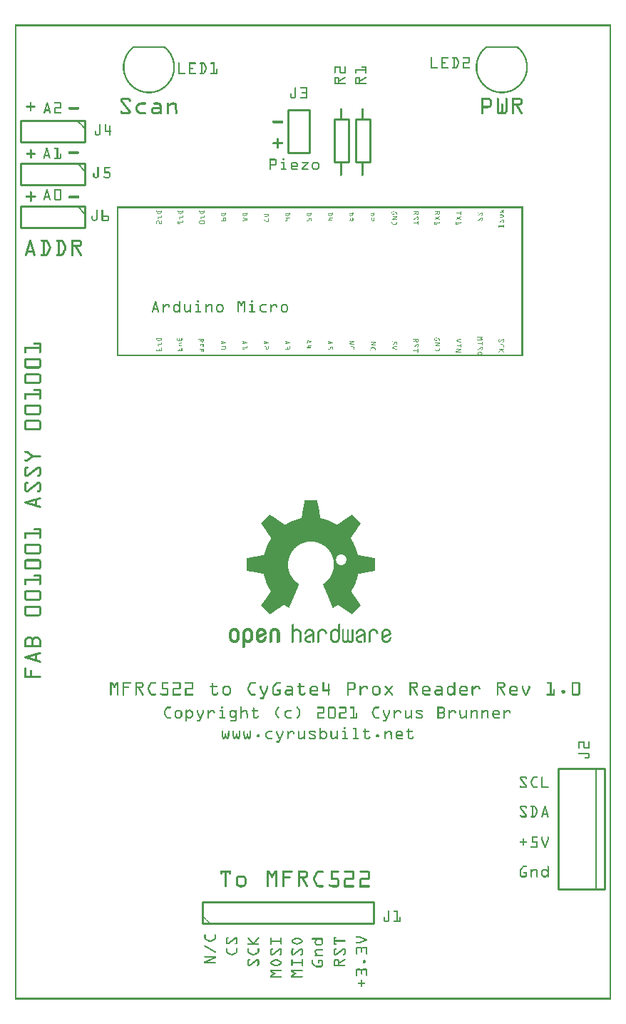
<source format=gto>
G04 MADE WITH FRITZING*
G04 WWW.FRITZING.ORG*
G04 DOUBLE SIDED*
G04 HOLES PLATED*
G04 CONTOUR ON CENTER OF CONTOUR VECTOR*
%ASAXBY*%
%FSLAX23Y23*%
%MOIN*%
%OFA0B0*%
%SFA1.0B1.0*%
%ADD10C,0.010000*%
%ADD11C,0.005000*%
%ADD12C,0.007874*%
%ADD13R,0.001000X0.001000*%
%LNSILK1*%
G90*
G70*
G54D10*
X327Y4106D02*
X27Y4106D01*
D02*
X27Y4106D02*
X27Y4006D01*
D02*
X27Y4006D02*
X327Y4006D01*
D02*
X327Y4006D02*
X327Y4106D01*
D02*
X327Y3906D02*
X27Y3906D01*
D02*
X27Y3906D02*
X27Y3806D01*
D02*
X27Y3806D02*
X327Y3806D01*
D02*
X327Y3806D02*
X327Y3906D01*
G54D11*
D02*
X292Y3906D02*
X327Y3871D01*
G54D10*
D02*
X327Y3706D02*
X27Y3706D01*
D02*
X27Y3706D02*
X27Y3606D01*
D02*
X27Y3606D02*
X327Y3606D01*
D02*
X327Y3606D02*
X327Y3706D01*
G54D11*
D02*
X292Y3706D02*
X327Y3671D01*
G54D10*
D02*
X877Y356D02*
X1677Y356D01*
D02*
X1677Y356D02*
X1677Y456D01*
D02*
X1677Y456D02*
X877Y456D01*
D02*
X877Y456D02*
X877Y356D01*
D02*
X2539Y1080D02*
X2539Y519D01*
D02*
X2539Y519D02*
X2755Y519D01*
D02*
X2755Y519D02*
X2755Y1080D01*
D02*
X2755Y1080D02*
X2539Y1080D01*
G54D11*
D02*
X2715Y519D02*
X2715Y1080D01*
G54D10*
D02*
X1277Y4156D02*
X1277Y3956D01*
D02*
X1277Y3956D02*
X1377Y3956D01*
D02*
X1377Y3956D02*
X1377Y4156D01*
D02*
X1377Y4156D02*
X1277Y4156D01*
D02*
X1594Y3915D02*
X1594Y4115D01*
D02*
X1594Y4115D02*
X1660Y4115D01*
D02*
X1660Y4115D02*
X1660Y3915D01*
D02*
X1660Y3915D02*
X1594Y3915D01*
D02*
X1494Y3915D02*
X1494Y4115D01*
D02*
X1494Y4115D02*
X1560Y4115D01*
D02*
X1560Y4115D02*
X1560Y3915D01*
D02*
X1560Y3915D02*
X1494Y3915D01*
G54D12*
X697Y4452D02*
X555Y4452D01*
D02*
X2347Y4452D02*
X2205Y4452D01*
D02*
G54D13*
X0Y4556D02*
X2786Y4556D01*
X0Y4555D02*
X2786Y4555D01*
X0Y4554D02*
X2786Y4554D01*
X0Y4553D02*
X2786Y4553D01*
X0Y4552D02*
X2786Y4552D01*
X0Y4551D02*
X2786Y4551D01*
X0Y4550D02*
X2786Y4550D01*
X0Y4549D02*
X2786Y4549D01*
X0Y4548D02*
X7Y4548D01*
X2779Y4548D02*
X2786Y4548D01*
X0Y4547D02*
X7Y4547D01*
X2779Y4547D02*
X2786Y4547D01*
X0Y4546D02*
X7Y4546D01*
X2779Y4546D02*
X2786Y4546D01*
X0Y4545D02*
X7Y4545D01*
X2779Y4545D02*
X2786Y4545D01*
X0Y4544D02*
X7Y4544D01*
X2779Y4544D02*
X2786Y4544D01*
X0Y4543D02*
X7Y4543D01*
X2779Y4543D02*
X2786Y4543D01*
X0Y4542D02*
X7Y4542D01*
X2779Y4542D02*
X2786Y4542D01*
X0Y4541D02*
X7Y4541D01*
X2779Y4541D02*
X2786Y4541D01*
X0Y4540D02*
X7Y4540D01*
X2779Y4540D02*
X2786Y4540D01*
X0Y4539D02*
X7Y4539D01*
X2779Y4539D02*
X2786Y4539D01*
X0Y4538D02*
X7Y4538D01*
X2779Y4538D02*
X2786Y4538D01*
X0Y4537D02*
X7Y4537D01*
X2779Y4537D02*
X2786Y4537D01*
X0Y4536D02*
X7Y4536D01*
X2779Y4536D02*
X2786Y4536D01*
X0Y4535D02*
X7Y4535D01*
X2779Y4535D02*
X2786Y4535D01*
X0Y4534D02*
X7Y4534D01*
X2779Y4534D02*
X2786Y4534D01*
X0Y4533D02*
X7Y4533D01*
X2779Y4533D02*
X2786Y4533D01*
X0Y4532D02*
X7Y4532D01*
X2779Y4532D02*
X2786Y4532D01*
X0Y4531D02*
X7Y4531D01*
X2779Y4531D02*
X2786Y4531D01*
X0Y4530D02*
X7Y4530D01*
X2779Y4530D02*
X2786Y4530D01*
X0Y4529D02*
X7Y4529D01*
X2779Y4529D02*
X2786Y4529D01*
X0Y4528D02*
X7Y4528D01*
X2779Y4528D02*
X2786Y4528D01*
X0Y4527D02*
X7Y4527D01*
X2779Y4527D02*
X2786Y4527D01*
X0Y4526D02*
X7Y4526D01*
X2779Y4526D02*
X2786Y4526D01*
X0Y4525D02*
X7Y4525D01*
X2779Y4525D02*
X2786Y4525D01*
X0Y4524D02*
X7Y4524D01*
X2779Y4524D02*
X2786Y4524D01*
X0Y4523D02*
X7Y4523D01*
X2779Y4523D02*
X2786Y4523D01*
X0Y4522D02*
X7Y4522D01*
X2779Y4522D02*
X2786Y4522D01*
X0Y4521D02*
X7Y4521D01*
X2779Y4521D02*
X2786Y4521D01*
X0Y4520D02*
X7Y4520D01*
X2779Y4520D02*
X2786Y4520D01*
X0Y4519D02*
X7Y4519D01*
X2779Y4519D02*
X2786Y4519D01*
X0Y4518D02*
X7Y4518D01*
X2779Y4518D02*
X2786Y4518D01*
X0Y4517D02*
X7Y4517D01*
X2779Y4517D02*
X2786Y4517D01*
X0Y4516D02*
X7Y4516D01*
X2779Y4516D02*
X2786Y4516D01*
X0Y4515D02*
X7Y4515D01*
X2779Y4515D02*
X2786Y4515D01*
X0Y4514D02*
X7Y4514D01*
X2779Y4514D02*
X2786Y4514D01*
X0Y4513D02*
X7Y4513D01*
X2779Y4513D02*
X2786Y4513D01*
X0Y4512D02*
X7Y4512D01*
X2779Y4512D02*
X2786Y4512D01*
X0Y4511D02*
X7Y4511D01*
X2779Y4511D02*
X2786Y4511D01*
X0Y4510D02*
X7Y4510D01*
X2779Y4510D02*
X2786Y4510D01*
X0Y4509D02*
X7Y4509D01*
X2779Y4509D02*
X2786Y4509D01*
X0Y4508D02*
X7Y4508D01*
X2779Y4508D02*
X2786Y4508D01*
X0Y4507D02*
X7Y4507D01*
X2779Y4507D02*
X2786Y4507D01*
X0Y4506D02*
X7Y4506D01*
X2779Y4506D02*
X2786Y4506D01*
X0Y4505D02*
X7Y4505D01*
X2779Y4505D02*
X2786Y4505D01*
X0Y4504D02*
X7Y4504D01*
X2779Y4504D02*
X2786Y4504D01*
X0Y4503D02*
X7Y4503D01*
X2779Y4503D02*
X2786Y4503D01*
X0Y4502D02*
X7Y4502D01*
X2779Y4502D02*
X2786Y4502D01*
X0Y4501D02*
X7Y4501D01*
X2779Y4501D02*
X2786Y4501D01*
X0Y4500D02*
X7Y4500D01*
X2779Y4500D02*
X2786Y4500D01*
X0Y4499D02*
X7Y4499D01*
X2779Y4499D02*
X2786Y4499D01*
X0Y4498D02*
X7Y4498D01*
X2779Y4498D02*
X2786Y4498D01*
X0Y4497D02*
X7Y4497D01*
X2779Y4497D02*
X2786Y4497D01*
X0Y4496D02*
X7Y4496D01*
X2779Y4496D02*
X2786Y4496D01*
X0Y4495D02*
X7Y4495D01*
X2779Y4495D02*
X2786Y4495D01*
X0Y4494D02*
X7Y4494D01*
X2779Y4494D02*
X2786Y4494D01*
X0Y4493D02*
X7Y4493D01*
X2779Y4493D02*
X2786Y4493D01*
X0Y4492D02*
X7Y4492D01*
X2779Y4492D02*
X2786Y4492D01*
X0Y4491D02*
X7Y4491D01*
X2779Y4491D02*
X2786Y4491D01*
X0Y4490D02*
X7Y4490D01*
X2779Y4490D02*
X2786Y4490D01*
X0Y4489D02*
X7Y4489D01*
X2779Y4489D02*
X2786Y4489D01*
X0Y4488D02*
X7Y4488D01*
X2779Y4488D02*
X2786Y4488D01*
X0Y4487D02*
X7Y4487D01*
X2779Y4487D02*
X2786Y4487D01*
X0Y4486D02*
X7Y4486D01*
X2779Y4486D02*
X2786Y4486D01*
X0Y4485D02*
X7Y4485D01*
X2779Y4485D02*
X2786Y4485D01*
X0Y4484D02*
X7Y4484D01*
X2779Y4484D02*
X2786Y4484D01*
X0Y4483D02*
X7Y4483D01*
X2779Y4483D02*
X2786Y4483D01*
X0Y4482D02*
X7Y4482D01*
X2779Y4482D02*
X2786Y4482D01*
X0Y4481D02*
X7Y4481D01*
X2779Y4481D02*
X2786Y4481D01*
X0Y4480D02*
X7Y4480D01*
X2779Y4480D02*
X2786Y4480D01*
X0Y4479D02*
X7Y4479D01*
X2779Y4479D02*
X2786Y4479D01*
X0Y4478D02*
X7Y4478D01*
X2779Y4478D02*
X2786Y4478D01*
X0Y4477D02*
X7Y4477D01*
X2779Y4477D02*
X2786Y4477D01*
X0Y4476D02*
X7Y4476D01*
X2779Y4476D02*
X2786Y4476D01*
X0Y4475D02*
X7Y4475D01*
X2779Y4475D02*
X2786Y4475D01*
X0Y4474D02*
X7Y4474D01*
X2779Y4474D02*
X2786Y4474D01*
X0Y4473D02*
X7Y4473D01*
X2779Y4473D02*
X2786Y4473D01*
X0Y4472D02*
X7Y4472D01*
X2779Y4472D02*
X2786Y4472D01*
X0Y4471D02*
X7Y4471D01*
X2779Y4471D02*
X2786Y4471D01*
X0Y4470D02*
X7Y4470D01*
X2779Y4470D02*
X2786Y4470D01*
X0Y4469D02*
X7Y4469D01*
X2779Y4469D02*
X2786Y4469D01*
X0Y4468D02*
X7Y4468D01*
X2779Y4468D02*
X2786Y4468D01*
X0Y4467D02*
X7Y4467D01*
X2779Y4467D02*
X2786Y4467D01*
X0Y4466D02*
X7Y4466D01*
X2779Y4466D02*
X2786Y4466D01*
X0Y4465D02*
X7Y4465D01*
X2779Y4465D02*
X2786Y4465D01*
X0Y4464D02*
X7Y4464D01*
X2779Y4464D02*
X2786Y4464D01*
X0Y4463D02*
X7Y4463D01*
X2779Y4463D02*
X2786Y4463D01*
X0Y4462D02*
X7Y4462D01*
X2779Y4462D02*
X2786Y4462D01*
X0Y4461D02*
X7Y4461D01*
X2779Y4461D02*
X2786Y4461D01*
X0Y4460D02*
X7Y4460D01*
X2779Y4460D02*
X2786Y4460D01*
X0Y4459D02*
X7Y4459D01*
X2779Y4459D02*
X2786Y4459D01*
X0Y4458D02*
X7Y4458D01*
X2779Y4458D02*
X2786Y4458D01*
X0Y4457D02*
X7Y4457D01*
X2779Y4457D02*
X2786Y4457D01*
X0Y4456D02*
X7Y4456D01*
X2779Y4456D02*
X2786Y4456D01*
X0Y4455D02*
X7Y4455D01*
X553Y4455D02*
X557Y4455D01*
X696Y4455D02*
X698Y4455D01*
X2203Y4455D02*
X2207Y4455D01*
X2345Y4455D02*
X2348Y4455D01*
X2779Y4455D02*
X2786Y4455D01*
X0Y4454D02*
X7Y4454D01*
X552Y4454D02*
X558Y4454D01*
X695Y4454D02*
X700Y4454D01*
X2202Y4454D02*
X2208Y4454D01*
X2344Y4454D02*
X2349Y4454D01*
X2779Y4454D02*
X2786Y4454D01*
X0Y4453D02*
X7Y4453D01*
X551Y4453D02*
X558Y4453D01*
X694Y4453D02*
X701Y4453D01*
X2200Y4453D02*
X2208Y4453D01*
X2344Y4453D02*
X2351Y4453D01*
X2779Y4453D02*
X2786Y4453D01*
X0Y4452D02*
X7Y4452D01*
X550Y4452D02*
X558Y4452D01*
X694Y4452D02*
X702Y4452D01*
X2199Y4452D02*
X2208Y4452D01*
X2343Y4452D02*
X2352Y4452D01*
X2779Y4452D02*
X2786Y4452D01*
X0Y4451D02*
X7Y4451D01*
X548Y4451D02*
X558Y4451D01*
X694Y4451D02*
X704Y4451D01*
X2198Y4451D02*
X2208Y4451D01*
X2343Y4451D02*
X2353Y4451D01*
X2779Y4451D02*
X2786Y4451D01*
X0Y4450D02*
X7Y4450D01*
X547Y4450D02*
X558Y4450D01*
X694Y4450D02*
X705Y4450D01*
X2197Y4450D02*
X2208Y4450D01*
X2344Y4450D02*
X2354Y4450D01*
X2779Y4450D02*
X2786Y4450D01*
X0Y4449D02*
X7Y4449D01*
X546Y4449D02*
X557Y4449D01*
X695Y4449D02*
X706Y4449D01*
X2196Y4449D02*
X2207Y4449D01*
X2344Y4449D02*
X2356Y4449D01*
X2779Y4449D02*
X2786Y4449D01*
X0Y4448D02*
X7Y4448D01*
X545Y4448D02*
X556Y4448D01*
X696Y4448D02*
X707Y4448D01*
X2195Y4448D02*
X2206Y4448D01*
X2345Y4448D02*
X2357Y4448D01*
X2779Y4448D02*
X2786Y4448D01*
X0Y4447D02*
X7Y4447D01*
X544Y4447D02*
X555Y4447D01*
X697Y4447D02*
X708Y4447D01*
X2193Y4447D02*
X2205Y4447D01*
X2347Y4447D02*
X2358Y4447D01*
X2779Y4447D02*
X2786Y4447D01*
X0Y4446D02*
X7Y4446D01*
X543Y4446D02*
X554Y4446D01*
X698Y4446D02*
X709Y4446D01*
X2192Y4446D02*
X2203Y4446D01*
X2348Y4446D02*
X2359Y4446D01*
X2779Y4446D02*
X2786Y4446D01*
X0Y4445D02*
X7Y4445D01*
X542Y4445D02*
X552Y4445D01*
X699Y4445D02*
X710Y4445D01*
X2191Y4445D02*
X2202Y4445D01*
X2349Y4445D02*
X2360Y4445D01*
X2779Y4445D02*
X2786Y4445D01*
X0Y4444D02*
X7Y4444D01*
X541Y4444D02*
X551Y4444D01*
X701Y4444D02*
X711Y4444D01*
X2190Y4444D02*
X2201Y4444D01*
X2350Y4444D02*
X2361Y4444D01*
X2779Y4444D02*
X2786Y4444D01*
X0Y4443D02*
X7Y4443D01*
X540Y4443D02*
X550Y4443D01*
X702Y4443D02*
X712Y4443D01*
X2189Y4443D02*
X2200Y4443D01*
X2351Y4443D02*
X2362Y4443D01*
X2779Y4443D02*
X2786Y4443D01*
X0Y4442D02*
X7Y4442D01*
X539Y4442D02*
X549Y4442D01*
X703Y4442D02*
X713Y4442D01*
X2188Y4442D02*
X2199Y4442D01*
X2353Y4442D02*
X2363Y4442D01*
X2779Y4442D02*
X2786Y4442D01*
X0Y4441D02*
X7Y4441D01*
X538Y4441D02*
X548Y4441D01*
X704Y4441D02*
X714Y4441D01*
X2187Y4441D02*
X2198Y4441D01*
X2354Y4441D02*
X2364Y4441D01*
X2779Y4441D02*
X2786Y4441D01*
X0Y4440D02*
X7Y4440D01*
X537Y4440D02*
X547Y4440D01*
X705Y4440D02*
X715Y4440D01*
X2186Y4440D02*
X2196Y4440D01*
X2355Y4440D02*
X2365Y4440D01*
X2779Y4440D02*
X2786Y4440D01*
X0Y4439D02*
X7Y4439D01*
X536Y4439D02*
X546Y4439D01*
X706Y4439D02*
X716Y4439D01*
X2185Y4439D02*
X2195Y4439D01*
X2356Y4439D02*
X2366Y4439D01*
X2779Y4439D02*
X2786Y4439D01*
X0Y4438D02*
X7Y4438D01*
X535Y4438D02*
X545Y4438D01*
X707Y4438D02*
X717Y4438D01*
X2185Y4438D02*
X2194Y4438D01*
X2357Y4438D02*
X2367Y4438D01*
X2779Y4438D02*
X2786Y4438D01*
X0Y4437D02*
X7Y4437D01*
X534Y4437D02*
X544Y4437D01*
X708Y4437D02*
X718Y4437D01*
X2184Y4437D02*
X2193Y4437D01*
X2358Y4437D02*
X2367Y4437D01*
X2779Y4437D02*
X2786Y4437D01*
X0Y4436D02*
X7Y4436D01*
X533Y4436D02*
X543Y4436D01*
X709Y4436D02*
X719Y4436D01*
X2183Y4436D02*
X2192Y4436D01*
X2359Y4436D02*
X2368Y4436D01*
X2779Y4436D02*
X2786Y4436D01*
X0Y4435D02*
X7Y4435D01*
X532Y4435D02*
X542Y4435D01*
X710Y4435D02*
X719Y4435D01*
X2182Y4435D02*
X2192Y4435D01*
X2360Y4435D02*
X2369Y4435D01*
X2779Y4435D02*
X2786Y4435D01*
X0Y4434D02*
X7Y4434D01*
X532Y4434D02*
X541Y4434D01*
X711Y4434D02*
X720Y4434D01*
X2181Y4434D02*
X2191Y4434D01*
X2361Y4434D02*
X2370Y4434D01*
X2779Y4434D02*
X2786Y4434D01*
X0Y4433D02*
X7Y4433D01*
X531Y4433D02*
X540Y4433D01*
X712Y4433D02*
X721Y4433D01*
X2180Y4433D02*
X2190Y4433D01*
X2362Y4433D02*
X2371Y4433D01*
X2779Y4433D02*
X2786Y4433D01*
X0Y4432D02*
X7Y4432D01*
X530Y4432D02*
X539Y4432D01*
X713Y4432D02*
X722Y4432D01*
X2180Y4432D02*
X2189Y4432D01*
X2362Y4432D02*
X2371Y4432D01*
X2779Y4432D02*
X2786Y4432D01*
X0Y4431D02*
X7Y4431D01*
X529Y4431D02*
X538Y4431D01*
X714Y4431D02*
X723Y4431D01*
X2179Y4431D02*
X2188Y4431D01*
X2363Y4431D02*
X2372Y4431D01*
X2779Y4431D02*
X2786Y4431D01*
X0Y4430D02*
X7Y4430D01*
X528Y4430D02*
X537Y4430D01*
X714Y4430D02*
X723Y4430D01*
X2178Y4430D02*
X2187Y4430D01*
X2364Y4430D02*
X2373Y4430D01*
X2779Y4430D02*
X2786Y4430D01*
X0Y4429D02*
X7Y4429D01*
X528Y4429D02*
X537Y4429D01*
X715Y4429D02*
X724Y4429D01*
X2177Y4429D02*
X2186Y4429D01*
X2365Y4429D02*
X2374Y4429D01*
X2779Y4429D02*
X2786Y4429D01*
X0Y4428D02*
X7Y4428D01*
X527Y4428D02*
X536Y4428D01*
X716Y4428D02*
X725Y4428D01*
X2177Y4428D02*
X2186Y4428D01*
X2366Y4428D02*
X2374Y4428D01*
X2779Y4428D02*
X2786Y4428D01*
X0Y4427D02*
X7Y4427D01*
X526Y4427D02*
X535Y4427D01*
X717Y4427D02*
X725Y4427D01*
X2176Y4427D02*
X2185Y4427D01*
X2367Y4427D02*
X2375Y4427D01*
X2779Y4427D02*
X2786Y4427D01*
X0Y4426D02*
X7Y4426D01*
X526Y4426D02*
X534Y4426D01*
X718Y4426D02*
X726Y4426D01*
X2175Y4426D02*
X2184Y4426D01*
X2367Y4426D02*
X2376Y4426D01*
X2779Y4426D02*
X2786Y4426D01*
X0Y4425D02*
X7Y4425D01*
X525Y4425D02*
X534Y4425D01*
X718Y4425D02*
X727Y4425D01*
X2175Y4425D02*
X2183Y4425D01*
X2368Y4425D02*
X2377Y4425D01*
X2779Y4425D02*
X2786Y4425D01*
X0Y4424D02*
X7Y4424D01*
X524Y4424D02*
X533Y4424D01*
X719Y4424D02*
X728Y4424D01*
X2174Y4424D02*
X2182Y4424D01*
X2369Y4424D02*
X2377Y4424D01*
X2779Y4424D02*
X2786Y4424D01*
X0Y4423D02*
X7Y4423D01*
X524Y4423D02*
X532Y4423D01*
X720Y4423D02*
X728Y4423D01*
X2173Y4423D02*
X2182Y4423D01*
X2370Y4423D02*
X2378Y4423D01*
X2779Y4423D02*
X2786Y4423D01*
X0Y4422D02*
X7Y4422D01*
X523Y4422D02*
X531Y4422D01*
X721Y4422D02*
X729Y4422D01*
X2173Y4422D02*
X2181Y4422D01*
X2370Y4422D02*
X2378Y4422D01*
X2779Y4422D02*
X2786Y4422D01*
X0Y4421D02*
X7Y4421D01*
X522Y4421D02*
X531Y4421D01*
X721Y4421D02*
X729Y4421D01*
X2172Y4421D02*
X2180Y4421D01*
X2371Y4421D02*
X2379Y4421D01*
X2779Y4421D02*
X2786Y4421D01*
X0Y4420D02*
X7Y4420D01*
X522Y4420D02*
X530Y4420D01*
X722Y4420D02*
X730Y4420D01*
X2171Y4420D02*
X2180Y4420D01*
X2372Y4420D02*
X2380Y4420D01*
X2779Y4420D02*
X2786Y4420D01*
X0Y4419D02*
X7Y4419D01*
X521Y4419D02*
X529Y4419D01*
X723Y4419D02*
X731Y4419D01*
X2171Y4419D02*
X2179Y4419D01*
X2372Y4419D02*
X2380Y4419D01*
X2779Y4419D02*
X2786Y4419D01*
X0Y4418D02*
X7Y4418D01*
X521Y4418D02*
X529Y4418D01*
X723Y4418D02*
X731Y4418D01*
X2170Y4418D02*
X2178Y4418D01*
X2373Y4418D02*
X2381Y4418D01*
X2779Y4418D02*
X2786Y4418D01*
X0Y4417D02*
X7Y4417D01*
X520Y4417D02*
X528Y4417D01*
X724Y4417D02*
X732Y4417D01*
X2170Y4417D02*
X2178Y4417D01*
X2373Y4417D02*
X2381Y4417D01*
X2779Y4417D02*
X2786Y4417D01*
X0Y4416D02*
X7Y4416D01*
X519Y4416D02*
X527Y4416D01*
X724Y4416D02*
X732Y4416D01*
X2169Y4416D02*
X2177Y4416D01*
X2374Y4416D02*
X2382Y4416D01*
X2779Y4416D02*
X2786Y4416D01*
X0Y4415D02*
X7Y4415D01*
X519Y4415D02*
X527Y4415D01*
X725Y4415D02*
X733Y4415D01*
X2169Y4415D02*
X2177Y4415D01*
X2375Y4415D02*
X2383Y4415D01*
X2779Y4415D02*
X2786Y4415D01*
X0Y4414D02*
X7Y4414D01*
X518Y4414D02*
X526Y4414D01*
X726Y4414D02*
X733Y4414D01*
X2168Y4414D02*
X2176Y4414D01*
X2375Y4414D02*
X2383Y4414D01*
X2779Y4414D02*
X2786Y4414D01*
X0Y4413D02*
X7Y4413D01*
X518Y4413D02*
X526Y4413D01*
X726Y4413D02*
X734Y4413D01*
X2168Y4413D02*
X2175Y4413D01*
X2376Y4413D02*
X2384Y4413D01*
X2779Y4413D02*
X2786Y4413D01*
X0Y4412D02*
X7Y4412D01*
X517Y4412D02*
X525Y4412D01*
X727Y4412D02*
X734Y4412D01*
X2167Y4412D02*
X2175Y4412D01*
X2376Y4412D02*
X2384Y4412D01*
X2779Y4412D02*
X2786Y4412D01*
X0Y4411D02*
X7Y4411D01*
X517Y4411D02*
X525Y4411D01*
X727Y4411D02*
X735Y4411D01*
X2167Y4411D02*
X2174Y4411D01*
X2377Y4411D02*
X2385Y4411D01*
X2779Y4411D02*
X2786Y4411D01*
X0Y4410D02*
X7Y4410D01*
X516Y4410D02*
X524Y4410D01*
X728Y4410D02*
X735Y4410D01*
X2166Y4410D02*
X2174Y4410D01*
X2377Y4410D02*
X2385Y4410D01*
X2779Y4410D02*
X2786Y4410D01*
X0Y4409D02*
X7Y4409D01*
X516Y4409D02*
X524Y4409D01*
X728Y4409D02*
X736Y4409D01*
X2166Y4409D02*
X2173Y4409D01*
X2378Y4409D02*
X2386Y4409D01*
X2779Y4409D02*
X2786Y4409D01*
X0Y4408D02*
X7Y4408D01*
X515Y4408D02*
X523Y4408D01*
X729Y4408D02*
X736Y4408D01*
X2165Y4408D02*
X2173Y4408D01*
X2378Y4408D02*
X2386Y4408D01*
X2779Y4408D02*
X2786Y4408D01*
X0Y4407D02*
X7Y4407D01*
X515Y4407D02*
X523Y4407D01*
X729Y4407D02*
X737Y4407D01*
X2165Y4407D02*
X2172Y4407D01*
X2379Y4407D02*
X2386Y4407D01*
X2779Y4407D02*
X2786Y4407D01*
X0Y4406D02*
X7Y4406D01*
X515Y4406D02*
X522Y4406D01*
X730Y4406D02*
X737Y4406D01*
X2164Y4406D02*
X2172Y4406D01*
X2379Y4406D02*
X2387Y4406D01*
X2779Y4406D02*
X2786Y4406D01*
X0Y4405D02*
X7Y4405D01*
X514Y4405D02*
X522Y4405D01*
X730Y4405D02*
X738Y4405D01*
X1945Y4405D02*
X1947Y4405D01*
X1994Y4405D02*
X2025Y4405D01*
X2046Y4405D02*
X2061Y4405D01*
X2096Y4405D02*
X2122Y4405D01*
X2164Y4405D02*
X2171Y4405D01*
X2380Y4405D02*
X2387Y4405D01*
X2779Y4405D02*
X2786Y4405D01*
X0Y4404D02*
X7Y4404D01*
X514Y4404D02*
X521Y4404D01*
X731Y4404D02*
X738Y4404D01*
X1944Y4404D02*
X1948Y4404D01*
X1993Y4404D02*
X2026Y4404D01*
X2045Y4404D02*
X2064Y4404D01*
X2095Y4404D02*
X2124Y4404D01*
X2163Y4404D02*
X2171Y4404D01*
X2380Y4404D02*
X2388Y4404D01*
X2779Y4404D02*
X2786Y4404D01*
X0Y4403D02*
X7Y4403D01*
X513Y4403D02*
X521Y4403D01*
X731Y4403D02*
X738Y4403D01*
X1944Y4403D02*
X1949Y4403D01*
X1993Y4403D02*
X2027Y4403D01*
X2044Y4403D02*
X2065Y4403D01*
X2094Y4403D02*
X2125Y4403D01*
X2163Y4403D02*
X2170Y4403D01*
X2381Y4403D02*
X2388Y4403D01*
X2779Y4403D02*
X2786Y4403D01*
X0Y4402D02*
X7Y4402D01*
X513Y4402D02*
X520Y4402D01*
X731Y4402D02*
X739Y4402D01*
X1943Y4402D02*
X1949Y4402D01*
X1993Y4402D02*
X2027Y4402D01*
X2044Y4402D02*
X2067Y4402D01*
X2094Y4402D02*
X2126Y4402D01*
X2163Y4402D02*
X2170Y4402D01*
X2381Y4402D02*
X2389Y4402D01*
X2779Y4402D02*
X2786Y4402D01*
X0Y4401D02*
X7Y4401D01*
X513Y4401D02*
X520Y4401D01*
X732Y4401D02*
X739Y4401D01*
X1943Y4401D02*
X1949Y4401D01*
X1993Y4401D02*
X2027Y4401D01*
X2044Y4401D02*
X2067Y4401D01*
X2094Y4401D02*
X2127Y4401D01*
X2162Y4401D02*
X2170Y4401D01*
X2382Y4401D02*
X2389Y4401D01*
X2779Y4401D02*
X2786Y4401D01*
X0Y4400D02*
X7Y4400D01*
X512Y4400D02*
X519Y4400D01*
X732Y4400D02*
X740Y4400D01*
X1943Y4400D02*
X1949Y4400D01*
X1993Y4400D02*
X2026Y4400D01*
X2044Y4400D02*
X2068Y4400D01*
X2094Y4400D02*
X2127Y4400D01*
X2162Y4400D02*
X2169Y4400D01*
X2382Y4400D02*
X2389Y4400D01*
X2779Y4400D02*
X2786Y4400D01*
X0Y4399D02*
X7Y4399D01*
X512Y4399D02*
X519Y4399D01*
X733Y4399D02*
X740Y4399D01*
X1943Y4399D02*
X1949Y4399D01*
X1993Y4399D02*
X2026Y4399D01*
X2045Y4399D02*
X2069Y4399D01*
X2095Y4399D02*
X2127Y4399D01*
X2161Y4399D02*
X2169Y4399D01*
X2382Y4399D02*
X2390Y4399D01*
X2779Y4399D02*
X2786Y4399D01*
X0Y4398D02*
X7Y4398D01*
X511Y4398D02*
X519Y4398D01*
X733Y4398D02*
X740Y4398D01*
X1943Y4398D02*
X1949Y4398D01*
X1993Y4398D02*
X2000Y4398D01*
X2050Y4398D02*
X2057Y4398D01*
X2061Y4398D02*
X2069Y4398D01*
X2121Y4398D02*
X2127Y4398D01*
X2161Y4398D02*
X2168Y4398D01*
X2383Y4398D02*
X2390Y4398D01*
X2779Y4398D02*
X2786Y4398D01*
X0Y4397D02*
X7Y4397D01*
X511Y4397D02*
X518Y4397D01*
X733Y4397D02*
X741Y4397D01*
X1943Y4397D02*
X1949Y4397D01*
X1993Y4397D02*
X1999Y4397D01*
X2051Y4397D02*
X2057Y4397D01*
X2063Y4397D02*
X2070Y4397D01*
X2121Y4397D02*
X2127Y4397D01*
X2161Y4397D02*
X2168Y4397D01*
X2383Y4397D02*
X2390Y4397D01*
X2779Y4397D02*
X2786Y4397D01*
X0Y4396D02*
X7Y4396D01*
X511Y4396D02*
X518Y4396D01*
X734Y4396D02*
X741Y4396D01*
X1943Y4396D02*
X1949Y4396D01*
X1993Y4396D02*
X1999Y4396D01*
X2051Y4396D02*
X2057Y4396D01*
X2063Y4396D02*
X2070Y4396D01*
X2121Y4396D02*
X2127Y4396D01*
X2160Y4396D02*
X2168Y4396D01*
X2383Y4396D02*
X2391Y4396D01*
X2779Y4396D02*
X2786Y4396D01*
X0Y4395D02*
X7Y4395D01*
X510Y4395D02*
X518Y4395D01*
X734Y4395D02*
X741Y4395D01*
X1943Y4395D02*
X1949Y4395D01*
X1993Y4395D02*
X1999Y4395D01*
X2051Y4395D02*
X2057Y4395D01*
X2064Y4395D02*
X2071Y4395D01*
X2121Y4395D02*
X2127Y4395D01*
X2160Y4395D02*
X2167Y4395D01*
X2384Y4395D02*
X2391Y4395D01*
X2779Y4395D02*
X2786Y4395D01*
X0Y4394D02*
X7Y4394D01*
X510Y4394D02*
X517Y4394D01*
X735Y4394D02*
X742Y4394D01*
X1943Y4394D02*
X1949Y4394D01*
X1993Y4394D02*
X1999Y4394D01*
X2051Y4394D02*
X2057Y4394D01*
X2064Y4394D02*
X2071Y4394D01*
X2121Y4394D02*
X2127Y4394D01*
X2160Y4394D02*
X2167Y4394D01*
X2384Y4394D02*
X2391Y4394D01*
X2779Y4394D02*
X2786Y4394D01*
X0Y4393D02*
X7Y4393D01*
X510Y4393D02*
X517Y4393D01*
X735Y4393D02*
X742Y4393D01*
X1943Y4393D02*
X1949Y4393D01*
X1993Y4393D02*
X1999Y4393D01*
X2051Y4393D02*
X2057Y4393D01*
X2065Y4393D02*
X2072Y4393D01*
X2121Y4393D02*
X2127Y4393D01*
X2159Y4393D02*
X2167Y4393D01*
X2385Y4393D02*
X2392Y4393D01*
X2779Y4393D02*
X2786Y4393D01*
X0Y4392D02*
X7Y4392D01*
X509Y4392D02*
X517Y4392D01*
X735Y4392D02*
X742Y4392D01*
X1943Y4392D02*
X1949Y4392D01*
X1993Y4392D02*
X1999Y4392D01*
X2051Y4392D02*
X2057Y4392D01*
X2065Y4392D02*
X2072Y4392D01*
X2121Y4392D02*
X2127Y4392D01*
X2159Y4392D02*
X2166Y4392D01*
X2385Y4392D02*
X2392Y4392D01*
X2779Y4392D02*
X2786Y4392D01*
X0Y4391D02*
X7Y4391D01*
X509Y4391D02*
X516Y4391D01*
X735Y4391D02*
X743Y4391D01*
X1943Y4391D02*
X1949Y4391D01*
X1993Y4391D02*
X1999Y4391D01*
X2051Y4391D02*
X2057Y4391D01*
X2066Y4391D02*
X2073Y4391D01*
X2121Y4391D02*
X2127Y4391D01*
X2159Y4391D02*
X2166Y4391D01*
X2385Y4391D02*
X2392Y4391D01*
X2779Y4391D02*
X2786Y4391D01*
X0Y4390D02*
X7Y4390D01*
X509Y4390D02*
X516Y4390D01*
X736Y4390D02*
X743Y4390D01*
X1943Y4390D02*
X1949Y4390D01*
X1993Y4390D02*
X1999Y4390D01*
X2051Y4390D02*
X2057Y4390D01*
X2066Y4390D02*
X2073Y4390D01*
X2121Y4390D02*
X2127Y4390D01*
X2159Y4390D02*
X2166Y4390D01*
X2385Y4390D02*
X2393Y4390D01*
X2779Y4390D02*
X2786Y4390D01*
X0Y4389D02*
X7Y4389D01*
X509Y4389D02*
X516Y4389D01*
X736Y4389D02*
X743Y4389D01*
X1943Y4389D02*
X1949Y4389D01*
X1993Y4389D02*
X1999Y4389D01*
X2051Y4389D02*
X2057Y4389D01*
X2067Y4389D02*
X2074Y4389D01*
X2121Y4389D02*
X2127Y4389D01*
X2158Y4389D02*
X2165Y4389D01*
X2386Y4389D02*
X2393Y4389D01*
X2779Y4389D02*
X2786Y4389D01*
X0Y4388D02*
X7Y4388D01*
X508Y4388D02*
X515Y4388D01*
X736Y4388D02*
X743Y4388D01*
X1943Y4388D02*
X1949Y4388D01*
X1993Y4388D02*
X1999Y4388D01*
X2051Y4388D02*
X2057Y4388D01*
X2067Y4388D02*
X2074Y4388D01*
X2121Y4388D02*
X2127Y4388D01*
X2158Y4388D02*
X2165Y4388D01*
X2386Y4388D02*
X2393Y4388D01*
X2779Y4388D02*
X2786Y4388D01*
X0Y4387D02*
X7Y4387D01*
X508Y4387D02*
X515Y4387D01*
X737Y4387D02*
X744Y4387D01*
X1943Y4387D02*
X1949Y4387D01*
X1993Y4387D02*
X1999Y4387D01*
X2051Y4387D02*
X2057Y4387D01*
X2068Y4387D02*
X2075Y4387D01*
X2121Y4387D02*
X2127Y4387D01*
X2158Y4387D02*
X2165Y4387D01*
X2386Y4387D02*
X2393Y4387D01*
X2779Y4387D02*
X2786Y4387D01*
X0Y4386D02*
X7Y4386D01*
X508Y4386D02*
X515Y4386D01*
X737Y4386D02*
X744Y4386D01*
X1943Y4386D02*
X1949Y4386D01*
X1993Y4386D02*
X1999Y4386D01*
X2051Y4386D02*
X2057Y4386D01*
X2068Y4386D02*
X2075Y4386D01*
X2121Y4386D02*
X2127Y4386D01*
X2158Y4386D02*
X2164Y4386D01*
X2387Y4386D02*
X2394Y4386D01*
X2779Y4386D02*
X2786Y4386D01*
X0Y4385D02*
X7Y4385D01*
X508Y4385D02*
X515Y4385D01*
X737Y4385D02*
X744Y4385D01*
X1943Y4385D02*
X1949Y4385D01*
X1993Y4385D02*
X1999Y4385D01*
X2051Y4385D02*
X2057Y4385D01*
X2069Y4385D02*
X2076Y4385D01*
X2121Y4385D02*
X2127Y4385D01*
X2157Y4385D02*
X2164Y4385D01*
X2387Y4385D02*
X2394Y4385D01*
X2779Y4385D02*
X2786Y4385D01*
X0Y4384D02*
X7Y4384D01*
X507Y4384D02*
X514Y4384D01*
X737Y4384D02*
X744Y4384D01*
X1943Y4384D02*
X1949Y4384D01*
X1993Y4384D02*
X1999Y4384D01*
X2051Y4384D02*
X2057Y4384D01*
X2069Y4384D02*
X2076Y4384D01*
X2121Y4384D02*
X2127Y4384D01*
X2157Y4384D02*
X2164Y4384D01*
X2387Y4384D02*
X2394Y4384D01*
X2779Y4384D02*
X2786Y4384D01*
X0Y4383D02*
X7Y4383D01*
X507Y4383D02*
X514Y4383D01*
X738Y4383D02*
X745Y4383D01*
X1943Y4383D02*
X1949Y4383D01*
X1993Y4383D02*
X1999Y4383D01*
X2051Y4383D02*
X2057Y4383D01*
X2070Y4383D02*
X2076Y4383D01*
X2121Y4383D02*
X2127Y4383D01*
X2157Y4383D02*
X2164Y4383D01*
X2387Y4383D02*
X2394Y4383D01*
X2779Y4383D02*
X2786Y4383D01*
X0Y4382D02*
X7Y4382D01*
X507Y4382D02*
X514Y4382D01*
X738Y4382D02*
X745Y4382D01*
X1943Y4382D02*
X1949Y4382D01*
X1993Y4382D02*
X2000Y4382D01*
X2051Y4382D02*
X2057Y4382D01*
X2070Y4382D02*
X2077Y4382D01*
X2121Y4382D02*
X2127Y4382D01*
X2157Y4382D02*
X2164Y4382D01*
X2387Y4382D02*
X2395Y4382D01*
X2779Y4382D02*
X2786Y4382D01*
X0Y4381D02*
X7Y4381D01*
X507Y4381D02*
X514Y4381D01*
X738Y4381D02*
X745Y4381D01*
X1943Y4381D02*
X1949Y4381D01*
X1993Y4381D02*
X2012Y4381D01*
X2051Y4381D02*
X2057Y4381D01*
X2071Y4381D02*
X2077Y4381D01*
X2098Y4381D02*
X2127Y4381D01*
X2156Y4381D02*
X2163Y4381D01*
X2388Y4381D02*
X2395Y4381D01*
X2779Y4381D02*
X2786Y4381D01*
X0Y4380D02*
X7Y4380D01*
X507Y4380D02*
X513Y4380D01*
X738Y4380D02*
X745Y4380D01*
X1943Y4380D02*
X1949Y4380D01*
X1993Y4380D02*
X2013Y4380D01*
X2051Y4380D02*
X2057Y4380D01*
X2071Y4380D02*
X2077Y4380D01*
X2096Y4380D02*
X2127Y4380D01*
X2156Y4380D02*
X2163Y4380D01*
X2388Y4380D02*
X2395Y4380D01*
X2779Y4380D02*
X2786Y4380D01*
X0Y4379D02*
X7Y4379D01*
X506Y4379D02*
X513Y4379D01*
X738Y4379D02*
X745Y4379D01*
X765Y4379D02*
X766Y4379D01*
X813Y4379D02*
X844Y4379D01*
X866Y4379D02*
X881Y4379D01*
X916Y4379D02*
X933Y4379D01*
X1943Y4379D02*
X1949Y4379D01*
X1993Y4379D02*
X2013Y4379D01*
X2051Y4379D02*
X2057Y4379D01*
X2071Y4379D02*
X2077Y4379D01*
X2095Y4379D02*
X2127Y4379D01*
X2156Y4379D02*
X2163Y4379D01*
X2388Y4379D02*
X2395Y4379D01*
X2779Y4379D02*
X2786Y4379D01*
X0Y4378D02*
X7Y4378D01*
X506Y4378D02*
X513Y4378D01*
X739Y4378D02*
X746Y4378D01*
X764Y4378D02*
X768Y4378D01*
X813Y4378D02*
X846Y4378D01*
X864Y4378D02*
X883Y4378D01*
X914Y4378D02*
X933Y4378D01*
X1943Y4378D02*
X1949Y4378D01*
X1993Y4378D02*
X2013Y4378D01*
X2051Y4378D02*
X2057Y4378D01*
X2071Y4378D02*
X2077Y4378D01*
X2095Y4378D02*
X2126Y4378D01*
X2156Y4378D02*
X2163Y4378D01*
X2388Y4378D02*
X2395Y4378D01*
X2779Y4378D02*
X2786Y4378D01*
X0Y4377D02*
X7Y4377D01*
X506Y4377D02*
X513Y4377D01*
X739Y4377D02*
X746Y4377D01*
X763Y4377D02*
X768Y4377D01*
X813Y4377D02*
X846Y4377D01*
X863Y4377D02*
X885Y4377D01*
X914Y4377D02*
X933Y4377D01*
X1943Y4377D02*
X1949Y4377D01*
X1993Y4377D02*
X2013Y4377D01*
X2051Y4377D02*
X2057Y4377D01*
X2071Y4377D02*
X2077Y4377D01*
X2094Y4377D02*
X2125Y4377D01*
X2156Y4377D02*
X2163Y4377D01*
X2388Y4377D02*
X2395Y4377D01*
X2779Y4377D02*
X2786Y4377D01*
X0Y4376D02*
X7Y4376D01*
X506Y4376D02*
X513Y4376D01*
X739Y4376D02*
X746Y4376D01*
X763Y4376D02*
X769Y4376D01*
X813Y4376D02*
X846Y4376D01*
X863Y4376D02*
X886Y4376D01*
X913Y4376D02*
X933Y4376D01*
X1943Y4376D02*
X1949Y4376D01*
X1993Y4376D02*
X2012Y4376D01*
X2051Y4376D02*
X2057Y4376D01*
X2071Y4376D02*
X2077Y4376D01*
X2094Y4376D02*
X2124Y4376D01*
X2156Y4376D02*
X2162Y4376D01*
X2389Y4376D02*
X2396Y4376D01*
X2779Y4376D02*
X2786Y4376D01*
X0Y4375D02*
X7Y4375D01*
X506Y4375D02*
X513Y4375D01*
X739Y4375D02*
X746Y4375D01*
X763Y4375D02*
X769Y4375D01*
X813Y4375D02*
X846Y4375D01*
X863Y4375D02*
X887Y4375D01*
X914Y4375D02*
X933Y4375D01*
X1943Y4375D02*
X1949Y4375D01*
X1993Y4375D02*
X2011Y4375D01*
X2051Y4375D02*
X2057Y4375D01*
X2071Y4375D02*
X2077Y4375D01*
X2094Y4375D02*
X2122Y4375D01*
X2155Y4375D02*
X2162Y4375D01*
X2389Y4375D02*
X2396Y4375D01*
X2779Y4375D02*
X2786Y4375D01*
X0Y4374D02*
X7Y4374D01*
X506Y4374D02*
X512Y4374D01*
X739Y4374D02*
X746Y4374D01*
X763Y4374D02*
X769Y4374D01*
X813Y4374D02*
X846Y4374D01*
X864Y4374D02*
X888Y4374D01*
X914Y4374D02*
X933Y4374D01*
X1943Y4374D02*
X1949Y4374D01*
X1993Y4374D02*
X1999Y4374D01*
X2051Y4374D02*
X2057Y4374D01*
X2070Y4374D02*
X2077Y4374D01*
X2094Y4374D02*
X2100Y4374D01*
X2155Y4374D02*
X2162Y4374D01*
X2389Y4374D02*
X2396Y4374D01*
X2779Y4374D02*
X2786Y4374D01*
X0Y4373D02*
X7Y4373D01*
X505Y4373D02*
X512Y4373D01*
X739Y4373D02*
X746Y4373D01*
X763Y4373D02*
X769Y4373D01*
X813Y4373D02*
X845Y4373D01*
X865Y4373D02*
X888Y4373D01*
X915Y4373D02*
X933Y4373D01*
X1943Y4373D02*
X1949Y4373D01*
X1993Y4373D02*
X1999Y4373D01*
X2051Y4373D02*
X2057Y4373D01*
X2070Y4373D02*
X2076Y4373D01*
X2094Y4373D02*
X2100Y4373D01*
X2155Y4373D02*
X2162Y4373D01*
X2389Y4373D02*
X2396Y4373D01*
X2779Y4373D02*
X2786Y4373D01*
X0Y4372D02*
X7Y4372D01*
X505Y4372D02*
X512Y4372D01*
X740Y4372D02*
X746Y4372D01*
X763Y4372D02*
X769Y4372D01*
X813Y4372D02*
X819Y4372D01*
X870Y4372D02*
X876Y4372D01*
X881Y4372D02*
X889Y4372D01*
X927Y4372D02*
X933Y4372D01*
X1943Y4372D02*
X1949Y4372D01*
X1993Y4372D02*
X1999Y4372D01*
X2051Y4372D02*
X2057Y4372D01*
X2069Y4372D02*
X2076Y4372D01*
X2094Y4372D02*
X2100Y4372D01*
X2155Y4372D02*
X2162Y4372D01*
X2389Y4372D02*
X2396Y4372D01*
X2779Y4372D02*
X2786Y4372D01*
X0Y4371D02*
X7Y4371D01*
X505Y4371D02*
X512Y4371D01*
X740Y4371D02*
X747Y4371D01*
X763Y4371D02*
X769Y4371D01*
X813Y4371D02*
X819Y4371D01*
X870Y4371D02*
X876Y4371D01*
X882Y4371D02*
X889Y4371D01*
X927Y4371D02*
X933Y4371D01*
X1943Y4371D02*
X1949Y4371D01*
X1993Y4371D02*
X1999Y4371D01*
X2051Y4371D02*
X2057Y4371D01*
X2069Y4371D02*
X2075Y4371D01*
X2094Y4371D02*
X2100Y4371D01*
X2155Y4371D02*
X2162Y4371D01*
X2389Y4371D02*
X2396Y4371D01*
X2779Y4371D02*
X2786Y4371D01*
X0Y4370D02*
X7Y4370D01*
X505Y4370D02*
X512Y4370D01*
X740Y4370D02*
X747Y4370D01*
X763Y4370D02*
X769Y4370D01*
X813Y4370D02*
X819Y4370D01*
X870Y4370D02*
X876Y4370D01*
X883Y4370D02*
X890Y4370D01*
X927Y4370D02*
X933Y4370D01*
X1943Y4370D02*
X1949Y4370D01*
X1993Y4370D02*
X1999Y4370D01*
X2051Y4370D02*
X2057Y4370D01*
X2068Y4370D02*
X2075Y4370D01*
X2094Y4370D02*
X2100Y4370D01*
X2155Y4370D02*
X2162Y4370D01*
X2389Y4370D02*
X2396Y4370D01*
X2779Y4370D02*
X2786Y4370D01*
X0Y4369D02*
X7Y4369D01*
X505Y4369D02*
X512Y4369D01*
X740Y4369D02*
X747Y4369D01*
X763Y4369D02*
X769Y4369D01*
X813Y4369D02*
X819Y4369D01*
X870Y4369D02*
X876Y4369D01*
X883Y4369D02*
X890Y4369D01*
X927Y4369D02*
X933Y4369D01*
X1943Y4369D02*
X1949Y4369D01*
X1993Y4369D02*
X1999Y4369D01*
X2051Y4369D02*
X2057Y4369D01*
X2068Y4369D02*
X2074Y4369D01*
X2094Y4369D02*
X2100Y4369D01*
X2155Y4369D02*
X2161Y4369D01*
X2390Y4369D02*
X2397Y4369D01*
X2779Y4369D02*
X2786Y4369D01*
X0Y4368D02*
X7Y4368D01*
X505Y4368D02*
X512Y4368D01*
X740Y4368D02*
X747Y4368D01*
X763Y4368D02*
X769Y4368D01*
X813Y4368D02*
X819Y4368D01*
X870Y4368D02*
X876Y4368D01*
X884Y4368D02*
X891Y4368D01*
X927Y4368D02*
X933Y4368D01*
X1943Y4368D02*
X1949Y4368D01*
X1993Y4368D02*
X1999Y4368D01*
X2051Y4368D02*
X2057Y4368D01*
X2067Y4368D02*
X2074Y4368D01*
X2094Y4368D02*
X2100Y4368D01*
X2155Y4368D02*
X2161Y4368D01*
X2390Y4368D02*
X2397Y4368D01*
X2779Y4368D02*
X2786Y4368D01*
X0Y4367D02*
X7Y4367D01*
X505Y4367D02*
X512Y4367D01*
X740Y4367D02*
X747Y4367D01*
X763Y4367D02*
X769Y4367D01*
X813Y4367D02*
X819Y4367D01*
X870Y4367D02*
X876Y4367D01*
X884Y4367D02*
X891Y4367D01*
X927Y4367D02*
X933Y4367D01*
X1943Y4367D02*
X1949Y4367D01*
X1993Y4367D02*
X1999Y4367D01*
X2051Y4367D02*
X2057Y4367D01*
X2067Y4367D02*
X2073Y4367D01*
X2094Y4367D02*
X2100Y4367D01*
X2154Y4367D02*
X2161Y4367D01*
X2390Y4367D02*
X2397Y4367D01*
X2779Y4367D02*
X2786Y4367D01*
X0Y4366D02*
X7Y4366D01*
X505Y4366D02*
X512Y4366D01*
X740Y4366D02*
X747Y4366D01*
X763Y4366D02*
X769Y4366D01*
X813Y4366D02*
X819Y4366D01*
X870Y4366D02*
X876Y4366D01*
X885Y4366D02*
X892Y4366D01*
X927Y4366D02*
X933Y4366D01*
X1943Y4366D02*
X1949Y4366D01*
X1993Y4366D02*
X1999Y4366D01*
X2051Y4366D02*
X2057Y4366D01*
X2066Y4366D02*
X2073Y4366D01*
X2094Y4366D02*
X2100Y4366D01*
X2154Y4366D02*
X2161Y4366D01*
X2390Y4366D02*
X2397Y4366D01*
X2779Y4366D02*
X2786Y4366D01*
X0Y4365D02*
X7Y4365D01*
X505Y4365D02*
X511Y4365D01*
X740Y4365D02*
X747Y4365D01*
X763Y4365D02*
X769Y4365D01*
X813Y4365D02*
X819Y4365D01*
X870Y4365D02*
X876Y4365D01*
X885Y4365D02*
X892Y4365D01*
X927Y4365D02*
X933Y4365D01*
X1943Y4365D02*
X1949Y4365D01*
X1993Y4365D02*
X1999Y4365D01*
X2051Y4365D02*
X2057Y4365D01*
X2066Y4365D02*
X2073Y4365D01*
X2094Y4365D02*
X2100Y4365D01*
X2154Y4365D02*
X2161Y4365D01*
X2390Y4365D02*
X2397Y4365D01*
X2779Y4365D02*
X2786Y4365D01*
X0Y4364D02*
X7Y4364D01*
X505Y4364D02*
X511Y4364D01*
X740Y4364D02*
X747Y4364D01*
X763Y4364D02*
X769Y4364D01*
X813Y4364D02*
X819Y4364D01*
X870Y4364D02*
X876Y4364D01*
X886Y4364D02*
X893Y4364D01*
X927Y4364D02*
X933Y4364D01*
X1943Y4364D02*
X1949Y4364D01*
X1993Y4364D02*
X1999Y4364D01*
X2051Y4364D02*
X2057Y4364D01*
X2065Y4364D02*
X2072Y4364D01*
X2094Y4364D02*
X2100Y4364D01*
X2154Y4364D02*
X2161Y4364D01*
X2390Y4364D02*
X2397Y4364D01*
X2779Y4364D02*
X2786Y4364D01*
X0Y4363D02*
X7Y4363D01*
X505Y4363D02*
X511Y4363D01*
X740Y4363D02*
X747Y4363D01*
X763Y4363D02*
X769Y4363D01*
X813Y4363D02*
X819Y4363D01*
X870Y4363D02*
X876Y4363D01*
X886Y4363D02*
X893Y4363D01*
X927Y4363D02*
X933Y4363D01*
X1943Y4363D02*
X1949Y4363D01*
X1993Y4363D02*
X1999Y4363D01*
X2051Y4363D02*
X2057Y4363D01*
X2065Y4363D02*
X2072Y4363D01*
X2094Y4363D02*
X2100Y4363D01*
X2154Y4363D02*
X2161Y4363D01*
X2390Y4363D02*
X2397Y4363D01*
X2779Y4363D02*
X2786Y4363D01*
X0Y4362D02*
X7Y4362D01*
X505Y4362D02*
X511Y4362D01*
X740Y4362D02*
X747Y4362D01*
X763Y4362D02*
X769Y4362D01*
X813Y4362D02*
X819Y4362D01*
X870Y4362D02*
X876Y4362D01*
X887Y4362D02*
X894Y4362D01*
X927Y4362D02*
X933Y4362D01*
X1497Y4362D02*
X1518Y4362D01*
X1541Y4362D02*
X1544Y4362D01*
X1622Y4362D02*
X1641Y4362D01*
X1943Y4362D02*
X1949Y4362D01*
X1993Y4362D02*
X1999Y4362D01*
X2051Y4362D02*
X2057Y4362D01*
X2064Y4362D02*
X2071Y4362D01*
X2094Y4362D02*
X2100Y4362D01*
X2154Y4362D02*
X2161Y4362D01*
X2390Y4362D02*
X2397Y4362D01*
X2779Y4362D02*
X2786Y4362D01*
X0Y4361D02*
X7Y4361D01*
X504Y4361D02*
X511Y4361D01*
X740Y4361D02*
X747Y4361D01*
X763Y4361D02*
X769Y4361D01*
X813Y4361D02*
X819Y4361D01*
X870Y4361D02*
X876Y4361D01*
X887Y4361D02*
X894Y4361D01*
X927Y4361D02*
X933Y4361D01*
X1495Y4361D02*
X1519Y4361D01*
X1540Y4361D02*
X1545Y4361D01*
X1621Y4361D02*
X1643Y4361D01*
X1943Y4361D02*
X1949Y4361D01*
X1993Y4361D02*
X1999Y4361D01*
X2051Y4361D02*
X2057Y4361D01*
X2064Y4361D02*
X2071Y4361D01*
X2094Y4361D02*
X2100Y4361D01*
X2154Y4361D02*
X2161Y4361D01*
X2390Y4361D02*
X2397Y4361D01*
X2779Y4361D02*
X2786Y4361D01*
X0Y4360D02*
X7Y4360D01*
X504Y4360D02*
X511Y4360D01*
X740Y4360D02*
X747Y4360D01*
X763Y4360D02*
X769Y4360D01*
X813Y4360D02*
X819Y4360D01*
X870Y4360D02*
X876Y4360D01*
X888Y4360D02*
X895Y4360D01*
X927Y4360D02*
X933Y4360D01*
X1494Y4360D02*
X1520Y4360D01*
X1540Y4360D02*
X1546Y4360D01*
X1620Y4360D02*
X1643Y4360D01*
X1943Y4360D02*
X1949Y4360D01*
X1993Y4360D02*
X1999Y4360D01*
X2051Y4360D02*
X2057Y4360D01*
X2063Y4360D02*
X2070Y4360D01*
X2094Y4360D02*
X2100Y4360D01*
X2154Y4360D02*
X2161Y4360D01*
X2390Y4360D02*
X2397Y4360D01*
X2779Y4360D02*
X2786Y4360D01*
X0Y4359D02*
X7Y4359D01*
X504Y4359D02*
X511Y4359D01*
X741Y4359D02*
X747Y4359D01*
X763Y4359D02*
X769Y4359D01*
X813Y4359D02*
X819Y4359D01*
X870Y4359D02*
X876Y4359D01*
X888Y4359D02*
X895Y4359D01*
X927Y4359D02*
X933Y4359D01*
X1494Y4359D02*
X1521Y4359D01*
X1540Y4359D02*
X1546Y4359D01*
X1620Y4359D02*
X1643Y4359D01*
X1943Y4359D02*
X1949Y4359D01*
X1993Y4359D02*
X1999Y4359D01*
X2051Y4359D02*
X2057Y4359D01*
X2062Y4359D02*
X2070Y4359D01*
X2094Y4359D02*
X2100Y4359D01*
X2154Y4359D02*
X2161Y4359D01*
X2390Y4359D02*
X2397Y4359D01*
X2779Y4359D02*
X2786Y4359D01*
X0Y4358D02*
X7Y4358D01*
X504Y4358D02*
X511Y4358D01*
X741Y4358D02*
X747Y4358D01*
X763Y4358D02*
X769Y4358D01*
X813Y4358D02*
X819Y4358D01*
X870Y4358D02*
X876Y4358D01*
X889Y4358D02*
X895Y4358D01*
X927Y4358D02*
X933Y4358D01*
X1493Y4358D02*
X1522Y4358D01*
X1540Y4358D02*
X1546Y4358D01*
X1620Y4358D02*
X1643Y4358D01*
X1943Y4358D02*
X1974Y4358D01*
X1993Y4358D02*
X2024Y4358D01*
X2046Y4358D02*
X2069Y4358D01*
X2094Y4358D02*
X2125Y4358D01*
X2154Y4358D02*
X2161Y4358D01*
X2390Y4358D02*
X2397Y4358D01*
X2779Y4358D02*
X2786Y4358D01*
X0Y4357D02*
X7Y4357D01*
X504Y4357D02*
X511Y4357D01*
X741Y4357D02*
X747Y4357D01*
X763Y4357D02*
X769Y4357D01*
X813Y4357D02*
X819Y4357D01*
X870Y4357D02*
X876Y4357D01*
X889Y4357D02*
X896Y4357D01*
X927Y4357D02*
X933Y4357D01*
X1493Y4357D02*
X1522Y4357D01*
X1540Y4357D02*
X1546Y4357D01*
X1620Y4357D02*
X1643Y4357D01*
X1943Y4357D02*
X1976Y4357D01*
X1993Y4357D02*
X2026Y4357D01*
X2045Y4357D02*
X2069Y4357D01*
X2094Y4357D02*
X2126Y4357D01*
X2154Y4357D02*
X2161Y4357D01*
X2390Y4357D02*
X2397Y4357D01*
X2779Y4357D02*
X2786Y4357D01*
X0Y4356D02*
X7Y4356D01*
X504Y4356D02*
X511Y4356D01*
X741Y4356D02*
X747Y4356D01*
X763Y4356D02*
X769Y4356D01*
X813Y4356D02*
X819Y4356D01*
X870Y4356D02*
X876Y4356D01*
X890Y4356D02*
X896Y4356D01*
X927Y4356D02*
X933Y4356D01*
X1493Y4356D02*
X1522Y4356D01*
X1540Y4356D02*
X1546Y4356D01*
X1621Y4356D02*
X1643Y4356D01*
X1943Y4356D02*
X1977Y4356D01*
X1993Y4356D02*
X2027Y4356D01*
X2044Y4356D02*
X2068Y4356D01*
X2094Y4356D02*
X2127Y4356D01*
X2154Y4356D02*
X2161Y4356D01*
X2390Y4356D02*
X2397Y4356D01*
X2779Y4356D02*
X2786Y4356D01*
X0Y4355D02*
X7Y4355D01*
X504Y4355D02*
X511Y4355D01*
X741Y4355D02*
X747Y4355D01*
X763Y4355D02*
X769Y4355D01*
X813Y4355D02*
X831Y4355D01*
X870Y4355D02*
X876Y4355D01*
X890Y4355D02*
X896Y4355D01*
X927Y4355D02*
X933Y4355D01*
X1493Y4355D02*
X1499Y4355D01*
X1516Y4355D02*
X1522Y4355D01*
X1540Y4355D02*
X1546Y4355D01*
X1637Y4355D02*
X1643Y4355D01*
X1943Y4355D02*
X1977Y4355D01*
X1993Y4355D02*
X2027Y4355D01*
X2044Y4355D02*
X2067Y4355D01*
X2094Y4355D02*
X2127Y4355D01*
X2154Y4355D02*
X2161Y4355D01*
X2390Y4355D02*
X2397Y4355D01*
X2779Y4355D02*
X2786Y4355D01*
X0Y4354D02*
X7Y4354D01*
X504Y4354D02*
X511Y4354D01*
X740Y4354D02*
X747Y4354D01*
X763Y4354D02*
X769Y4354D01*
X813Y4354D02*
X832Y4354D01*
X870Y4354D02*
X876Y4354D01*
X890Y4354D02*
X897Y4354D01*
X927Y4354D02*
X933Y4354D01*
X1493Y4354D02*
X1499Y4354D01*
X1516Y4354D02*
X1522Y4354D01*
X1540Y4354D02*
X1546Y4354D01*
X1637Y4354D02*
X1643Y4354D01*
X1943Y4354D02*
X1977Y4354D01*
X1993Y4354D02*
X2027Y4354D01*
X2044Y4354D02*
X2066Y4354D01*
X2094Y4354D02*
X2127Y4354D01*
X2154Y4354D02*
X2161Y4354D01*
X2390Y4354D02*
X2397Y4354D01*
X2779Y4354D02*
X2786Y4354D01*
X0Y4353D02*
X7Y4353D01*
X504Y4353D02*
X511Y4353D01*
X740Y4353D02*
X747Y4353D01*
X763Y4353D02*
X769Y4353D01*
X813Y4353D02*
X833Y4353D01*
X870Y4353D02*
X876Y4353D01*
X891Y4353D02*
X897Y4353D01*
X927Y4353D02*
X933Y4353D01*
X1493Y4353D02*
X1499Y4353D01*
X1516Y4353D02*
X1522Y4353D01*
X1540Y4353D02*
X1546Y4353D01*
X1637Y4353D02*
X1643Y4353D01*
X1943Y4353D02*
X1976Y4353D01*
X1993Y4353D02*
X2027Y4353D01*
X2044Y4353D02*
X2065Y4353D01*
X2094Y4353D02*
X2127Y4353D01*
X2154Y4353D02*
X2161Y4353D01*
X2390Y4353D02*
X2397Y4353D01*
X2779Y4353D02*
X2786Y4353D01*
X0Y4352D02*
X7Y4352D01*
X504Y4352D02*
X511Y4352D01*
X740Y4352D02*
X747Y4352D01*
X763Y4352D02*
X769Y4352D01*
X813Y4352D02*
X833Y4352D01*
X870Y4352D02*
X876Y4352D01*
X891Y4352D02*
X897Y4352D01*
X927Y4352D02*
X933Y4352D01*
X1493Y4352D02*
X1499Y4352D01*
X1516Y4352D02*
X1522Y4352D01*
X1540Y4352D02*
X1546Y4352D01*
X1637Y4352D02*
X1643Y4352D01*
X1943Y4352D02*
X1976Y4352D01*
X1993Y4352D02*
X2026Y4352D01*
X2045Y4352D02*
X2063Y4352D01*
X2094Y4352D02*
X2126Y4352D01*
X2154Y4352D02*
X2161Y4352D01*
X2390Y4352D02*
X2397Y4352D01*
X2779Y4352D02*
X2786Y4352D01*
X0Y4351D02*
X7Y4351D01*
X505Y4351D02*
X511Y4351D01*
X740Y4351D02*
X747Y4351D01*
X763Y4351D02*
X769Y4351D01*
X813Y4351D02*
X832Y4351D01*
X870Y4351D02*
X876Y4351D01*
X891Y4351D02*
X897Y4351D01*
X927Y4351D02*
X933Y4351D01*
X1493Y4351D02*
X1499Y4351D01*
X1516Y4351D02*
X1522Y4351D01*
X1540Y4351D02*
X1546Y4351D01*
X1637Y4351D02*
X1643Y4351D01*
X2154Y4351D02*
X2161Y4351D01*
X2390Y4351D02*
X2397Y4351D01*
X2779Y4351D02*
X2786Y4351D01*
X0Y4350D02*
X7Y4350D01*
X505Y4350D02*
X511Y4350D01*
X740Y4350D02*
X747Y4350D01*
X763Y4350D02*
X769Y4350D01*
X813Y4350D02*
X832Y4350D01*
X870Y4350D02*
X876Y4350D01*
X890Y4350D02*
X897Y4350D01*
X927Y4350D02*
X933Y4350D01*
X1493Y4350D02*
X1499Y4350D01*
X1516Y4350D02*
X1522Y4350D01*
X1540Y4350D02*
X1546Y4350D01*
X1637Y4350D02*
X1643Y4350D01*
X2154Y4350D02*
X2161Y4350D01*
X2390Y4350D02*
X2397Y4350D01*
X2779Y4350D02*
X2786Y4350D01*
X0Y4349D02*
X7Y4349D01*
X505Y4349D02*
X512Y4349D01*
X740Y4349D02*
X747Y4349D01*
X763Y4349D02*
X769Y4349D01*
X813Y4349D02*
X831Y4349D01*
X870Y4349D02*
X876Y4349D01*
X890Y4349D02*
X896Y4349D01*
X927Y4349D02*
X933Y4349D01*
X942Y4349D02*
X946Y4349D01*
X1493Y4349D02*
X1499Y4349D01*
X1516Y4349D02*
X1522Y4349D01*
X1540Y4349D02*
X1546Y4349D01*
X1637Y4349D02*
X1643Y4349D01*
X2154Y4349D02*
X2161Y4349D01*
X2390Y4349D02*
X2397Y4349D01*
X2779Y4349D02*
X2786Y4349D01*
X0Y4348D02*
X7Y4348D01*
X505Y4348D02*
X512Y4348D01*
X740Y4348D02*
X747Y4348D01*
X763Y4348D02*
X769Y4348D01*
X813Y4348D02*
X819Y4348D01*
X870Y4348D02*
X876Y4348D01*
X890Y4348D02*
X896Y4348D01*
X927Y4348D02*
X933Y4348D01*
X941Y4348D02*
X946Y4348D01*
X1493Y4348D02*
X1499Y4348D01*
X1516Y4348D02*
X1522Y4348D01*
X1540Y4348D02*
X1546Y4348D01*
X1590Y4348D02*
X1643Y4348D01*
X2154Y4348D02*
X2161Y4348D01*
X2390Y4348D02*
X2397Y4348D01*
X2779Y4348D02*
X2786Y4348D01*
X0Y4347D02*
X7Y4347D01*
X505Y4347D02*
X512Y4347D01*
X740Y4347D02*
X747Y4347D01*
X763Y4347D02*
X769Y4347D01*
X813Y4347D02*
X819Y4347D01*
X870Y4347D02*
X876Y4347D01*
X889Y4347D02*
X896Y4347D01*
X927Y4347D02*
X933Y4347D01*
X941Y4347D02*
X947Y4347D01*
X1493Y4347D02*
X1499Y4347D01*
X1516Y4347D02*
X1522Y4347D01*
X1540Y4347D02*
X1546Y4347D01*
X1590Y4347D02*
X1643Y4347D01*
X2154Y4347D02*
X2161Y4347D01*
X2390Y4347D02*
X2397Y4347D01*
X2779Y4347D02*
X2786Y4347D01*
X0Y4346D02*
X7Y4346D01*
X505Y4346D02*
X512Y4346D01*
X740Y4346D02*
X747Y4346D01*
X763Y4346D02*
X769Y4346D01*
X813Y4346D02*
X819Y4346D01*
X870Y4346D02*
X876Y4346D01*
X889Y4346D02*
X895Y4346D01*
X927Y4346D02*
X933Y4346D01*
X941Y4346D02*
X947Y4346D01*
X1493Y4346D02*
X1499Y4346D01*
X1516Y4346D02*
X1522Y4346D01*
X1540Y4346D02*
X1546Y4346D01*
X1590Y4346D02*
X1643Y4346D01*
X2155Y4346D02*
X2161Y4346D01*
X2390Y4346D02*
X2397Y4346D01*
X2779Y4346D02*
X2786Y4346D01*
X0Y4345D02*
X7Y4345D01*
X505Y4345D02*
X512Y4345D01*
X740Y4345D02*
X747Y4345D01*
X763Y4345D02*
X769Y4345D01*
X813Y4345D02*
X819Y4345D01*
X870Y4345D02*
X876Y4345D01*
X888Y4345D02*
X895Y4345D01*
X927Y4345D02*
X933Y4345D01*
X941Y4345D02*
X947Y4345D01*
X1493Y4345D02*
X1499Y4345D01*
X1516Y4345D02*
X1522Y4345D01*
X1540Y4345D02*
X1546Y4345D01*
X1590Y4345D02*
X1643Y4345D01*
X2155Y4345D02*
X2162Y4345D01*
X2390Y4345D02*
X2396Y4345D01*
X2779Y4345D02*
X2786Y4345D01*
X0Y4344D02*
X7Y4344D01*
X505Y4344D02*
X512Y4344D01*
X740Y4344D02*
X747Y4344D01*
X763Y4344D02*
X769Y4344D01*
X813Y4344D02*
X819Y4344D01*
X870Y4344D02*
X876Y4344D01*
X888Y4344D02*
X895Y4344D01*
X927Y4344D02*
X933Y4344D01*
X941Y4344D02*
X947Y4344D01*
X1493Y4344D02*
X1499Y4344D01*
X1516Y4344D02*
X1522Y4344D01*
X1540Y4344D02*
X1546Y4344D01*
X1590Y4344D02*
X1643Y4344D01*
X2155Y4344D02*
X2162Y4344D01*
X2389Y4344D02*
X2396Y4344D01*
X2779Y4344D02*
X2786Y4344D01*
X0Y4343D02*
X7Y4343D01*
X505Y4343D02*
X512Y4343D01*
X740Y4343D02*
X746Y4343D01*
X763Y4343D02*
X769Y4343D01*
X813Y4343D02*
X819Y4343D01*
X870Y4343D02*
X876Y4343D01*
X887Y4343D02*
X894Y4343D01*
X927Y4343D02*
X933Y4343D01*
X941Y4343D02*
X947Y4343D01*
X1493Y4343D02*
X1499Y4343D01*
X1516Y4343D02*
X1522Y4343D01*
X1540Y4343D02*
X1546Y4343D01*
X1590Y4343D02*
X1643Y4343D01*
X2155Y4343D02*
X2162Y4343D01*
X2389Y4343D02*
X2396Y4343D01*
X2779Y4343D02*
X2786Y4343D01*
X0Y4342D02*
X7Y4342D01*
X505Y4342D02*
X512Y4342D01*
X740Y4342D02*
X746Y4342D01*
X763Y4342D02*
X769Y4342D01*
X813Y4342D02*
X819Y4342D01*
X870Y4342D02*
X876Y4342D01*
X887Y4342D02*
X894Y4342D01*
X927Y4342D02*
X933Y4342D01*
X941Y4342D02*
X947Y4342D01*
X1493Y4342D02*
X1499Y4342D01*
X1516Y4342D02*
X1522Y4342D01*
X1540Y4342D02*
X1546Y4342D01*
X1590Y4342D02*
X1643Y4342D01*
X2155Y4342D02*
X2162Y4342D01*
X2389Y4342D02*
X2396Y4342D01*
X2779Y4342D02*
X2786Y4342D01*
X0Y4341D02*
X7Y4341D01*
X505Y4341D02*
X512Y4341D01*
X739Y4341D02*
X746Y4341D01*
X763Y4341D02*
X769Y4341D01*
X813Y4341D02*
X819Y4341D01*
X870Y4341D02*
X876Y4341D01*
X886Y4341D02*
X893Y4341D01*
X927Y4341D02*
X933Y4341D01*
X941Y4341D02*
X947Y4341D01*
X1493Y4341D02*
X1499Y4341D01*
X1516Y4341D02*
X1522Y4341D01*
X1540Y4341D02*
X1546Y4341D01*
X1590Y4341D02*
X1596Y4341D01*
X1637Y4341D02*
X1643Y4341D01*
X2155Y4341D02*
X2162Y4341D01*
X2389Y4341D02*
X2396Y4341D01*
X2779Y4341D02*
X2786Y4341D01*
X0Y4340D02*
X7Y4340D01*
X506Y4340D02*
X513Y4340D01*
X739Y4340D02*
X746Y4340D01*
X763Y4340D02*
X769Y4340D01*
X813Y4340D02*
X819Y4340D01*
X870Y4340D02*
X876Y4340D01*
X886Y4340D02*
X893Y4340D01*
X927Y4340D02*
X933Y4340D01*
X941Y4340D02*
X947Y4340D01*
X1493Y4340D02*
X1499Y4340D01*
X1516Y4340D02*
X1522Y4340D01*
X1540Y4340D02*
X1546Y4340D01*
X1590Y4340D02*
X1596Y4340D01*
X1637Y4340D02*
X1643Y4340D01*
X2155Y4340D02*
X2162Y4340D01*
X2389Y4340D02*
X2396Y4340D01*
X2779Y4340D02*
X2786Y4340D01*
X0Y4339D02*
X7Y4339D01*
X506Y4339D02*
X513Y4339D01*
X739Y4339D02*
X746Y4339D01*
X763Y4339D02*
X769Y4339D01*
X813Y4339D02*
X819Y4339D01*
X870Y4339D02*
X876Y4339D01*
X885Y4339D02*
X892Y4339D01*
X927Y4339D02*
X933Y4339D01*
X941Y4339D02*
X947Y4339D01*
X1493Y4339D02*
X1499Y4339D01*
X1516Y4339D02*
X1522Y4339D01*
X1540Y4339D02*
X1546Y4339D01*
X1590Y4339D02*
X1596Y4339D01*
X1637Y4339D02*
X1643Y4339D01*
X2155Y4339D02*
X2162Y4339D01*
X2389Y4339D02*
X2396Y4339D01*
X2779Y4339D02*
X2786Y4339D01*
X0Y4338D02*
X7Y4338D01*
X506Y4338D02*
X513Y4338D01*
X739Y4338D02*
X746Y4338D01*
X763Y4338D02*
X769Y4338D01*
X813Y4338D02*
X819Y4338D01*
X870Y4338D02*
X876Y4338D01*
X885Y4338D02*
X892Y4338D01*
X927Y4338D02*
X933Y4338D01*
X941Y4338D02*
X947Y4338D01*
X1493Y4338D02*
X1499Y4338D01*
X1516Y4338D02*
X1522Y4338D01*
X1540Y4338D02*
X1546Y4338D01*
X1590Y4338D02*
X1596Y4338D01*
X1637Y4338D02*
X1643Y4338D01*
X2156Y4338D02*
X2163Y4338D01*
X2389Y4338D02*
X2395Y4338D01*
X2779Y4338D02*
X2786Y4338D01*
X0Y4337D02*
X7Y4337D01*
X506Y4337D02*
X513Y4337D01*
X739Y4337D02*
X746Y4337D01*
X763Y4337D02*
X769Y4337D01*
X813Y4337D02*
X819Y4337D01*
X870Y4337D02*
X876Y4337D01*
X884Y4337D02*
X891Y4337D01*
X927Y4337D02*
X933Y4337D01*
X941Y4337D02*
X947Y4337D01*
X1493Y4337D02*
X1499Y4337D01*
X1516Y4337D02*
X1522Y4337D01*
X1540Y4337D02*
X1546Y4337D01*
X1590Y4337D02*
X1596Y4337D01*
X1637Y4337D02*
X1643Y4337D01*
X2156Y4337D02*
X2163Y4337D01*
X2388Y4337D02*
X2395Y4337D01*
X2779Y4337D02*
X2786Y4337D01*
X0Y4336D02*
X7Y4336D01*
X506Y4336D02*
X513Y4336D01*
X739Y4336D02*
X745Y4336D01*
X763Y4336D02*
X769Y4336D01*
X813Y4336D02*
X819Y4336D01*
X870Y4336D02*
X876Y4336D01*
X884Y4336D02*
X891Y4336D01*
X927Y4336D02*
X933Y4336D01*
X941Y4336D02*
X947Y4336D01*
X1493Y4336D02*
X1499Y4336D01*
X1516Y4336D02*
X1522Y4336D01*
X1540Y4336D02*
X1546Y4336D01*
X1590Y4336D02*
X1596Y4336D01*
X1637Y4336D02*
X1643Y4336D01*
X2156Y4336D02*
X2163Y4336D01*
X2388Y4336D02*
X2395Y4336D01*
X2779Y4336D02*
X2786Y4336D01*
X0Y4335D02*
X7Y4335D01*
X506Y4335D02*
X513Y4335D01*
X738Y4335D02*
X745Y4335D01*
X763Y4335D02*
X769Y4335D01*
X813Y4335D02*
X819Y4335D01*
X870Y4335D02*
X876Y4335D01*
X883Y4335D02*
X890Y4335D01*
X927Y4335D02*
X933Y4335D01*
X941Y4335D02*
X947Y4335D01*
X1493Y4335D02*
X1499Y4335D01*
X1516Y4335D02*
X1546Y4335D01*
X1590Y4335D02*
X1596Y4335D01*
X1637Y4335D02*
X1643Y4335D01*
X2156Y4335D02*
X2163Y4335D01*
X2388Y4335D02*
X2395Y4335D01*
X2779Y4335D02*
X2786Y4335D01*
X0Y4334D02*
X7Y4334D01*
X507Y4334D02*
X514Y4334D01*
X738Y4334D02*
X745Y4334D01*
X763Y4334D02*
X769Y4334D01*
X813Y4334D02*
X819Y4334D01*
X870Y4334D02*
X876Y4334D01*
X883Y4334D02*
X890Y4334D01*
X927Y4334D02*
X933Y4334D01*
X941Y4334D02*
X947Y4334D01*
X1493Y4334D02*
X1499Y4334D01*
X1516Y4334D02*
X1546Y4334D01*
X1590Y4334D02*
X1596Y4334D01*
X1637Y4334D02*
X1643Y4334D01*
X2156Y4334D02*
X2163Y4334D01*
X2388Y4334D02*
X2395Y4334D01*
X2779Y4334D02*
X2786Y4334D01*
X0Y4333D02*
X7Y4333D01*
X507Y4333D02*
X514Y4333D01*
X738Y4333D02*
X745Y4333D01*
X763Y4333D02*
X769Y4333D01*
X813Y4333D02*
X819Y4333D01*
X870Y4333D02*
X876Y4333D01*
X882Y4333D02*
X889Y4333D01*
X927Y4333D02*
X933Y4333D01*
X941Y4333D02*
X947Y4333D01*
X1493Y4333D02*
X1499Y4333D01*
X1516Y4333D02*
X1546Y4333D01*
X1590Y4333D02*
X1596Y4333D01*
X1637Y4333D02*
X1643Y4333D01*
X2157Y4333D02*
X2164Y4333D01*
X2388Y4333D02*
X2395Y4333D01*
X2779Y4333D02*
X2786Y4333D01*
X0Y4332D02*
X7Y4332D01*
X507Y4332D02*
X514Y4332D01*
X738Y4332D02*
X745Y4332D01*
X763Y4332D02*
X793Y4332D01*
X813Y4332D02*
X843Y4332D01*
X866Y4332D02*
X889Y4332D01*
X916Y4332D02*
X947Y4332D01*
X1493Y4332D02*
X1499Y4332D01*
X1517Y4332D02*
X1546Y4332D01*
X1590Y4332D02*
X1596Y4332D01*
X1637Y4332D02*
X1643Y4332D01*
X2157Y4332D02*
X2164Y4332D01*
X2387Y4332D02*
X2394Y4332D01*
X2779Y4332D02*
X2786Y4332D01*
X0Y4331D02*
X7Y4331D01*
X507Y4331D02*
X514Y4331D01*
X738Y4331D02*
X744Y4331D01*
X763Y4331D02*
X795Y4331D01*
X813Y4331D02*
X845Y4331D01*
X864Y4331D02*
X888Y4331D01*
X914Y4331D02*
X947Y4331D01*
X1493Y4331D02*
X1498Y4331D01*
X1517Y4331D02*
X1546Y4331D01*
X1590Y4331D02*
X1596Y4331D01*
X1637Y4331D02*
X1643Y4331D01*
X2157Y4331D02*
X2164Y4331D01*
X2387Y4331D02*
X2394Y4331D01*
X2779Y4331D02*
X2786Y4331D01*
X0Y4330D02*
X7Y4330D01*
X507Y4330D02*
X515Y4330D01*
X737Y4330D02*
X744Y4330D01*
X763Y4330D02*
X796Y4330D01*
X813Y4330D02*
X846Y4330D01*
X864Y4330D02*
X887Y4330D01*
X914Y4330D02*
X947Y4330D01*
X1493Y4330D02*
X1498Y4330D01*
X1518Y4330D02*
X1546Y4330D01*
X1591Y4330D02*
X1596Y4330D01*
X1638Y4330D02*
X1643Y4330D01*
X2157Y4330D02*
X2164Y4330D01*
X2387Y4330D02*
X2394Y4330D01*
X2779Y4330D02*
X2786Y4330D01*
X0Y4329D02*
X7Y4329D01*
X508Y4329D02*
X515Y4329D01*
X737Y4329D02*
X744Y4329D01*
X763Y4329D02*
X796Y4329D01*
X813Y4329D02*
X846Y4329D01*
X863Y4329D02*
X887Y4329D01*
X913Y4329D02*
X947Y4329D01*
X1494Y4329D02*
X1497Y4329D01*
X1520Y4329D02*
X1546Y4329D01*
X1591Y4329D02*
X1595Y4329D01*
X1638Y4329D02*
X1643Y4329D01*
X2157Y4329D02*
X2164Y4329D01*
X2387Y4329D02*
X2394Y4329D01*
X2779Y4329D02*
X2786Y4329D01*
X0Y4328D02*
X7Y4328D01*
X508Y4328D02*
X515Y4328D01*
X737Y4328D02*
X744Y4328D01*
X763Y4328D02*
X796Y4328D01*
X813Y4328D02*
X846Y4328D01*
X863Y4328D02*
X886Y4328D01*
X913Y4328D02*
X947Y4328D01*
X1593Y4328D02*
X1594Y4328D01*
X1640Y4328D02*
X1641Y4328D01*
X2158Y4328D02*
X2165Y4328D01*
X2386Y4328D02*
X2393Y4328D01*
X2779Y4328D02*
X2786Y4328D01*
X0Y4327D02*
X7Y4327D01*
X508Y4327D02*
X515Y4327D01*
X736Y4327D02*
X744Y4327D01*
X763Y4327D02*
X796Y4327D01*
X813Y4327D02*
X846Y4327D01*
X864Y4327D02*
X885Y4327D01*
X914Y4327D02*
X947Y4327D01*
X2158Y4327D02*
X2165Y4327D01*
X2386Y4327D02*
X2393Y4327D01*
X2779Y4327D02*
X2786Y4327D01*
X0Y4326D02*
X7Y4326D01*
X508Y4326D02*
X516Y4326D01*
X736Y4326D02*
X743Y4326D01*
X763Y4326D02*
X795Y4326D01*
X813Y4326D02*
X845Y4326D01*
X864Y4326D02*
X883Y4326D01*
X915Y4326D02*
X946Y4326D01*
X2158Y4326D02*
X2165Y4326D01*
X2386Y4326D02*
X2393Y4326D01*
X2779Y4326D02*
X2786Y4326D01*
X0Y4325D02*
X7Y4325D01*
X509Y4325D02*
X516Y4325D01*
X736Y4325D02*
X743Y4325D01*
X2158Y4325D02*
X2166Y4325D01*
X2386Y4325D02*
X2393Y4325D01*
X2779Y4325D02*
X2786Y4325D01*
X0Y4324D02*
X7Y4324D01*
X509Y4324D02*
X516Y4324D01*
X736Y4324D02*
X743Y4324D01*
X2159Y4324D02*
X2166Y4324D01*
X2385Y4324D02*
X2392Y4324D01*
X2779Y4324D02*
X2786Y4324D01*
X0Y4323D02*
X7Y4323D01*
X509Y4323D02*
X516Y4323D01*
X735Y4323D02*
X742Y4323D01*
X2159Y4323D02*
X2166Y4323D01*
X2385Y4323D02*
X2392Y4323D01*
X2779Y4323D02*
X2786Y4323D01*
X0Y4322D02*
X7Y4322D01*
X510Y4322D02*
X517Y4322D01*
X735Y4322D02*
X742Y4322D01*
X2159Y4322D02*
X2166Y4322D01*
X2385Y4322D02*
X2392Y4322D01*
X2779Y4322D02*
X2786Y4322D01*
X0Y4321D02*
X7Y4321D01*
X510Y4321D02*
X517Y4321D01*
X735Y4321D02*
X742Y4321D01*
X2160Y4321D02*
X2167Y4321D01*
X2384Y4321D02*
X2391Y4321D01*
X2779Y4321D02*
X2786Y4321D01*
X0Y4320D02*
X7Y4320D01*
X510Y4320D02*
X517Y4320D01*
X734Y4320D02*
X741Y4320D01*
X2160Y4320D02*
X2167Y4320D01*
X2384Y4320D02*
X2391Y4320D01*
X2779Y4320D02*
X2786Y4320D01*
X0Y4319D02*
X7Y4319D01*
X511Y4319D02*
X518Y4319D01*
X734Y4319D02*
X741Y4319D01*
X2160Y4319D02*
X2167Y4319D01*
X2384Y4319D02*
X2391Y4319D01*
X2779Y4319D02*
X2786Y4319D01*
X0Y4318D02*
X7Y4318D01*
X511Y4318D02*
X518Y4318D01*
X734Y4318D02*
X741Y4318D01*
X2161Y4318D02*
X2168Y4318D01*
X2383Y4318D02*
X2391Y4318D01*
X2779Y4318D02*
X2786Y4318D01*
X0Y4317D02*
X7Y4317D01*
X511Y4317D02*
X519Y4317D01*
X733Y4317D02*
X740Y4317D01*
X2161Y4317D02*
X2168Y4317D01*
X2383Y4317D02*
X2390Y4317D01*
X2779Y4317D02*
X2786Y4317D01*
X0Y4316D02*
X7Y4316D01*
X512Y4316D02*
X519Y4316D01*
X733Y4316D02*
X740Y4316D01*
X2161Y4316D02*
X2169Y4316D01*
X2383Y4316D02*
X2390Y4316D01*
X2779Y4316D02*
X2786Y4316D01*
X0Y4315D02*
X7Y4315D01*
X512Y4315D02*
X519Y4315D01*
X732Y4315D02*
X740Y4315D01*
X2162Y4315D02*
X2169Y4315D01*
X2382Y4315D02*
X2389Y4315D01*
X2779Y4315D02*
X2786Y4315D01*
X0Y4314D02*
X7Y4314D01*
X512Y4314D02*
X520Y4314D01*
X732Y4314D02*
X739Y4314D01*
X2162Y4314D02*
X2169Y4314D01*
X2382Y4314D02*
X2389Y4314D01*
X2779Y4314D02*
X2786Y4314D01*
X0Y4313D02*
X7Y4313D01*
X513Y4313D02*
X520Y4313D01*
X732Y4313D02*
X739Y4313D01*
X2162Y4313D02*
X2170Y4313D01*
X2381Y4313D02*
X2389Y4313D01*
X2779Y4313D02*
X2786Y4313D01*
X0Y4312D02*
X7Y4312D01*
X513Y4312D02*
X521Y4312D01*
X731Y4312D02*
X739Y4312D01*
X1500Y4312D02*
X1508Y4312D01*
X1542Y4312D02*
X1544Y4312D01*
X1599Y4312D02*
X1605Y4312D01*
X1640Y4312D02*
X1641Y4312D01*
X2163Y4312D02*
X2170Y4312D01*
X2381Y4312D02*
X2388Y4312D01*
X2779Y4312D02*
X2786Y4312D01*
X0Y4311D02*
X7Y4311D01*
X514Y4311D02*
X521Y4311D01*
X731Y4311D02*
X738Y4311D01*
X1498Y4311D02*
X1511Y4311D01*
X1540Y4311D02*
X1545Y4311D01*
X1596Y4311D02*
X1608Y4311D01*
X1638Y4311D02*
X1642Y4311D01*
X2163Y4311D02*
X2171Y4311D01*
X2380Y4311D02*
X2388Y4311D01*
X2779Y4311D02*
X2786Y4311D01*
X0Y4310D02*
X7Y4310D01*
X514Y4310D02*
X521Y4310D01*
X730Y4310D02*
X738Y4310D01*
X1497Y4310D02*
X1512Y4310D01*
X1538Y4310D02*
X1545Y4310D01*
X1595Y4310D02*
X1610Y4310D01*
X1636Y4310D02*
X1643Y4310D01*
X2164Y4310D02*
X2171Y4310D01*
X2380Y4310D02*
X2388Y4310D01*
X2779Y4310D02*
X2786Y4310D01*
X0Y4309D02*
X7Y4309D01*
X514Y4309D02*
X522Y4309D01*
X730Y4309D02*
X737Y4309D01*
X1495Y4309D02*
X1513Y4309D01*
X1536Y4309D02*
X1546Y4309D01*
X1593Y4309D02*
X1611Y4309D01*
X1635Y4309D02*
X1643Y4309D01*
X2164Y4309D02*
X2172Y4309D01*
X2380Y4309D02*
X2387Y4309D01*
X2779Y4309D02*
X2786Y4309D01*
X0Y4308D02*
X7Y4308D01*
X515Y4308D02*
X522Y4308D01*
X729Y4308D02*
X737Y4308D01*
X1495Y4308D02*
X1514Y4308D01*
X1535Y4308D02*
X1546Y4308D01*
X1593Y4308D02*
X1612Y4308D01*
X1633Y4308D02*
X1643Y4308D01*
X2165Y4308D02*
X2172Y4308D01*
X2379Y4308D02*
X2387Y4308D01*
X2779Y4308D02*
X2786Y4308D01*
X0Y4307D02*
X7Y4307D01*
X515Y4307D02*
X523Y4307D01*
X729Y4307D02*
X736Y4307D01*
X1494Y4307D02*
X1515Y4307D01*
X1533Y4307D02*
X1545Y4307D01*
X1592Y4307D02*
X1612Y4307D01*
X1631Y4307D02*
X1643Y4307D01*
X2165Y4307D02*
X2173Y4307D01*
X2379Y4307D02*
X2386Y4307D01*
X2779Y4307D02*
X2786Y4307D01*
X0Y4306D02*
X7Y4306D01*
X516Y4306D02*
X523Y4306D01*
X728Y4306D02*
X736Y4306D01*
X1493Y4306D02*
X1515Y4306D01*
X1531Y4306D02*
X1544Y4306D01*
X1591Y4306D02*
X1613Y4306D01*
X1629Y4306D02*
X1642Y4306D01*
X2165Y4306D02*
X2173Y4306D01*
X2378Y4306D02*
X2386Y4306D01*
X2779Y4306D02*
X2786Y4306D01*
X0Y4305D02*
X7Y4305D01*
X516Y4305D02*
X524Y4305D01*
X728Y4305D02*
X736Y4305D01*
X1493Y4305D02*
X1501Y4305D01*
X1508Y4305D02*
X1516Y4305D01*
X1530Y4305D02*
X1543Y4305D01*
X1591Y4305D02*
X1599Y4305D01*
X1605Y4305D02*
X1613Y4305D01*
X1628Y4305D02*
X1641Y4305D01*
X2166Y4305D02*
X2174Y4305D01*
X2378Y4305D02*
X2385Y4305D01*
X2779Y4305D02*
X2786Y4305D01*
X0Y4304D02*
X7Y4304D01*
X517Y4304D02*
X524Y4304D01*
X727Y4304D02*
X735Y4304D01*
X1493Y4304D02*
X1499Y4304D01*
X1509Y4304D02*
X1516Y4304D01*
X1528Y4304D02*
X1541Y4304D01*
X1591Y4304D02*
X1597Y4304D01*
X1607Y4304D02*
X1614Y4304D01*
X1626Y4304D02*
X1639Y4304D01*
X2166Y4304D02*
X2174Y4304D01*
X2377Y4304D02*
X2385Y4304D01*
X2779Y4304D02*
X2786Y4304D01*
X0Y4303D02*
X7Y4303D01*
X517Y4303D02*
X525Y4303D01*
X727Y4303D02*
X735Y4303D01*
X1493Y4303D02*
X1499Y4303D01*
X1510Y4303D02*
X1516Y4303D01*
X1526Y4303D02*
X1539Y4303D01*
X1590Y4303D02*
X1597Y4303D01*
X1608Y4303D02*
X1614Y4303D01*
X1624Y4303D02*
X1637Y4303D01*
X2167Y4303D02*
X2175Y4303D01*
X2376Y4303D02*
X2384Y4303D01*
X2779Y4303D02*
X2786Y4303D01*
X0Y4302D02*
X7Y4302D01*
X518Y4302D02*
X525Y4302D01*
X726Y4302D02*
X734Y4302D01*
X1493Y4302D02*
X1499Y4302D01*
X1510Y4302D02*
X1516Y4302D01*
X1524Y4302D02*
X1537Y4302D01*
X1590Y4302D02*
X1596Y4302D01*
X1608Y4302D02*
X1614Y4302D01*
X1623Y4302D02*
X1636Y4302D01*
X2167Y4302D02*
X2175Y4302D01*
X2376Y4302D02*
X2384Y4302D01*
X2779Y4302D02*
X2786Y4302D01*
X0Y4301D02*
X7Y4301D01*
X518Y4301D02*
X526Y4301D01*
X726Y4301D02*
X734Y4301D01*
X1493Y4301D02*
X1499Y4301D01*
X1510Y4301D02*
X1516Y4301D01*
X1523Y4301D02*
X1536Y4301D01*
X1590Y4301D02*
X1596Y4301D01*
X1608Y4301D02*
X1614Y4301D01*
X1621Y4301D02*
X1634Y4301D01*
X2168Y4301D02*
X2176Y4301D01*
X2375Y4301D02*
X2383Y4301D01*
X2779Y4301D02*
X2786Y4301D01*
X0Y4300D02*
X7Y4300D01*
X519Y4300D02*
X527Y4300D01*
X725Y4300D02*
X733Y4300D01*
X1493Y4300D02*
X1499Y4300D01*
X1510Y4300D02*
X1516Y4300D01*
X1521Y4300D02*
X1534Y4300D01*
X1590Y4300D02*
X1596Y4300D01*
X1608Y4300D02*
X1614Y4300D01*
X1619Y4300D02*
X1632Y4300D01*
X2168Y4300D02*
X2176Y4300D01*
X2375Y4300D02*
X2383Y4300D01*
X2779Y4300D02*
X2786Y4300D01*
X0Y4299D02*
X7Y4299D01*
X519Y4299D02*
X527Y4299D01*
X725Y4299D02*
X733Y4299D01*
X1493Y4299D02*
X1499Y4299D01*
X1510Y4299D02*
X1516Y4299D01*
X1519Y4299D02*
X1532Y4299D01*
X1590Y4299D02*
X1596Y4299D01*
X1608Y4299D02*
X1614Y4299D01*
X1617Y4299D02*
X1630Y4299D01*
X2169Y4299D02*
X2177Y4299D01*
X2374Y4299D02*
X2382Y4299D01*
X2779Y4299D02*
X2786Y4299D01*
X0Y4298D02*
X7Y4298D01*
X520Y4298D02*
X528Y4298D01*
X724Y4298D02*
X732Y4298D01*
X1493Y4298D02*
X1499Y4298D01*
X1510Y4298D02*
X1531Y4298D01*
X1590Y4298D02*
X1596Y4298D01*
X1608Y4298D02*
X1614Y4298D01*
X1616Y4298D02*
X1629Y4298D01*
X2170Y4298D02*
X2177Y4298D01*
X2374Y4298D02*
X2382Y4298D01*
X2779Y4298D02*
X2786Y4298D01*
X0Y4297D02*
X7Y4297D01*
X520Y4297D02*
X528Y4297D01*
X723Y4297D02*
X731Y4297D01*
X1493Y4297D02*
X1499Y4297D01*
X1510Y4297D02*
X1529Y4297D01*
X1590Y4297D02*
X1596Y4297D01*
X1608Y4297D02*
X1627Y4297D01*
X2170Y4297D02*
X2178Y4297D01*
X2373Y4297D02*
X2381Y4297D01*
X2779Y4297D02*
X2786Y4297D01*
X0Y4296D02*
X7Y4296D01*
X521Y4296D02*
X529Y4296D01*
X723Y4296D02*
X731Y4296D01*
X1493Y4296D02*
X1499Y4296D01*
X1510Y4296D02*
X1527Y4296D01*
X1590Y4296D02*
X1596Y4296D01*
X1608Y4296D02*
X1625Y4296D01*
X2171Y4296D02*
X2179Y4296D01*
X2372Y4296D02*
X2381Y4296D01*
X2779Y4296D02*
X2786Y4296D01*
X0Y4295D02*
X7Y4295D01*
X522Y4295D02*
X530Y4295D01*
X722Y4295D02*
X730Y4295D01*
X1493Y4295D02*
X1499Y4295D01*
X1510Y4295D02*
X1526Y4295D01*
X1590Y4295D02*
X1596Y4295D01*
X1608Y4295D02*
X1624Y4295D01*
X2171Y4295D02*
X2179Y4295D01*
X2372Y4295D02*
X2380Y4295D01*
X2779Y4295D02*
X2786Y4295D01*
X0Y4294D02*
X7Y4294D01*
X522Y4294D02*
X530Y4294D01*
X721Y4294D02*
X730Y4294D01*
X1493Y4294D02*
X1499Y4294D01*
X1510Y4294D02*
X1524Y4294D01*
X1590Y4294D02*
X1596Y4294D01*
X1608Y4294D02*
X1622Y4294D01*
X2172Y4294D02*
X2180Y4294D01*
X2371Y4294D02*
X2379Y4294D01*
X2779Y4294D02*
X2786Y4294D01*
X0Y4293D02*
X7Y4293D01*
X523Y4293D02*
X531Y4293D01*
X721Y4293D02*
X729Y4293D01*
X1493Y4293D02*
X1499Y4293D01*
X1510Y4293D02*
X1522Y4293D01*
X1590Y4293D02*
X1596Y4293D01*
X1608Y4293D02*
X1620Y4293D01*
X2172Y4293D02*
X2181Y4293D01*
X2370Y4293D02*
X2379Y4293D01*
X2779Y4293D02*
X2786Y4293D01*
X0Y4292D02*
X7Y4292D01*
X523Y4292D02*
X532Y4292D01*
X720Y4292D02*
X728Y4292D01*
X1493Y4292D02*
X1499Y4292D01*
X1510Y4292D02*
X1520Y4292D01*
X1590Y4292D02*
X1596Y4292D01*
X1608Y4292D02*
X1618Y4292D01*
X2173Y4292D02*
X2181Y4292D01*
X2370Y4292D02*
X2378Y4292D01*
X2779Y4292D02*
X2786Y4292D01*
X0Y4291D02*
X7Y4291D01*
X524Y4291D02*
X532Y4291D01*
X719Y4291D02*
X728Y4291D01*
X1493Y4291D02*
X1499Y4291D01*
X1510Y4291D02*
X1519Y4291D01*
X1590Y4291D02*
X1596Y4291D01*
X1608Y4291D02*
X1617Y4291D01*
X2174Y4291D02*
X2182Y4291D01*
X2369Y4291D02*
X2377Y4291D01*
X2779Y4291D02*
X2786Y4291D01*
X0Y4290D02*
X7Y4290D01*
X525Y4290D02*
X533Y4290D01*
X719Y4290D02*
X727Y4290D01*
X1493Y4290D02*
X1499Y4290D01*
X1510Y4290D02*
X1517Y4290D01*
X1590Y4290D02*
X1596Y4290D01*
X1608Y4290D02*
X1615Y4290D01*
X2174Y4290D02*
X2183Y4290D01*
X2368Y4290D02*
X2377Y4290D01*
X2779Y4290D02*
X2786Y4290D01*
X0Y4289D02*
X7Y4289D01*
X525Y4289D02*
X534Y4289D01*
X718Y4289D02*
X726Y4289D01*
X1493Y4289D02*
X1499Y4289D01*
X1510Y4289D02*
X1516Y4289D01*
X1590Y4289D02*
X1596Y4289D01*
X1608Y4289D02*
X1614Y4289D01*
X2175Y4289D02*
X2184Y4289D01*
X2367Y4289D02*
X2376Y4289D01*
X2779Y4289D02*
X2786Y4289D01*
X0Y4288D02*
X7Y4288D01*
X526Y4288D02*
X535Y4288D01*
X717Y4288D02*
X726Y4288D01*
X1493Y4288D02*
X1499Y4288D01*
X1510Y4288D02*
X1516Y4288D01*
X1590Y4288D02*
X1596Y4288D01*
X1608Y4288D02*
X1614Y4288D01*
X2176Y4288D02*
X2184Y4288D01*
X2367Y4288D02*
X2375Y4288D01*
X2779Y4288D02*
X2786Y4288D01*
X0Y4287D02*
X7Y4287D01*
X527Y4287D02*
X535Y4287D01*
X716Y4287D02*
X725Y4287D01*
X1493Y4287D02*
X1499Y4287D01*
X1510Y4287D02*
X1516Y4287D01*
X1590Y4287D02*
X1596Y4287D01*
X1608Y4287D02*
X1614Y4287D01*
X2176Y4287D02*
X2185Y4287D01*
X2366Y4287D02*
X2375Y4287D01*
X2779Y4287D02*
X2786Y4287D01*
X0Y4286D02*
X7Y4286D01*
X527Y4286D02*
X536Y4286D01*
X715Y4286D02*
X724Y4286D01*
X1493Y4286D02*
X1499Y4286D01*
X1510Y4286D02*
X1516Y4286D01*
X1590Y4286D02*
X1596Y4286D01*
X1608Y4286D02*
X1614Y4286D01*
X2177Y4286D02*
X2186Y4286D01*
X2365Y4286D02*
X2374Y4286D01*
X2779Y4286D02*
X2786Y4286D01*
X0Y4285D02*
X7Y4285D01*
X528Y4285D02*
X537Y4285D01*
X715Y4285D02*
X724Y4285D01*
X1493Y4285D02*
X1499Y4285D01*
X1510Y4285D02*
X1517Y4285D01*
X1590Y4285D02*
X1596Y4285D01*
X1608Y4285D02*
X1614Y4285D01*
X2178Y4285D02*
X2187Y4285D01*
X2364Y4285D02*
X2373Y4285D01*
X2779Y4285D02*
X2786Y4285D01*
X0Y4284D02*
X7Y4284D01*
X529Y4284D02*
X538Y4284D01*
X714Y4284D02*
X723Y4284D01*
X1493Y4284D02*
X1544Y4284D01*
X1590Y4284D02*
X1642Y4284D01*
X2179Y4284D02*
X2188Y4284D01*
X2364Y4284D02*
X2373Y4284D01*
X2779Y4284D02*
X2786Y4284D01*
X0Y4283D02*
X7Y4283D01*
X530Y4283D02*
X539Y4283D01*
X713Y4283D02*
X722Y4283D01*
X1493Y4283D02*
X1545Y4283D01*
X1590Y4283D02*
X1643Y4283D01*
X2179Y4283D02*
X2188Y4283D01*
X2363Y4283D02*
X2372Y4283D01*
X2779Y4283D02*
X2786Y4283D01*
X0Y4282D02*
X7Y4282D01*
X530Y4282D02*
X540Y4282D01*
X712Y4282D02*
X721Y4282D01*
X1493Y4282D02*
X1546Y4282D01*
X1590Y4282D02*
X1643Y4282D01*
X2180Y4282D02*
X2189Y4282D01*
X2362Y4282D02*
X2371Y4282D01*
X2779Y4282D02*
X2786Y4282D01*
X0Y4281D02*
X7Y4281D01*
X531Y4281D02*
X540Y4281D01*
X711Y4281D02*
X721Y4281D01*
X1493Y4281D02*
X1546Y4281D01*
X1590Y4281D02*
X1643Y4281D01*
X2181Y4281D02*
X2190Y4281D01*
X2361Y4281D02*
X2370Y4281D01*
X2779Y4281D02*
X2786Y4281D01*
X0Y4280D02*
X7Y4280D01*
X532Y4280D02*
X541Y4280D01*
X710Y4280D02*
X720Y4280D01*
X1493Y4280D02*
X1545Y4280D01*
X1590Y4280D02*
X1643Y4280D01*
X2182Y4280D02*
X2191Y4280D01*
X2360Y4280D02*
X2369Y4280D01*
X2779Y4280D02*
X2786Y4280D01*
X0Y4279D02*
X7Y4279D01*
X533Y4279D02*
X542Y4279D01*
X709Y4279D02*
X719Y4279D01*
X1493Y4279D02*
X1545Y4279D01*
X1590Y4279D02*
X1643Y4279D01*
X2183Y4279D02*
X2192Y4279D01*
X2359Y4279D02*
X2369Y4279D01*
X2779Y4279D02*
X2786Y4279D01*
X0Y4278D02*
X7Y4278D01*
X534Y4278D02*
X543Y4278D01*
X708Y4278D02*
X718Y4278D01*
X1493Y4278D02*
X1543Y4278D01*
X1590Y4278D02*
X1641Y4278D01*
X2183Y4278D02*
X2193Y4278D01*
X2358Y4278D02*
X2368Y4278D01*
X2779Y4278D02*
X2786Y4278D01*
X0Y4277D02*
X7Y4277D01*
X535Y4277D02*
X544Y4277D01*
X707Y4277D02*
X717Y4277D01*
X2184Y4277D02*
X2194Y4277D01*
X2357Y4277D02*
X2367Y4277D01*
X2779Y4277D02*
X2786Y4277D01*
X0Y4276D02*
X7Y4276D01*
X535Y4276D02*
X545Y4276D01*
X707Y4276D02*
X716Y4276D01*
X2185Y4276D02*
X2195Y4276D01*
X2356Y4276D02*
X2366Y4276D01*
X2779Y4276D02*
X2786Y4276D01*
X0Y4275D02*
X7Y4275D01*
X536Y4275D02*
X546Y4275D01*
X706Y4275D02*
X715Y4275D01*
X2186Y4275D02*
X2196Y4275D01*
X2355Y4275D02*
X2365Y4275D01*
X2779Y4275D02*
X2786Y4275D01*
X0Y4274D02*
X7Y4274D01*
X537Y4274D02*
X547Y4274D01*
X704Y4274D02*
X715Y4274D01*
X2187Y4274D02*
X2197Y4274D01*
X2354Y4274D02*
X2364Y4274D01*
X2779Y4274D02*
X2786Y4274D01*
X0Y4273D02*
X7Y4273D01*
X538Y4273D02*
X548Y4273D01*
X703Y4273D02*
X714Y4273D01*
X2188Y4273D02*
X2198Y4273D01*
X2353Y4273D02*
X2363Y4273D01*
X2779Y4273D02*
X2786Y4273D01*
X0Y4272D02*
X7Y4272D01*
X539Y4272D02*
X550Y4272D01*
X702Y4272D02*
X713Y4272D01*
X2189Y4272D02*
X2199Y4272D01*
X2352Y4272D02*
X2362Y4272D01*
X2779Y4272D02*
X2786Y4272D01*
X0Y4271D02*
X7Y4271D01*
X540Y4271D02*
X551Y4271D01*
X701Y4271D02*
X712Y4271D01*
X2190Y4271D02*
X2200Y4271D01*
X2351Y4271D02*
X2361Y4271D01*
X2779Y4271D02*
X2786Y4271D01*
X0Y4270D02*
X7Y4270D01*
X541Y4270D02*
X552Y4270D01*
X700Y4270D02*
X711Y4270D01*
X2191Y4270D02*
X2202Y4270D01*
X2350Y4270D02*
X2360Y4270D01*
X2779Y4270D02*
X2786Y4270D01*
X0Y4269D02*
X7Y4269D01*
X542Y4269D02*
X553Y4269D01*
X699Y4269D02*
X710Y4269D01*
X2192Y4269D02*
X2203Y4269D01*
X2348Y4269D02*
X2359Y4269D01*
X2779Y4269D02*
X2786Y4269D01*
X0Y4268D02*
X7Y4268D01*
X543Y4268D02*
X554Y4268D01*
X698Y4268D02*
X708Y4268D01*
X2193Y4268D02*
X2204Y4268D01*
X2347Y4268D02*
X2358Y4268D01*
X2779Y4268D02*
X2786Y4268D01*
X0Y4267D02*
X7Y4267D01*
X544Y4267D02*
X556Y4267D01*
X696Y4267D02*
X707Y4267D01*
X2194Y4267D02*
X2205Y4267D01*
X2346Y4267D02*
X2357Y4267D01*
X2779Y4267D02*
X2786Y4267D01*
X0Y4266D02*
X7Y4266D01*
X545Y4266D02*
X557Y4266D01*
X695Y4266D02*
X706Y4266D01*
X2195Y4266D02*
X2207Y4266D01*
X2345Y4266D02*
X2356Y4266D01*
X2779Y4266D02*
X2786Y4266D01*
X0Y4265D02*
X7Y4265D01*
X547Y4265D02*
X558Y4265D01*
X694Y4265D02*
X705Y4265D01*
X2196Y4265D02*
X2208Y4265D01*
X2343Y4265D02*
X2355Y4265D01*
X2779Y4265D02*
X2786Y4265D01*
X0Y4264D02*
X7Y4264D01*
X548Y4264D02*
X560Y4264D01*
X692Y4264D02*
X704Y4264D01*
X1310Y4264D02*
X1312Y4264D01*
X1336Y4264D02*
X1363Y4264D01*
X2197Y4264D02*
X2209Y4264D01*
X2342Y4264D02*
X2354Y4264D01*
X2779Y4264D02*
X2786Y4264D01*
X0Y4263D02*
X7Y4263D01*
X549Y4263D02*
X561Y4263D01*
X691Y4263D02*
X703Y4263D01*
X1309Y4263D02*
X1313Y4263D01*
X1335Y4263D02*
X1365Y4263D01*
X2199Y4263D02*
X2211Y4263D01*
X2340Y4263D02*
X2352Y4263D01*
X2779Y4263D02*
X2786Y4263D01*
X0Y4262D02*
X7Y4262D01*
X550Y4262D02*
X563Y4262D01*
X689Y4262D02*
X702Y4262D01*
X1308Y4262D02*
X1314Y4262D01*
X1334Y4262D02*
X1366Y4262D01*
X2200Y4262D02*
X2212Y4262D01*
X2339Y4262D02*
X2351Y4262D01*
X2779Y4262D02*
X2786Y4262D01*
X0Y4261D02*
X7Y4261D01*
X551Y4261D02*
X564Y4261D01*
X688Y4261D02*
X700Y4261D01*
X1308Y4261D02*
X1314Y4261D01*
X1334Y4261D02*
X1366Y4261D01*
X2201Y4261D02*
X2214Y4261D01*
X2338Y4261D02*
X2350Y4261D01*
X2779Y4261D02*
X2786Y4261D01*
X0Y4260D02*
X7Y4260D01*
X553Y4260D02*
X566Y4260D01*
X686Y4260D02*
X699Y4260D01*
X1308Y4260D02*
X1314Y4260D01*
X1334Y4260D02*
X1367Y4260D01*
X2202Y4260D02*
X2215Y4260D01*
X2336Y4260D02*
X2349Y4260D01*
X2779Y4260D02*
X2786Y4260D01*
X0Y4259D02*
X7Y4259D01*
X554Y4259D02*
X567Y4259D01*
X685Y4259D02*
X698Y4259D01*
X1308Y4259D02*
X1314Y4259D01*
X1335Y4259D02*
X1367Y4259D01*
X2204Y4259D02*
X2217Y4259D01*
X2334Y4259D02*
X2347Y4259D01*
X2779Y4259D02*
X2786Y4259D01*
X0Y4258D02*
X7Y4258D01*
X556Y4258D02*
X569Y4258D01*
X683Y4258D02*
X696Y4258D01*
X1308Y4258D02*
X1314Y4258D01*
X1336Y4258D02*
X1367Y4258D01*
X2205Y4258D02*
X2219Y4258D01*
X2333Y4258D02*
X2346Y4258D01*
X2779Y4258D02*
X2786Y4258D01*
X0Y4257D02*
X7Y4257D01*
X557Y4257D02*
X571Y4257D01*
X681Y4257D02*
X695Y4257D01*
X1308Y4257D02*
X1314Y4257D01*
X1361Y4257D02*
X1367Y4257D01*
X2207Y4257D02*
X2221Y4257D01*
X2331Y4257D02*
X2344Y4257D01*
X2779Y4257D02*
X2786Y4257D01*
X0Y4256D02*
X7Y4256D01*
X558Y4256D02*
X573Y4256D01*
X679Y4256D02*
X693Y4256D01*
X1308Y4256D02*
X1314Y4256D01*
X1361Y4256D02*
X1367Y4256D01*
X2208Y4256D02*
X2222Y4256D01*
X2329Y4256D02*
X2343Y4256D01*
X2779Y4256D02*
X2786Y4256D01*
X0Y4255D02*
X7Y4255D01*
X560Y4255D02*
X575Y4255D01*
X677Y4255D02*
X692Y4255D01*
X1308Y4255D02*
X1314Y4255D01*
X1361Y4255D02*
X1367Y4255D01*
X2210Y4255D02*
X2224Y4255D01*
X2327Y4255D02*
X2341Y4255D01*
X2779Y4255D02*
X2786Y4255D01*
X0Y4254D02*
X7Y4254D01*
X562Y4254D02*
X577Y4254D01*
X675Y4254D02*
X690Y4254D01*
X1308Y4254D02*
X1314Y4254D01*
X1361Y4254D02*
X1367Y4254D01*
X2211Y4254D02*
X2226Y4254D01*
X2325Y4254D02*
X2340Y4254D01*
X2779Y4254D02*
X2786Y4254D01*
X0Y4253D02*
X7Y4253D01*
X563Y4253D02*
X579Y4253D01*
X673Y4253D02*
X689Y4253D01*
X1308Y4253D02*
X1314Y4253D01*
X1361Y4253D02*
X1367Y4253D01*
X2213Y4253D02*
X2229Y4253D01*
X2323Y4253D02*
X2338Y4253D01*
X2779Y4253D02*
X2786Y4253D01*
X0Y4252D02*
X7Y4252D01*
X565Y4252D02*
X581Y4252D01*
X671Y4252D02*
X687Y4252D01*
X1308Y4252D02*
X1314Y4252D01*
X1361Y4252D02*
X1367Y4252D01*
X2215Y4252D02*
X2231Y4252D01*
X2320Y4252D02*
X2337Y4252D01*
X2779Y4252D02*
X2786Y4252D01*
X0Y4251D02*
X7Y4251D01*
X567Y4251D02*
X584Y4251D01*
X668Y4251D02*
X685Y4251D01*
X1308Y4251D02*
X1314Y4251D01*
X1361Y4251D02*
X1367Y4251D01*
X2216Y4251D02*
X2233Y4251D01*
X2318Y4251D02*
X2335Y4251D01*
X2779Y4251D02*
X2786Y4251D01*
X0Y4250D02*
X7Y4250D01*
X568Y4250D02*
X586Y4250D01*
X665Y4250D02*
X683Y4250D01*
X1308Y4250D02*
X1314Y4250D01*
X1361Y4250D02*
X1367Y4250D01*
X2218Y4250D02*
X2236Y4250D01*
X2315Y4250D02*
X2333Y4250D01*
X2779Y4250D02*
X2786Y4250D01*
X0Y4249D02*
X7Y4249D01*
X570Y4249D02*
X589Y4249D01*
X662Y4249D02*
X681Y4249D01*
X1308Y4249D02*
X1314Y4249D01*
X1361Y4249D02*
X1367Y4249D01*
X2220Y4249D02*
X2239Y4249D01*
X2312Y4249D02*
X2331Y4249D01*
X2779Y4249D02*
X2786Y4249D01*
X0Y4248D02*
X7Y4248D01*
X572Y4248D02*
X592Y4248D01*
X659Y4248D02*
X679Y4248D01*
X1308Y4248D02*
X1314Y4248D01*
X1361Y4248D02*
X1367Y4248D01*
X2222Y4248D02*
X2242Y4248D01*
X2309Y4248D02*
X2329Y4248D01*
X2779Y4248D02*
X2786Y4248D01*
X0Y4247D02*
X7Y4247D01*
X574Y4247D02*
X596Y4247D01*
X656Y4247D02*
X677Y4247D01*
X1308Y4247D02*
X1314Y4247D01*
X1361Y4247D02*
X1367Y4247D01*
X2224Y4247D02*
X2245Y4247D01*
X2305Y4247D02*
X2327Y4247D01*
X2779Y4247D02*
X2786Y4247D01*
X0Y4246D02*
X7Y4246D01*
X577Y4246D02*
X600Y4246D01*
X652Y4246D02*
X675Y4246D01*
X1308Y4246D02*
X1314Y4246D01*
X1361Y4246D02*
X1367Y4246D01*
X2226Y4246D02*
X2249Y4246D01*
X2301Y4246D02*
X2325Y4246D01*
X2779Y4246D02*
X2786Y4246D01*
X0Y4245D02*
X7Y4245D01*
X579Y4245D02*
X605Y4245D01*
X647Y4245D02*
X673Y4245D01*
X1308Y4245D02*
X1314Y4245D01*
X1361Y4245D02*
X1367Y4245D01*
X2228Y4245D02*
X2254Y4245D01*
X2296Y4245D02*
X2323Y4245D01*
X2779Y4245D02*
X2786Y4245D01*
X0Y4244D02*
X7Y4244D01*
X581Y4244D02*
X611Y4244D01*
X640Y4244D02*
X671Y4244D01*
X1308Y4244D02*
X1314Y4244D01*
X1361Y4244D02*
X1367Y4244D01*
X2231Y4244D02*
X2261Y4244D01*
X2290Y4244D02*
X2320Y4244D01*
X2779Y4244D02*
X2786Y4244D01*
X0Y4243D02*
X7Y4243D01*
X584Y4243D02*
X668Y4243D01*
X1308Y4243D02*
X1314Y4243D01*
X1361Y4243D02*
X1367Y4243D01*
X2234Y4243D02*
X2318Y4243D01*
X2779Y4243D02*
X2786Y4243D01*
X0Y4242D02*
X7Y4242D01*
X587Y4242D02*
X665Y4242D01*
X1308Y4242D02*
X1314Y4242D01*
X1360Y4242D02*
X1367Y4242D01*
X2236Y4242D02*
X2315Y4242D01*
X2779Y4242D02*
X2786Y4242D01*
X0Y4241D02*
X7Y4241D01*
X590Y4241D02*
X662Y4241D01*
X1308Y4241D02*
X1314Y4241D01*
X1358Y4241D02*
X1367Y4241D01*
X2239Y4241D02*
X2312Y4241D01*
X2779Y4241D02*
X2786Y4241D01*
X0Y4240D02*
X7Y4240D01*
X593Y4240D02*
X659Y4240D01*
X1308Y4240D02*
X1314Y4240D01*
X1342Y4240D02*
X1366Y4240D01*
X2243Y4240D02*
X2309Y4240D01*
X2779Y4240D02*
X2786Y4240D01*
X0Y4239D02*
X7Y4239D01*
X597Y4239D02*
X655Y4239D01*
X1308Y4239D02*
X1314Y4239D01*
X1341Y4239D02*
X1366Y4239D01*
X2246Y4239D02*
X2305Y4239D01*
X2779Y4239D02*
X2786Y4239D01*
X0Y4238D02*
X7Y4238D01*
X601Y4238D02*
X651Y4238D01*
X1308Y4238D02*
X1314Y4238D01*
X1341Y4238D02*
X1365Y4238D01*
X2251Y4238D02*
X2300Y4238D01*
X2779Y4238D02*
X2786Y4238D01*
X0Y4237D02*
X7Y4237D01*
X606Y4237D02*
X646Y4237D01*
X1308Y4237D02*
X1314Y4237D01*
X1341Y4237D02*
X1365Y4237D01*
X2256Y4237D02*
X2295Y4237D01*
X2779Y4237D02*
X2786Y4237D01*
X0Y4236D02*
X7Y4236D01*
X614Y4236D02*
X638Y4236D01*
X1308Y4236D02*
X1314Y4236D01*
X1341Y4236D02*
X1366Y4236D01*
X2263Y4236D02*
X2288Y4236D01*
X2779Y4236D02*
X2786Y4236D01*
X0Y4235D02*
X7Y4235D01*
X1308Y4235D02*
X1314Y4235D01*
X1342Y4235D02*
X1366Y4235D01*
X2779Y4235D02*
X2786Y4235D01*
X0Y4234D02*
X7Y4234D01*
X1288Y4234D02*
X1292Y4234D01*
X1308Y4234D02*
X1314Y4234D01*
X1344Y4234D02*
X1367Y4234D01*
X2779Y4234D02*
X2786Y4234D01*
X0Y4233D02*
X7Y4233D01*
X1288Y4233D02*
X1293Y4233D01*
X1308Y4233D02*
X1314Y4233D01*
X1360Y4233D02*
X1367Y4233D01*
X2779Y4233D02*
X2786Y4233D01*
X0Y4232D02*
X7Y4232D01*
X1287Y4232D02*
X1293Y4232D01*
X1308Y4232D02*
X1314Y4232D01*
X1361Y4232D02*
X1367Y4232D01*
X2779Y4232D02*
X2786Y4232D01*
X0Y4231D02*
X7Y4231D01*
X1287Y4231D02*
X1293Y4231D01*
X1308Y4231D02*
X1314Y4231D01*
X1361Y4231D02*
X1367Y4231D01*
X2779Y4231D02*
X2786Y4231D01*
X0Y4230D02*
X7Y4230D01*
X1287Y4230D02*
X1293Y4230D01*
X1308Y4230D02*
X1314Y4230D01*
X1361Y4230D02*
X1367Y4230D01*
X2779Y4230D02*
X2786Y4230D01*
X0Y4229D02*
X7Y4229D01*
X1287Y4229D02*
X1293Y4229D01*
X1308Y4229D02*
X1314Y4229D01*
X1361Y4229D02*
X1367Y4229D01*
X2779Y4229D02*
X2786Y4229D01*
X0Y4228D02*
X7Y4228D01*
X1287Y4228D02*
X1293Y4228D01*
X1308Y4228D02*
X1314Y4228D01*
X1361Y4228D02*
X1367Y4228D01*
X2779Y4228D02*
X2786Y4228D01*
X0Y4227D02*
X7Y4227D01*
X1287Y4227D02*
X1293Y4227D01*
X1308Y4227D02*
X1314Y4227D01*
X1361Y4227D02*
X1367Y4227D01*
X2779Y4227D02*
X2786Y4227D01*
X0Y4226D02*
X7Y4226D01*
X1287Y4226D02*
X1293Y4226D01*
X1308Y4226D02*
X1314Y4226D01*
X1361Y4226D02*
X1367Y4226D01*
X2779Y4226D02*
X2786Y4226D01*
X0Y4225D02*
X7Y4225D01*
X1287Y4225D02*
X1293Y4225D01*
X1308Y4225D02*
X1314Y4225D01*
X1361Y4225D02*
X1367Y4225D01*
X2779Y4225D02*
X2786Y4225D01*
X0Y4224D02*
X7Y4224D01*
X1287Y4224D02*
X1293Y4224D01*
X1308Y4224D02*
X1314Y4224D01*
X1361Y4224D02*
X1367Y4224D01*
X2779Y4224D02*
X2786Y4224D01*
X0Y4223D02*
X7Y4223D01*
X1287Y4223D02*
X1293Y4223D01*
X1308Y4223D02*
X1314Y4223D01*
X1361Y4223D02*
X1367Y4223D01*
X2779Y4223D02*
X2786Y4223D01*
X0Y4222D02*
X7Y4222D01*
X1287Y4222D02*
X1293Y4222D01*
X1308Y4222D02*
X1314Y4222D01*
X1361Y4222D02*
X1367Y4222D01*
X2779Y4222D02*
X2786Y4222D01*
X0Y4221D02*
X7Y4221D01*
X1287Y4221D02*
X1293Y4221D01*
X1308Y4221D02*
X1314Y4221D01*
X1361Y4221D02*
X1367Y4221D01*
X2779Y4221D02*
X2786Y4221D01*
X0Y4220D02*
X7Y4220D01*
X1287Y4220D02*
X1293Y4220D01*
X1308Y4220D02*
X1314Y4220D01*
X1361Y4220D02*
X1367Y4220D01*
X2779Y4220D02*
X2786Y4220D01*
X0Y4219D02*
X7Y4219D01*
X1287Y4219D02*
X1294Y4219D01*
X1307Y4219D02*
X1314Y4219D01*
X1361Y4219D02*
X1367Y4219D01*
X2779Y4219D02*
X2786Y4219D01*
X0Y4218D02*
X7Y4218D01*
X1288Y4218D02*
X1295Y4218D01*
X1306Y4218D02*
X1313Y4218D01*
X1361Y4218D02*
X1367Y4218D01*
X2779Y4218D02*
X2786Y4218D01*
X0Y4217D02*
X7Y4217D01*
X1288Y4217D02*
X1313Y4217D01*
X1336Y4217D02*
X1367Y4217D01*
X2779Y4217D02*
X2786Y4217D01*
X0Y4216D02*
X7Y4216D01*
X1288Y4216D02*
X1313Y4216D01*
X1335Y4216D02*
X1367Y4216D01*
X2779Y4216D02*
X2786Y4216D01*
X0Y4215D02*
X7Y4215D01*
X1289Y4215D02*
X1312Y4215D01*
X1334Y4215D02*
X1367Y4215D01*
X2779Y4215D02*
X2786Y4215D01*
X0Y4214D02*
X7Y4214D01*
X502Y4214D02*
X530Y4214D01*
X1290Y4214D02*
X1311Y4214D01*
X1334Y4214D02*
X1367Y4214D01*
X2180Y4214D02*
X2215Y4214D01*
X2256Y4214D02*
X2257Y4214D01*
X2295Y4214D02*
X2297Y4214D01*
X2324Y4214D02*
X2360Y4214D01*
X2779Y4214D02*
X2786Y4214D01*
X0Y4213D02*
X7Y4213D01*
X499Y4213D02*
X533Y4213D01*
X1291Y4213D02*
X1310Y4213D01*
X1334Y4213D02*
X1366Y4213D01*
X2180Y4213D02*
X2219Y4213D01*
X2254Y4213D02*
X2259Y4213D01*
X2293Y4213D02*
X2299Y4213D01*
X2324Y4213D02*
X2364Y4213D01*
X2779Y4213D02*
X2786Y4213D01*
X0Y4212D02*
X7Y4212D01*
X497Y4212D02*
X535Y4212D01*
X1292Y4212D02*
X1309Y4212D01*
X1334Y4212D02*
X1365Y4212D01*
X2180Y4212D02*
X2221Y4212D01*
X2253Y4212D02*
X2260Y4212D01*
X2292Y4212D02*
X2300Y4212D01*
X2324Y4212D02*
X2365Y4212D01*
X2779Y4212D02*
X2786Y4212D01*
X0Y4211D02*
X7Y4211D01*
X496Y4211D02*
X536Y4211D01*
X1294Y4211D02*
X1307Y4211D01*
X1335Y4211D02*
X1363Y4211D01*
X2180Y4211D02*
X2222Y4211D01*
X2252Y4211D02*
X2261Y4211D01*
X2292Y4211D02*
X2300Y4211D01*
X2324Y4211D02*
X2367Y4211D01*
X2779Y4211D02*
X2786Y4211D01*
X0Y4210D02*
X7Y4210D01*
X495Y4210D02*
X537Y4210D01*
X2180Y4210D02*
X2224Y4210D01*
X2252Y4210D02*
X2261Y4210D01*
X2292Y4210D02*
X2300Y4210D01*
X2324Y4210D02*
X2368Y4210D01*
X2779Y4210D02*
X2786Y4210D01*
X0Y4209D02*
X7Y4209D01*
X494Y4209D02*
X538Y4209D01*
X2180Y4209D02*
X2224Y4209D01*
X2252Y4209D02*
X2261Y4209D01*
X2292Y4209D02*
X2301Y4209D01*
X2324Y4209D02*
X2369Y4209D01*
X2779Y4209D02*
X2786Y4209D01*
X0Y4208D02*
X7Y4208D01*
X494Y4208D02*
X539Y4208D01*
X2180Y4208D02*
X2225Y4208D01*
X2252Y4208D02*
X2261Y4208D01*
X2292Y4208D02*
X2301Y4208D01*
X2324Y4208D02*
X2370Y4208D01*
X2779Y4208D02*
X2786Y4208D01*
X0Y4207D02*
X7Y4207D01*
X493Y4207D02*
X540Y4207D01*
X2180Y4207D02*
X2226Y4207D01*
X2252Y4207D02*
X2261Y4207D01*
X2292Y4207D02*
X2301Y4207D01*
X2324Y4207D02*
X2371Y4207D01*
X2779Y4207D02*
X2786Y4207D01*
X0Y4206D02*
X7Y4206D01*
X493Y4206D02*
X540Y4206D01*
X2180Y4206D02*
X2227Y4206D01*
X2252Y4206D02*
X2261Y4206D01*
X2292Y4206D02*
X2301Y4206D01*
X2324Y4206D02*
X2371Y4206D01*
X2779Y4206D02*
X2786Y4206D01*
X0Y4205D02*
X7Y4205D01*
X493Y4205D02*
X541Y4205D01*
X2180Y4205D02*
X2227Y4205D01*
X2252Y4205D02*
X2261Y4205D01*
X2292Y4205D02*
X2301Y4205D01*
X2324Y4205D02*
X2372Y4205D01*
X2779Y4205D02*
X2786Y4205D01*
X0Y4204D02*
X7Y4204D01*
X493Y4204D02*
X503Y4204D01*
X529Y4204D02*
X541Y4204D01*
X2180Y4204D02*
X2189Y4204D01*
X2215Y4204D02*
X2227Y4204D01*
X2252Y4204D02*
X2261Y4204D01*
X2292Y4204D02*
X2301Y4204D01*
X2324Y4204D02*
X2334Y4204D01*
X2359Y4204D02*
X2372Y4204D01*
X2779Y4204D02*
X2786Y4204D01*
X0Y4203D02*
X7Y4203D01*
X493Y4203D02*
X502Y4203D01*
X531Y4203D02*
X541Y4203D01*
X2180Y4203D02*
X2189Y4203D01*
X2217Y4203D02*
X2228Y4203D01*
X2252Y4203D02*
X2261Y4203D01*
X2292Y4203D02*
X2301Y4203D01*
X2324Y4203D02*
X2333Y4203D01*
X2362Y4203D02*
X2372Y4203D01*
X2779Y4203D02*
X2786Y4203D01*
X0Y4202D02*
X7Y4202D01*
X493Y4202D02*
X502Y4202D01*
X532Y4202D02*
X541Y4202D01*
X2180Y4202D02*
X2189Y4202D01*
X2218Y4202D02*
X2228Y4202D01*
X2252Y4202D02*
X2261Y4202D01*
X2292Y4202D02*
X2301Y4202D01*
X2324Y4202D02*
X2333Y4202D01*
X2363Y4202D02*
X2373Y4202D01*
X2779Y4202D02*
X2786Y4202D01*
X0Y4201D02*
X7Y4201D01*
X493Y4201D02*
X503Y4201D01*
X532Y4201D02*
X541Y4201D01*
X2180Y4201D02*
X2189Y4201D01*
X2219Y4201D02*
X2228Y4201D01*
X2252Y4201D02*
X2261Y4201D01*
X2292Y4201D02*
X2301Y4201D01*
X2324Y4201D02*
X2333Y4201D01*
X2363Y4201D02*
X2373Y4201D01*
X2779Y4201D02*
X2786Y4201D01*
X0Y4200D02*
X7Y4200D01*
X493Y4200D02*
X503Y4200D01*
X532Y4200D02*
X541Y4200D01*
X2180Y4200D02*
X2189Y4200D01*
X2219Y4200D02*
X2228Y4200D01*
X2252Y4200D02*
X2261Y4200D01*
X2292Y4200D02*
X2301Y4200D01*
X2324Y4200D02*
X2333Y4200D01*
X2364Y4200D02*
X2373Y4200D01*
X2779Y4200D02*
X2786Y4200D01*
X0Y4199D02*
X7Y4199D01*
X493Y4199D02*
X504Y4199D01*
X533Y4199D02*
X541Y4199D01*
X2180Y4199D02*
X2189Y4199D01*
X2219Y4199D02*
X2228Y4199D01*
X2252Y4199D02*
X2261Y4199D01*
X2292Y4199D02*
X2301Y4199D01*
X2324Y4199D02*
X2333Y4199D01*
X2364Y4199D02*
X2373Y4199D01*
X2779Y4199D02*
X2786Y4199D01*
X0Y4198D02*
X7Y4198D01*
X494Y4198D02*
X505Y4198D01*
X533Y4198D02*
X540Y4198D01*
X2180Y4198D02*
X2189Y4198D01*
X2219Y4198D02*
X2228Y4198D01*
X2252Y4198D02*
X2261Y4198D01*
X2292Y4198D02*
X2301Y4198D01*
X2324Y4198D02*
X2333Y4198D01*
X2364Y4198D02*
X2373Y4198D01*
X2779Y4198D02*
X2786Y4198D01*
X0Y4197D02*
X7Y4197D01*
X494Y4197D02*
X506Y4197D01*
X534Y4197D02*
X540Y4197D01*
X2180Y4197D02*
X2189Y4197D01*
X2219Y4197D02*
X2228Y4197D01*
X2252Y4197D02*
X2261Y4197D01*
X2292Y4197D02*
X2301Y4197D01*
X2324Y4197D02*
X2333Y4197D01*
X2364Y4197D02*
X2373Y4197D01*
X2779Y4197D02*
X2786Y4197D01*
X0Y4196D02*
X7Y4196D01*
X495Y4196D02*
X507Y4196D01*
X535Y4196D02*
X538Y4196D01*
X2180Y4196D02*
X2189Y4196D01*
X2219Y4196D02*
X2228Y4196D01*
X2252Y4196D02*
X2261Y4196D01*
X2292Y4196D02*
X2301Y4196D01*
X2324Y4196D02*
X2333Y4196D01*
X2364Y4196D02*
X2373Y4196D01*
X2779Y4196D02*
X2786Y4196D01*
X0Y4195D02*
X7Y4195D01*
X495Y4195D02*
X507Y4195D01*
X2180Y4195D02*
X2189Y4195D01*
X2219Y4195D02*
X2228Y4195D01*
X2252Y4195D02*
X2261Y4195D01*
X2292Y4195D02*
X2301Y4195D01*
X2324Y4195D02*
X2333Y4195D01*
X2364Y4195D02*
X2373Y4195D01*
X2779Y4195D02*
X2786Y4195D01*
X0Y4194D02*
X7Y4194D01*
X71Y4194D02*
X75Y4194D01*
X150Y4194D02*
X151Y4194D01*
X186Y4194D02*
X212Y4194D01*
X496Y4194D02*
X508Y4194D01*
X2180Y4194D02*
X2189Y4194D01*
X2219Y4194D02*
X2228Y4194D01*
X2252Y4194D02*
X2261Y4194D01*
X2292Y4194D02*
X2301Y4194D01*
X2324Y4194D02*
X2333Y4194D01*
X2364Y4194D02*
X2373Y4194D01*
X2779Y4194D02*
X2786Y4194D01*
X0Y4193D02*
X7Y4193D01*
X70Y4193D02*
X76Y4193D01*
X149Y4193D02*
X153Y4193D01*
X185Y4193D02*
X214Y4193D01*
X497Y4193D02*
X509Y4193D01*
X589Y4193D02*
X608Y4193D01*
X652Y4193D02*
X669Y4193D01*
X737Y4193D02*
X742Y4193D01*
X2180Y4193D02*
X2189Y4193D01*
X2219Y4193D02*
X2228Y4193D01*
X2252Y4193D02*
X2261Y4193D01*
X2292Y4193D02*
X2301Y4193D01*
X2324Y4193D02*
X2333Y4193D01*
X2364Y4193D02*
X2373Y4193D01*
X2779Y4193D02*
X2786Y4193D01*
X0Y4192D02*
X7Y4192D01*
X69Y4192D02*
X76Y4192D01*
X148Y4192D02*
X153Y4192D01*
X184Y4192D02*
X215Y4192D01*
X498Y4192D02*
X510Y4192D01*
X583Y4192D02*
X611Y4192D01*
X649Y4192D02*
X675Y4192D01*
X712Y4192D02*
X716Y4192D01*
X732Y4192D02*
X747Y4192D01*
X2180Y4192D02*
X2189Y4192D01*
X2219Y4192D02*
X2228Y4192D01*
X2252Y4192D02*
X2261Y4192D01*
X2292Y4192D02*
X2301Y4192D01*
X2324Y4192D02*
X2333Y4192D01*
X2363Y4192D02*
X2373Y4192D01*
X2779Y4192D02*
X2786Y4192D01*
X0Y4191D02*
X7Y4191D01*
X69Y4191D02*
X77Y4191D01*
X148Y4191D02*
X154Y4191D01*
X184Y4191D02*
X216Y4191D01*
X499Y4191D02*
X510Y4191D01*
X581Y4191D02*
X612Y4191D01*
X648Y4191D02*
X677Y4191D01*
X710Y4191D02*
X717Y4191D01*
X730Y4191D02*
X749Y4191D01*
X2180Y4191D02*
X2189Y4191D01*
X2219Y4191D02*
X2228Y4191D01*
X2252Y4191D02*
X2261Y4191D01*
X2292Y4191D02*
X2301Y4191D01*
X2324Y4191D02*
X2333Y4191D01*
X2363Y4191D02*
X2373Y4191D01*
X2779Y4191D02*
X2786Y4191D01*
X0Y4190D02*
X7Y4190D01*
X69Y4190D02*
X77Y4190D01*
X147Y4190D02*
X154Y4190D01*
X184Y4190D02*
X216Y4190D01*
X499Y4190D02*
X511Y4190D01*
X579Y4190D02*
X613Y4190D01*
X647Y4190D02*
X678Y4190D01*
X710Y4190D02*
X718Y4190D01*
X728Y4190D02*
X751Y4190D01*
X2180Y4190D02*
X2189Y4190D01*
X2219Y4190D02*
X2228Y4190D01*
X2252Y4190D02*
X2261Y4190D01*
X2292Y4190D02*
X2301Y4190D01*
X2324Y4190D02*
X2333Y4190D01*
X2362Y4190D02*
X2372Y4190D01*
X2779Y4190D02*
X2786Y4190D01*
X0Y4189D02*
X7Y4189D01*
X69Y4189D02*
X77Y4189D01*
X147Y4189D02*
X154Y4189D01*
X184Y4189D02*
X217Y4189D01*
X500Y4189D02*
X512Y4189D01*
X578Y4189D02*
X613Y4189D01*
X647Y4189D02*
X680Y4189D01*
X710Y4189D02*
X718Y4189D01*
X727Y4189D02*
X752Y4189D01*
X2180Y4189D02*
X2189Y4189D01*
X2219Y4189D02*
X2228Y4189D01*
X2252Y4189D02*
X2261Y4189D01*
X2292Y4189D02*
X2301Y4189D01*
X2324Y4189D02*
X2333Y4189D01*
X2360Y4189D02*
X2372Y4189D01*
X2779Y4189D02*
X2786Y4189D01*
X0Y4188D02*
X7Y4188D01*
X69Y4188D02*
X77Y4188D01*
X147Y4188D02*
X155Y4188D01*
X185Y4188D02*
X217Y4188D01*
X501Y4188D02*
X513Y4188D01*
X577Y4188D02*
X614Y4188D01*
X647Y4188D02*
X681Y4188D01*
X709Y4188D02*
X718Y4188D01*
X725Y4188D02*
X753Y4188D01*
X2180Y4188D02*
X2189Y4188D01*
X2219Y4188D02*
X2228Y4188D01*
X2252Y4188D02*
X2261Y4188D01*
X2274Y4188D02*
X2278Y4188D01*
X2292Y4188D02*
X2301Y4188D01*
X2324Y4188D02*
X2372Y4188D01*
X2779Y4188D02*
X2786Y4188D01*
X0Y4187D02*
X7Y4187D01*
X69Y4187D02*
X77Y4187D01*
X146Y4187D02*
X155Y4187D01*
X211Y4187D02*
X217Y4187D01*
X502Y4187D02*
X514Y4187D01*
X575Y4187D02*
X613Y4187D01*
X647Y4187D02*
X682Y4187D01*
X709Y4187D02*
X718Y4187D01*
X723Y4187D02*
X754Y4187D01*
X2180Y4187D02*
X2189Y4187D01*
X2219Y4187D02*
X2228Y4187D01*
X2252Y4187D02*
X2261Y4187D01*
X2273Y4187D02*
X2279Y4187D01*
X2292Y4187D02*
X2301Y4187D01*
X2324Y4187D02*
X2371Y4187D01*
X2779Y4187D02*
X2786Y4187D01*
X0Y4186D02*
X7Y4186D01*
X69Y4186D02*
X77Y4186D01*
X146Y4186D02*
X155Y4186D01*
X211Y4186D02*
X217Y4186D01*
X502Y4186D02*
X514Y4186D01*
X574Y4186D02*
X613Y4186D01*
X647Y4186D02*
X682Y4186D01*
X709Y4186D02*
X718Y4186D01*
X722Y4186D02*
X755Y4186D01*
X2180Y4186D02*
X2189Y4186D01*
X2219Y4186D02*
X2228Y4186D01*
X2252Y4186D02*
X2261Y4186D01*
X2272Y4186D02*
X2280Y4186D01*
X2292Y4186D02*
X2301Y4186D01*
X2324Y4186D02*
X2371Y4186D01*
X2779Y4186D02*
X2786Y4186D01*
X0Y4185D02*
X7Y4185D01*
X69Y4185D02*
X77Y4185D01*
X146Y4185D02*
X155Y4185D01*
X211Y4185D02*
X217Y4185D01*
X503Y4185D02*
X515Y4185D01*
X573Y4185D02*
X613Y4185D01*
X648Y4185D02*
X683Y4185D01*
X709Y4185D02*
X755Y4185D01*
X2180Y4185D02*
X2189Y4185D01*
X2219Y4185D02*
X2228Y4185D01*
X2252Y4185D02*
X2261Y4185D01*
X2272Y4185D02*
X2280Y4185D01*
X2292Y4185D02*
X2301Y4185D01*
X2324Y4185D02*
X2370Y4185D01*
X2779Y4185D02*
X2786Y4185D01*
X0Y4184D02*
X7Y4184D01*
X69Y4184D02*
X77Y4184D01*
X146Y4184D02*
X156Y4184D01*
X211Y4184D02*
X217Y4184D01*
X504Y4184D02*
X516Y4184D01*
X572Y4184D02*
X612Y4184D01*
X649Y4184D02*
X683Y4184D01*
X709Y4184D02*
X756Y4184D01*
X2180Y4184D02*
X2189Y4184D01*
X2219Y4184D02*
X2228Y4184D01*
X2252Y4184D02*
X2261Y4184D01*
X2272Y4184D02*
X2281Y4184D01*
X2292Y4184D02*
X2301Y4184D01*
X2324Y4184D02*
X2369Y4184D01*
X2779Y4184D02*
X2786Y4184D01*
X0Y4183D02*
X7Y4183D01*
X69Y4183D02*
X77Y4183D01*
X145Y4183D02*
X156Y4183D01*
X211Y4183D02*
X217Y4183D01*
X505Y4183D02*
X517Y4183D01*
X571Y4183D02*
X609Y4183D01*
X651Y4183D02*
X684Y4183D01*
X709Y4183D02*
X756Y4183D01*
X2180Y4183D02*
X2189Y4183D01*
X2219Y4183D02*
X2228Y4183D01*
X2252Y4183D02*
X2261Y4183D01*
X2272Y4183D02*
X2281Y4183D01*
X2292Y4183D02*
X2301Y4183D01*
X2324Y4183D02*
X2368Y4183D01*
X2779Y4183D02*
X2786Y4183D01*
X0Y4182D02*
X7Y4182D01*
X69Y4182D02*
X77Y4182D01*
X145Y4182D02*
X156Y4182D01*
X211Y4182D02*
X217Y4182D01*
X506Y4182D02*
X517Y4182D01*
X570Y4182D02*
X585Y4182D01*
X674Y4182D02*
X684Y4182D01*
X709Y4182D02*
X733Y4182D01*
X745Y4182D02*
X756Y4182D01*
X2180Y4182D02*
X2189Y4182D01*
X2219Y4182D02*
X2228Y4182D01*
X2252Y4182D02*
X2261Y4182D01*
X2272Y4182D02*
X2281Y4182D01*
X2292Y4182D02*
X2301Y4182D01*
X2324Y4182D02*
X2367Y4182D01*
X2779Y4182D02*
X2786Y4182D01*
X0Y4181D02*
X7Y4181D01*
X69Y4181D02*
X77Y4181D01*
X145Y4181D02*
X157Y4181D01*
X211Y4181D02*
X217Y4181D01*
X506Y4181D02*
X518Y4181D01*
X569Y4181D02*
X583Y4181D01*
X674Y4181D02*
X684Y4181D01*
X709Y4181D02*
X732Y4181D01*
X747Y4181D02*
X757Y4181D01*
X2180Y4181D02*
X2189Y4181D01*
X2219Y4181D02*
X2228Y4181D01*
X2252Y4181D02*
X2261Y4181D01*
X2272Y4181D02*
X2281Y4181D01*
X2292Y4181D02*
X2301Y4181D01*
X2324Y4181D02*
X2366Y4181D01*
X2779Y4181D02*
X2786Y4181D01*
X0Y4180D02*
X7Y4180D01*
X69Y4180D02*
X77Y4180D01*
X144Y4180D02*
X157Y4180D01*
X211Y4180D02*
X217Y4180D01*
X507Y4180D02*
X519Y4180D01*
X568Y4180D02*
X582Y4180D01*
X675Y4180D02*
X684Y4180D01*
X709Y4180D02*
X730Y4180D01*
X747Y4180D02*
X757Y4180D01*
X2180Y4180D02*
X2189Y4180D01*
X2219Y4180D02*
X2228Y4180D01*
X2252Y4180D02*
X2261Y4180D01*
X2272Y4180D02*
X2281Y4180D01*
X2292Y4180D02*
X2301Y4180D01*
X2324Y4180D02*
X2364Y4180D01*
X2779Y4180D02*
X2786Y4180D01*
X0Y4179D02*
X7Y4179D01*
X69Y4179D02*
X77Y4179D01*
X144Y4179D02*
X157Y4179D01*
X211Y4179D02*
X217Y4179D01*
X508Y4179D02*
X520Y4179D01*
X567Y4179D02*
X581Y4179D01*
X675Y4179D02*
X685Y4179D01*
X709Y4179D02*
X729Y4179D01*
X748Y4179D02*
X757Y4179D01*
X2180Y4179D02*
X2189Y4179D01*
X2219Y4179D02*
X2228Y4179D01*
X2252Y4179D02*
X2261Y4179D01*
X2272Y4179D02*
X2281Y4179D01*
X2292Y4179D02*
X2301Y4179D01*
X2324Y4179D02*
X2361Y4179D01*
X2779Y4179D02*
X2786Y4179D01*
X0Y4178D02*
X7Y4178D01*
X69Y4178D02*
X77Y4178D01*
X144Y4178D02*
X157Y4178D01*
X211Y4178D02*
X217Y4178D01*
X509Y4178D02*
X521Y4178D01*
X567Y4178D02*
X580Y4178D01*
X675Y4178D02*
X685Y4178D01*
X709Y4178D02*
X727Y4178D01*
X748Y4178D02*
X757Y4178D01*
X2180Y4178D02*
X2189Y4178D01*
X2218Y4178D02*
X2228Y4178D01*
X2252Y4178D02*
X2261Y4178D01*
X2272Y4178D02*
X2281Y4178D01*
X2292Y4178D02*
X2301Y4178D01*
X2324Y4178D02*
X2333Y4178D01*
X2341Y4178D02*
X2352Y4178D01*
X2779Y4178D02*
X2786Y4178D01*
X0Y4177D02*
X7Y4177D01*
X55Y4177D02*
X90Y4177D01*
X143Y4177D02*
X158Y4177D01*
X211Y4177D02*
X217Y4177D01*
X509Y4177D02*
X521Y4177D01*
X566Y4177D02*
X579Y4177D01*
X675Y4177D02*
X685Y4177D01*
X709Y4177D02*
X726Y4177D01*
X748Y4177D02*
X757Y4177D01*
X2180Y4177D02*
X2189Y4177D01*
X2217Y4177D02*
X2228Y4177D01*
X2252Y4177D02*
X2261Y4177D01*
X2272Y4177D02*
X2281Y4177D01*
X2292Y4177D02*
X2301Y4177D01*
X2324Y4177D02*
X2333Y4177D01*
X2342Y4177D02*
X2353Y4177D01*
X2779Y4177D02*
X2786Y4177D01*
X0Y4176D02*
X7Y4176D01*
X53Y4176D02*
X93Y4176D01*
X143Y4176D02*
X149Y4176D01*
X152Y4176D02*
X158Y4176D01*
X211Y4176D02*
X217Y4176D01*
X510Y4176D02*
X522Y4176D01*
X566Y4176D02*
X578Y4176D01*
X675Y4176D02*
X685Y4176D01*
X709Y4176D02*
X724Y4176D01*
X748Y4176D02*
X757Y4176D01*
X2180Y4176D02*
X2227Y4176D01*
X2252Y4176D02*
X2261Y4176D01*
X2272Y4176D02*
X2281Y4176D01*
X2292Y4176D02*
X2301Y4176D01*
X2324Y4176D02*
X2333Y4176D01*
X2343Y4176D02*
X2353Y4176D01*
X2779Y4176D02*
X2786Y4176D01*
X0Y4175D02*
X7Y4175D01*
X52Y4175D02*
X94Y4175D01*
X143Y4175D02*
X149Y4175D01*
X152Y4175D02*
X158Y4175D01*
X211Y4175D02*
X217Y4175D01*
X511Y4175D02*
X523Y4175D01*
X565Y4175D02*
X576Y4175D01*
X676Y4175D02*
X685Y4175D01*
X709Y4175D02*
X722Y4175D01*
X748Y4175D02*
X757Y4175D01*
X2180Y4175D02*
X2227Y4175D01*
X2252Y4175D02*
X2261Y4175D01*
X2272Y4175D02*
X2281Y4175D01*
X2292Y4175D02*
X2301Y4175D01*
X2324Y4175D02*
X2333Y4175D01*
X2343Y4175D02*
X2354Y4175D01*
X2779Y4175D02*
X2786Y4175D01*
X0Y4174D02*
X7Y4174D01*
X51Y4174D02*
X94Y4174D01*
X143Y4174D02*
X149Y4174D01*
X152Y4174D02*
X159Y4174D01*
X211Y4174D02*
X217Y4174D01*
X512Y4174D02*
X524Y4174D01*
X565Y4174D02*
X575Y4174D01*
X676Y4174D02*
X685Y4174D01*
X709Y4174D02*
X721Y4174D01*
X748Y4174D02*
X757Y4174D01*
X2180Y4174D02*
X2226Y4174D01*
X2252Y4174D02*
X2261Y4174D01*
X2272Y4174D02*
X2281Y4174D01*
X2292Y4174D02*
X2301Y4174D01*
X2324Y4174D02*
X2333Y4174D01*
X2344Y4174D02*
X2355Y4174D01*
X2779Y4174D02*
X2786Y4174D01*
X0Y4173D02*
X7Y4173D01*
X51Y4173D02*
X95Y4173D01*
X142Y4173D02*
X149Y4173D01*
X153Y4173D02*
X159Y4173D01*
X211Y4173D02*
X217Y4173D01*
X512Y4173D02*
X524Y4173D01*
X565Y4173D02*
X574Y4173D01*
X676Y4173D02*
X685Y4173D01*
X709Y4173D02*
X719Y4173D01*
X748Y4173D02*
X757Y4173D01*
X2180Y4173D02*
X2226Y4173D01*
X2252Y4173D02*
X2261Y4173D01*
X2272Y4173D02*
X2281Y4173D01*
X2292Y4173D02*
X2301Y4173D01*
X2324Y4173D02*
X2333Y4173D01*
X2344Y4173D02*
X2355Y4173D01*
X2779Y4173D02*
X2786Y4173D01*
X0Y4172D02*
X7Y4172D01*
X51Y4172D02*
X95Y4172D01*
X142Y4172D02*
X148Y4172D01*
X153Y4172D02*
X159Y4172D01*
X211Y4172D02*
X217Y4172D01*
X252Y4172D02*
X296Y4172D01*
X513Y4172D02*
X525Y4172D01*
X565Y4172D02*
X574Y4172D01*
X676Y4172D02*
X685Y4172D01*
X709Y4172D02*
X718Y4172D01*
X748Y4172D02*
X757Y4172D01*
X2180Y4172D02*
X2225Y4172D01*
X2252Y4172D02*
X2261Y4172D01*
X2272Y4172D02*
X2281Y4172D01*
X2292Y4172D02*
X2301Y4172D01*
X2324Y4172D02*
X2333Y4172D01*
X2345Y4172D02*
X2356Y4172D01*
X2779Y4172D02*
X2786Y4172D01*
X0Y4171D02*
X7Y4171D01*
X51Y4171D02*
X95Y4171D01*
X142Y4171D02*
X148Y4171D01*
X153Y4171D02*
X159Y4171D01*
X211Y4171D02*
X217Y4171D01*
X251Y4171D02*
X297Y4171D01*
X514Y4171D02*
X526Y4171D01*
X565Y4171D02*
X574Y4171D01*
X647Y4171D02*
X685Y4171D01*
X709Y4171D02*
X718Y4171D01*
X748Y4171D02*
X757Y4171D01*
X2180Y4171D02*
X2224Y4171D01*
X2252Y4171D02*
X2261Y4171D01*
X2272Y4171D02*
X2281Y4171D01*
X2292Y4171D02*
X2301Y4171D01*
X2324Y4171D02*
X2333Y4171D01*
X2346Y4171D02*
X2356Y4171D01*
X2779Y4171D02*
X2786Y4171D01*
X0Y4170D02*
X7Y4170D01*
X52Y4170D02*
X94Y4170D01*
X141Y4170D02*
X148Y4170D01*
X154Y4170D02*
X160Y4170D01*
X188Y4170D02*
X217Y4170D01*
X250Y4170D02*
X298Y4170D01*
X515Y4170D02*
X527Y4170D01*
X565Y4170D02*
X574Y4170D01*
X645Y4170D02*
X685Y4170D01*
X709Y4170D02*
X718Y4170D01*
X748Y4170D02*
X757Y4170D01*
X2180Y4170D02*
X2223Y4170D01*
X2252Y4170D02*
X2261Y4170D01*
X2272Y4170D02*
X2281Y4170D01*
X2292Y4170D02*
X2301Y4170D01*
X2324Y4170D02*
X2333Y4170D01*
X2346Y4170D02*
X2357Y4170D01*
X2779Y4170D02*
X2786Y4170D01*
X0Y4169D02*
X7Y4169D01*
X52Y4169D02*
X93Y4169D01*
X141Y4169D02*
X147Y4169D01*
X154Y4169D02*
X160Y4169D01*
X186Y4169D02*
X217Y4169D01*
X250Y4169D02*
X298Y4169D01*
X516Y4169D02*
X528Y4169D01*
X565Y4169D02*
X574Y4169D01*
X643Y4169D02*
X685Y4169D01*
X709Y4169D02*
X718Y4169D01*
X748Y4169D02*
X757Y4169D01*
X2180Y4169D02*
X2222Y4169D01*
X2252Y4169D02*
X2261Y4169D01*
X2272Y4169D02*
X2281Y4169D01*
X2292Y4169D02*
X2301Y4169D01*
X2324Y4169D02*
X2333Y4169D01*
X2347Y4169D02*
X2358Y4169D01*
X2779Y4169D02*
X2786Y4169D01*
X0Y4168D02*
X7Y4168D01*
X55Y4168D02*
X91Y4168D01*
X141Y4168D02*
X147Y4168D01*
X154Y4168D02*
X160Y4168D01*
X185Y4168D02*
X216Y4168D01*
X250Y4168D02*
X298Y4168D01*
X516Y4168D02*
X528Y4168D01*
X565Y4168D02*
X574Y4168D01*
X642Y4168D02*
X685Y4168D01*
X709Y4168D02*
X718Y4168D01*
X748Y4168D02*
X757Y4168D01*
X2180Y4168D02*
X2221Y4168D01*
X2252Y4168D02*
X2261Y4168D01*
X2272Y4168D02*
X2281Y4168D01*
X2292Y4168D02*
X2301Y4168D01*
X2324Y4168D02*
X2333Y4168D01*
X2347Y4168D02*
X2358Y4168D01*
X2779Y4168D02*
X2786Y4168D01*
X0Y4167D02*
X7Y4167D01*
X69Y4167D02*
X77Y4167D01*
X141Y4167D02*
X147Y4167D01*
X154Y4167D02*
X161Y4167D01*
X185Y4167D02*
X216Y4167D01*
X250Y4167D02*
X298Y4167D01*
X517Y4167D02*
X529Y4167D01*
X565Y4167D02*
X574Y4167D01*
X641Y4167D02*
X685Y4167D01*
X709Y4167D02*
X718Y4167D01*
X748Y4167D02*
X757Y4167D01*
X2180Y4167D02*
X2219Y4167D01*
X2252Y4167D02*
X2261Y4167D01*
X2272Y4167D02*
X2281Y4167D01*
X2292Y4167D02*
X2301Y4167D01*
X2324Y4167D02*
X2333Y4167D01*
X2348Y4167D02*
X2359Y4167D01*
X2779Y4167D02*
X2786Y4167D01*
X0Y4166D02*
X7Y4166D01*
X69Y4166D02*
X77Y4166D01*
X140Y4166D02*
X147Y4166D01*
X155Y4166D02*
X161Y4166D01*
X184Y4166D02*
X215Y4166D01*
X250Y4166D02*
X298Y4166D01*
X518Y4166D02*
X530Y4166D01*
X565Y4166D02*
X574Y4166D01*
X640Y4166D02*
X685Y4166D01*
X709Y4166D02*
X718Y4166D01*
X748Y4166D02*
X757Y4166D01*
X2180Y4166D02*
X2214Y4166D01*
X2252Y4166D02*
X2261Y4166D01*
X2272Y4166D02*
X2281Y4166D01*
X2292Y4166D02*
X2301Y4166D01*
X2324Y4166D02*
X2333Y4166D01*
X2348Y4166D02*
X2359Y4166D01*
X2779Y4166D02*
X2786Y4166D01*
X0Y4165D02*
X7Y4165D01*
X69Y4165D02*
X77Y4165D01*
X140Y4165D02*
X146Y4165D01*
X155Y4165D02*
X161Y4165D01*
X184Y4165D02*
X214Y4165D01*
X250Y4165D02*
X298Y4165D01*
X519Y4165D02*
X531Y4165D01*
X565Y4165D02*
X574Y4165D01*
X640Y4165D02*
X685Y4165D01*
X709Y4165D02*
X718Y4165D01*
X748Y4165D02*
X757Y4165D01*
X2180Y4165D02*
X2189Y4165D01*
X2252Y4165D02*
X2261Y4165D01*
X2272Y4165D02*
X2281Y4165D01*
X2292Y4165D02*
X2301Y4165D01*
X2324Y4165D02*
X2333Y4165D01*
X2349Y4165D02*
X2360Y4165D01*
X2779Y4165D02*
X2786Y4165D01*
X0Y4164D02*
X7Y4164D01*
X69Y4164D02*
X77Y4164D01*
X140Y4164D02*
X146Y4164D01*
X155Y4164D02*
X162Y4164D01*
X184Y4164D02*
X211Y4164D01*
X250Y4164D02*
X298Y4164D01*
X519Y4164D02*
X531Y4164D01*
X565Y4164D02*
X574Y4164D01*
X639Y4164D02*
X685Y4164D01*
X709Y4164D02*
X718Y4164D01*
X748Y4164D02*
X757Y4164D01*
X1521Y4164D02*
X1530Y4164D01*
X1621Y4164D02*
X1630Y4164D01*
X2180Y4164D02*
X2189Y4164D01*
X2252Y4164D02*
X2261Y4164D01*
X2272Y4164D02*
X2281Y4164D01*
X2292Y4164D02*
X2301Y4164D01*
X2324Y4164D02*
X2333Y4164D01*
X2350Y4164D02*
X2360Y4164D01*
X2779Y4164D02*
X2786Y4164D01*
X0Y4163D02*
X7Y4163D01*
X69Y4163D02*
X77Y4163D01*
X139Y4163D02*
X146Y4163D01*
X156Y4163D02*
X162Y4163D01*
X184Y4163D02*
X190Y4163D01*
X250Y4163D02*
X298Y4163D01*
X520Y4163D02*
X532Y4163D01*
X565Y4163D02*
X574Y4163D01*
X638Y4163D02*
X685Y4163D01*
X709Y4163D02*
X718Y4163D01*
X748Y4163D02*
X757Y4163D01*
X1521Y4163D02*
X1530Y4163D01*
X1621Y4163D02*
X1630Y4163D01*
X2180Y4163D02*
X2189Y4163D01*
X2252Y4163D02*
X2261Y4163D01*
X2272Y4163D02*
X2281Y4163D01*
X2292Y4163D02*
X2301Y4163D01*
X2324Y4163D02*
X2333Y4163D01*
X2350Y4163D02*
X2361Y4163D01*
X2779Y4163D02*
X2786Y4163D01*
X0Y4162D02*
X7Y4162D01*
X69Y4162D02*
X77Y4162D01*
X139Y4162D02*
X145Y4162D01*
X156Y4162D02*
X162Y4162D01*
X184Y4162D02*
X190Y4162D01*
X250Y4162D02*
X298Y4162D01*
X521Y4162D02*
X533Y4162D01*
X565Y4162D02*
X574Y4162D01*
X638Y4162D02*
X685Y4162D01*
X709Y4162D02*
X718Y4162D01*
X748Y4162D02*
X757Y4162D01*
X1521Y4162D02*
X1530Y4162D01*
X1621Y4162D02*
X1630Y4162D01*
X2180Y4162D02*
X2189Y4162D01*
X2252Y4162D02*
X2261Y4162D01*
X2272Y4162D02*
X2281Y4162D01*
X2292Y4162D02*
X2301Y4162D01*
X2324Y4162D02*
X2333Y4162D01*
X2351Y4162D02*
X2362Y4162D01*
X2779Y4162D02*
X2786Y4162D01*
X0Y4161D02*
X7Y4161D01*
X69Y4161D02*
X77Y4161D01*
X139Y4161D02*
X145Y4161D01*
X156Y4161D02*
X162Y4161D01*
X184Y4161D02*
X190Y4161D01*
X250Y4161D02*
X298Y4161D01*
X522Y4161D02*
X534Y4161D01*
X565Y4161D02*
X574Y4161D01*
X638Y4161D02*
X649Y4161D01*
X674Y4161D02*
X685Y4161D01*
X709Y4161D02*
X718Y4161D01*
X748Y4161D02*
X757Y4161D01*
X1521Y4161D02*
X1530Y4161D01*
X1621Y4161D02*
X1630Y4161D01*
X2180Y4161D02*
X2189Y4161D01*
X2252Y4161D02*
X2261Y4161D01*
X2272Y4161D02*
X2281Y4161D01*
X2292Y4161D02*
X2301Y4161D01*
X2324Y4161D02*
X2333Y4161D01*
X2351Y4161D02*
X2362Y4161D01*
X2779Y4161D02*
X2786Y4161D01*
X0Y4160D02*
X7Y4160D01*
X69Y4160D02*
X77Y4160D01*
X138Y4160D02*
X145Y4160D01*
X156Y4160D02*
X163Y4160D01*
X184Y4160D02*
X190Y4160D01*
X251Y4160D02*
X297Y4160D01*
X523Y4160D02*
X535Y4160D01*
X565Y4160D02*
X574Y4160D01*
X637Y4160D02*
X647Y4160D01*
X675Y4160D02*
X685Y4160D01*
X709Y4160D02*
X718Y4160D01*
X748Y4160D02*
X757Y4160D01*
X1521Y4160D02*
X1530Y4160D01*
X1621Y4160D02*
X1630Y4160D01*
X2180Y4160D02*
X2189Y4160D01*
X2252Y4160D02*
X2261Y4160D01*
X2272Y4160D02*
X2281Y4160D01*
X2292Y4160D02*
X2301Y4160D01*
X2324Y4160D02*
X2333Y4160D01*
X2352Y4160D02*
X2363Y4160D01*
X2779Y4160D02*
X2786Y4160D01*
X0Y4159D02*
X7Y4159D01*
X69Y4159D02*
X77Y4159D01*
X138Y4159D02*
X163Y4159D01*
X184Y4159D02*
X190Y4159D01*
X252Y4159D02*
X296Y4159D01*
X523Y4159D02*
X535Y4159D01*
X565Y4159D02*
X574Y4159D01*
X637Y4159D02*
X647Y4159D01*
X676Y4159D02*
X685Y4159D01*
X709Y4159D02*
X718Y4159D01*
X748Y4159D02*
X757Y4159D01*
X1521Y4159D02*
X1530Y4159D01*
X1621Y4159D02*
X1630Y4159D01*
X2180Y4159D02*
X2189Y4159D01*
X2252Y4159D02*
X2261Y4159D01*
X2272Y4159D02*
X2281Y4159D01*
X2292Y4159D02*
X2301Y4159D01*
X2324Y4159D02*
X2333Y4159D01*
X2353Y4159D02*
X2363Y4159D01*
X2779Y4159D02*
X2786Y4159D01*
X0Y4158D02*
X7Y4158D01*
X69Y4158D02*
X77Y4158D01*
X138Y4158D02*
X163Y4158D01*
X184Y4158D02*
X190Y4158D01*
X524Y4158D02*
X536Y4158D01*
X565Y4158D02*
X574Y4158D01*
X637Y4158D02*
X646Y4158D01*
X676Y4158D02*
X685Y4158D01*
X709Y4158D02*
X718Y4158D01*
X748Y4158D02*
X758Y4158D01*
X1309Y4158D02*
X1309Y4158D01*
X1521Y4158D02*
X1530Y4158D01*
X1621Y4158D02*
X1630Y4158D01*
X2180Y4158D02*
X2189Y4158D01*
X2252Y4158D02*
X2261Y4158D01*
X2272Y4158D02*
X2281Y4158D01*
X2292Y4158D02*
X2301Y4158D01*
X2324Y4158D02*
X2333Y4158D01*
X2353Y4158D02*
X2364Y4158D01*
X2779Y4158D02*
X2786Y4158D01*
X0Y4157D02*
X7Y4157D01*
X69Y4157D02*
X77Y4157D01*
X138Y4157D02*
X164Y4157D01*
X184Y4157D02*
X190Y4157D01*
X525Y4157D02*
X537Y4157D01*
X565Y4157D02*
X574Y4157D01*
X637Y4157D02*
X646Y4157D01*
X676Y4157D02*
X685Y4157D01*
X709Y4157D02*
X718Y4157D01*
X748Y4157D02*
X758Y4157D01*
X1308Y4157D02*
X1310Y4157D01*
X1521Y4157D02*
X1530Y4157D01*
X1621Y4157D02*
X1630Y4157D01*
X2180Y4157D02*
X2189Y4157D01*
X2252Y4157D02*
X2261Y4157D01*
X2272Y4157D02*
X2281Y4157D01*
X2292Y4157D02*
X2301Y4157D01*
X2324Y4157D02*
X2333Y4157D01*
X2354Y4157D02*
X2365Y4157D01*
X2779Y4157D02*
X2786Y4157D01*
X0Y4156D02*
X7Y4156D01*
X69Y4156D02*
X77Y4156D01*
X137Y4156D02*
X164Y4156D01*
X184Y4156D02*
X190Y4156D01*
X526Y4156D02*
X538Y4156D01*
X565Y4156D02*
X575Y4156D01*
X637Y4156D02*
X646Y4156D01*
X676Y4156D02*
X685Y4156D01*
X709Y4156D02*
X718Y4156D01*
X749Y4156D02*
X758Y4156D01*
X1307Y4156D02*
X1311Y4156D01*
X1521Y4156D02*
X1530Y4156D01*
X1621Y4156D02*
X1630Y4156D01*
X2180Y4156D02*
X2189Y4156D01*
X2252Y4156D02*
X2261Y4156D01*
X2272Y4156D02*
X2281Y4156D01*
X2292Y4156D02*
X2301Y4156D01*
X2324Y4156D02*
X2333Y4156D01*
X2354Y4156D02*
X2365Y4156D01*
X2779Y4156D02*
X2786Y4156D01*
X0Y4155D02*
X7Y4155D01*
X69Y4155D02*
X77Y4155D01*
X137Y4155D02*
X164Y4155D01*
X184Y4155D02*
X190Y4155D01*
X526Y4155D02*
X538Y4155D01*
X565Y4155D02*
X575Y4155D01*
X637Y4155D02*
X646Y4155D01*
X676Y4155D02*
X685Y4155D01*
X709Y4155D02*
X718Y4155D01*
X749Y4155D02*
X758Y4155D01*
X1306Y4155D02*
X1312Y4155D01*
X1521Y4155D02*
X1530Y4155D01*
X1621Y4155D02*
X1630Y4155D01*
X2180Y4155D02*
X2189Y4155D01*
X2252Y4155D02*
X2261Y4155D01*
X2272Y4155D02*
X2281Y4155D01*
X2292Y4155D02*
X2301Y4155D01*
X2324Y4155D02*
X2333Y4155D01*
X2355Y4155D02*
X2366Y4155D01*
X2779Y4155D02*
X2786Y4155D01*
X0Y4154D02*
X7Y4154D01*
X69Y4154D02*
X77Y4154D01*
X137Y4154D02*
X164Y4154D01*
X184Y4154D02*
X190Y4154D01*
X495Y4154D02*
X499Y4154D01*
X527Y4154D02*
X539Y4154D01*
X566Y4154D02*
X577Y4154D01*
X637Y4154D02*
X646Y4154D01*
X676Y4154D02*
X685Y4154D01*
X709Y4154D02*
X718Y4154D01*
X749Y4154D02*
X758Y4154D01*
X1305Y4154D02*
X1311Y4154D01*
X1521Y4154D02*
X1530Y4154D01*
X1621Y4154D02*
X1630Y4154D01*
X2180Y4154D02*
X2189Y4154D01*
X2252Y4154D02*
X2261Y4154D01*
X2272Y4154D02*
X2281Y4154D01*
X2292Y4154D02*
X2301Y4154D01*
X2324Y4154D02*
X2333Y4154D01*
X2355Y4154D02*
X2366Y4154D01*
X2779Y4154D02*
X2786Y4154D01*
X0Y4153D02*
X7Y4153D01*
X69Y4153D02*
X77Y4153D01*
X136Y4153D02*
X165Y4153D01*
X184Y4153D02*
X190Y4153D01*
X494Y4153D02*
X500Y4153D01*
X528Y4153D02*
X540Y4153D01*
X566Y4153D02*
X578Y4153D01*
X637Y4153D02*
X646Y4153D01*
X676Y4153D02*
X685Y4153D01*
X709Y4153D02*
X718Y4153D01*
X749Y4153D02*
X758Y4153D01*
X1304Y4153D02*
X1310Y4153D01*
X1521Y4153D02*
X1530Y4153D01*
X1621Y4153D02*
X1630Y4153D01*
X2180Y4153D02*
X2189Y4153D01*
X2252Y4153D02*
X2261Y4153D01*
X2272Y4153D02*
X2281Y4153D01*
X2292Y4153D02*
X2301Y4153D01*
X2324Y4153D02*
X2333Y4153D01*
X2356Y4153D02*
X2367Y4153D01*
X2779Y4153D02*
X2786Y4153D01*
X0Y4152D02*
X7Y4152D01*
X70Y4152D02*
X76Y4152D01*
X136Y4152D02*
X143Y4152D01*
X159Y4152D02*
X165Y4152D01*
X184Y4152D02*
X190Y4152D01*
X493Y4152D02*
X501Y4152D01*
X529Y4152D02*
X540Y4152D01*
X566Y4152D02*
X579Y4152D01*
X637Y4152D02*
X646Y4152D01*
X675Y4152D02*
X686Y4152D01*
X709Y4152D02*
X718Y4152D01*
X749Y4152D02*
X758Y4152D01*
X1303Y4152D02*
X1309Y4152D01*
X1521Y4152D02*
X1530Y4152D01*
X1621Y4152D02*
X1630Y4152D01*
X2180Y4152D02*
X2189Y4152D01*
X2252Y4152D02*
X2261Y4152D01*
X2272Y4152D02*
X2281Y4152D01*
X2292Y4152D02*
X2301Y4152D01*
X2324Y4152D02*
X2333Y4152D01*
X2357Y4152D02*
X2367Y4152D01*
X2779Y4152D02*
X2786Y4152D01*
X0Y4151D02*
X7Y4151D01*
X71Y4151D02*
X75Y4151D01*
X136Y4151D02*
X142Y4151D01*
X159Y4151D02*
X165Y4151D01*
X184Y4151D02*
X190Y4151D01*
X493Y4151D02*
X501Y4151D01*
X530Y4151D02*
X541Y4151D01*
X567Y4151D02*
X580Y4151D01*
X637Y4151D02*
X646Y4151D01*
X673Y4151D02*
X686Y4151D01*
X709Y4151D02*
X718Y4151D01*
X749Y4151D02*
X758Y4151D01*
X1302Y4151D02*
X1308Y4151D01*
X1521Y4151D02*
X1530Y4151D01*
X1621Y4151D02*
X1630Y4151D01*
X2180Y4151D02*
X2189Y4151D01*
X2252Y4151D02*
X2261Y4151D01*
X2271Y4151D02*
X2281Y4151D01*
X2291Y4151D02*
X2301Y4151D01*
X2324Y4151D02*
X2333Y4151D01*
X2357Y4151D02*
X2368Y4151D01*
X2779Y4151D02*
X2786Y4151D01*
X0Y4150D02*
X7Y4150D01*
X73Y4150D02*
X73Y4150D01*
X136Y4150D02*
X142Y4150D01*
X159Y4150D02*
X166Y4150D01*
X184Y4150D02*
X190Y4150D01*
X493Y4150D02*
X502Y4150D01*
X530Y4150D02*
X541Y4150D01*
X567Y4150D02*
X581Y4150D01*
X637Y4150D02*
X646Y4150D01*
X672Y4150D02*
X686Y4150D01*
X709Y4150D02*
X718Y4150D01*
X749Y4150D02*
X758Y4150D01*
X1521Y4150D02*
X1530Y4150D01*
X1621Y4150D02*
X1630Y4150D01*
X2180Y4150D02*
X2189Y4150D01*
X2252Y4150D02*
X2262Y4150D01*
X2271Y4150D02*
X2282Y4150D01*
X2291Y4150D02*
X2301Y4150D01*
X2324Y4150D02*
X2333Y4150D01*
X2358Y4150D02*
X2369Y4150D01*
X2779Y4150D02*
X2786Y4150D01*
X0Y4149D02*
X7Y4149D01*
X135Y4149D02*
X142Y4149D01*
X160Y4149D02*
X166Y4149D01*
X184Y4149D02*
X190Y4149D01*
X493Y4149D02*
X502Y4149D01*
X531Y4149D02*
X541Y4149D01*
X568Y4149D02*
X582Y4149D01*
X637Y4149D02*
X647Y4149D01*
X670Y4149D02*
X686Y4149D01*
X709Y4149D02*
X718Y4149D01*
X749Y4149D02*
X758Y4149D01*
X1521Y4149D02*
X1530Y4149D01*
X1621Y4149D02*
X1630Y4149D01*
X2180Y4149D02*
X2189Y4149D01*
X2252Y4149D02*
X2262Y4149D01*
X2270Y4149D02*
X2282Y4149D01*
X2290Y4149D02*
X2301Y4149D01*
X2324Y4149D02*
X2333Y4149D01*
X2358Y4149D02*
X2369Y4149D01*
X2779Y4149D02*
X2786Y4149D01*
X0Y4148D02*
X7Y4148D01*
X135Y4148D02*
X141Y4148D01*
X160Y4148D02*
X166Y4148D01*
X184Y4148D02*
X190Y4148D01*
X493Y4148D02*
X502Y4148D01*
X532Y4148D02*
X541Y4148D01*
X569Y4148D02*
X584Y4148D01*
X637Y4148D02*
X647Y4148D01*
X668Y4148D02*
X686Y4148D01*
X709Y4148D02*
X718Y4148D01*
X749Y4148D02*
X758Y4148D01*
X1521Y4148D02*
X1530Y4148D01*
X1621Y4148D02*
X1630Y4148D01*
X2180Y4148D02*
X2189Y4148D01*
X2252Y4148D02*
X2263Y4148D01*
X2270Y4148D02*
X2283Y4148D01*
X2290Y4148D02*
X2300Y4148D01*
X2324Y4148D02*
X2333Y4148D01*
X2359Y4148D02*
X2370Y4148D01*
X2779Y4148D02*
X2786Y4148D01*
X0Y4147D02*
X7Y4147D01*
X135Y4147D02*
X141Y4147D01*
X160Y4147D02*
X166Y4147D01*
X184Y4147D02*
X215Y4147D01*
X493Y4147D02*
X503Y4147D01*
X532Y4147D02*
X541Y4147D01*
X570Y4147D02*
X585Y4147D01*
X638Y4147D02*
X649Y4147D01*
X667Y4147D02*
X686Y4147D01*
X709Y4147D02*
X718Y4147D01*
X749Y4147D02*
X758Y4147D01*
X1521Y4147D02*
X1530Y4147D01*
X1621Y4147D02*
X1630Y4147D01*
X2180Y4147D02*
X2189Y4147D01*
X2253Y4147D02*
X2263Y4147D01*
X2269Y4147D02*
X2283Y4147D01*
X2289Y4147D02*
X2300Y4147D01*
X2324Y4147D02*
X2333Y4147D01*
X2360Y4147D02*
X2370Y4147D01*
X2779Y4147D02*
X2786Y4147D01*
X0Y4146D02*
X7Y4146D01*
X134Y4146D02*
X141Y4146D01*
X161Y4146D02*
X167Y4146D01*
X184Y4146D02*
X216Y4146D01*
X493Y4146D02*
X541Y4146D01*
X571Y4146D02*
X610Y4146D01*
X638Y4146D02*
X686Y4146D01*
X709Y4146D02*
X718Y4146D01*
X749Y4146D02*
X758Y4146D01*
X1521Y4146D02*
X1530Y4146D01*
X1621Y4146D02*
X1630Y4146D01*
X2180Y4146D02*
X2189Y4146D01*
X2253Y4146D02*
X2299Y4146D01*
X2324Y4146D02*
X2333Y4146D01*
X2360Y4146D02*
X2371Y4146D01*
X2779Y4146D02*
X2786Y4146D01*
X0Y4145D02*
X7Y4145D01*
X134Y4145D02*
X140Y4145D01*
X161Y4145D02*
X167Y4145D01*
X184Y4145D02*
X217Y4145D01*
X493Y4145D02*
X541Y4145D01*
X573Y4145D02*
X612Y4145D01*
X638Y4145D02*
X686Y4145D01*
X709Y4145D02*
X718Y4145D01*
X749Y4145D02*
X758Y4145D01*
X1521Y4145D02*
X1530Y4145D01*
X1621Y4145D02*
X1630Y4145D01*
X2180Y4145D02*
X2189Y4145D01*
X2254Y4145D02*
X2299Y4145D01*
X2324Y4145D02*
X2333Y4145D01*
X2361Y4145D02*
X2372Y4145D01*
X2779Y4145D02*
X2786Y4145D01*
X0Y4144D02*
X7Y4144D01*
X134Y4144D02*
X140Y4144D01*
X161Y4144D02*
X167Y4144D01*
X184Y4144D02*
X217Y4144D01*
X494Y4144D02*
X541Y4144D01*
X574Y4144D02*
X613Y4144D01*
X639Y4144D02*
X686Y4144D01*
X709Y4144D02*
X718Y4144D01*
X749Y4144D02*
X758Y4144D01*
X1521Y4144D02*
X1530Y4144D01*
X1621Y4144D02*
X1630Y4144D01*
X2180Y4144D02*
X2189Y4144D01*
X2254Y4144D02*
X2298Y4144D01*
X2324Y4144D02*
X2333Y4144D01*
X2361Y4144D02*
X2372Y4144D01*
X2779Y4144D02*
X2786Y4144D01*
X0Y4143D02*
X7Y4143D01*
X134Y4143D02*
X140Y4143D01*
X161Y4143D02*
X167Y4143D01*
X184Y4143D02*
X217Y4143D01*
X494Y4143D02*
X540Y4143D01*
X575Y4143D02*
X613Y4143D01*
X640Y4143D02*
X686Y4143D01*
X709Y4143D02*
X718Y4143D01*
X749Y4143D02*
X758Y4143D01*
X1521Y4143D02*
X1530Y4143D01*
X1621Y4143D02*
X1630Y4143D01*
X2180Y4143D02*
X2189Y4143D01*
X2255Y4143D02*
X2297Y4143D01*
X2324Y4143D02*
X2333Y4143D01*
X2362Y4143D02*
X2373Y4143D01*
X2779Y4143D02*
X2786Y4143D01*
X0Y4142D02*
X7Y4142D01*
X134Y4142D02*
X139Y4142D01*
X162Y4142D02*
X167Y4142D01*
X184Y4142D02*
X216Y4142D01*
X495Y4142D02*
X540Y4142D01*
X576Y4142D02*
X613Y4142D01*
X640Y4142D02*
X686Y4142D01*
X709Y4142D02*
X718Y4142D01*
X749Y4142D02*
X758Y4142D01*
X1521Y4142D02*
X1530Y4142D01*
X1621Y4142D02*
X1630Y4142D01*
X2180Y4142D02*
X2189Y4142D01*
X2256Y4142D02*
X2297Y4142D01*
X2324Y4142D02*
X2333Y4142D01*
X2362Y4142D02*
X2373Y4142D01*
X2779Y4142D02*
X2786Y4142D01*
X0Y4141D02*
X7Y4141D01*
X136Y4141D02*
X138Y4141D01*
X163Y4141D02*
X166Y4141D01*
X184Y4141D02*
X215Y4141D01*
X496Y4141D02*
X539Y4141D01*
X577Y4141D02*
X614Y4141D01*
X641Y4141D02*
X686Y4141D01*
X709Y4141D02*
X718Y4141D01*
X749Y4141D02*
X758Y4141D01*
X1521Y4141D02*
X1530Y4141D01*
X1621Y4141D02*
X1630Y4141D01*
X2180Y4141D02*
X2189Y4141D01*
X2256Y4141D02*
X2296Y4141D01*
X2324Y4141D02*
X2333Y4141D01*
X2363Y4141D02*
X2373Y4141D01*
X2779Y4141D02*
X2786Y4141D01*
X0Y4140D02*
X7Y4140D01*
X497Y4140D02*
X538Y4140D01*
X578Y4140D02*
X613Y4140D01*
X642Y4140D02*
X674Y4140D01*
X677Y4140D02*
X686Y4140D01*
X710Y4140D02*
X718Y4140D01*
X749Y4140D02*
X758Y4140D01*
X1521Y4140D02*
X1530Y4140D01*
X1621Y4140D02*
X1630Y4140D01*
X2180Y4140D02*
X2188Y4140D01*
X2257Y4140D02*
X2296Y4140D01*
X2324Y4140D02*
X2333Y4140D01*
X2364Y4140D02*
X2373Y4140D01*
X2779Y4140D02*
X2786Y4140D01*
X0Y4139D02*
X7Y4139D01*
X498Y4139D02*
X537Y4139D01*
X580Y4139D02*
X613Y4139D01*
X643Y4139D02*
X672Y4139D01*
X677Y4139D02*
X685Y4139D01*
X710Y4139D02*
X718Y4139D01*
X750Y4139D02*
X757Y4139D01*
X1521Y4139D02*
X1530Y4139D01*
X1621Y4139D02*
X1630Y4139D01*
X2180Y4139D02*
X2188Y4139D01*
X2257Y4139D02*
X2275Y4139D01*
X2277Y4139D02*
X2295Y4139D01*
X2325Y4139D02*
X2333Y4139D01*
X2364Y4139D02*
X2372Y4139D01*
X2779Y4139D02*
X2786Y4139D01*
X0Y4138D02*
X7Y4138D01*
X499Y4138D02*
X536Y4138D01*
X581Y4138D02*
X612Y4138D01*
X645Y4138D02*
X670Y4138D01*
X678Y4138D02*
X685Y4138D01*
X711Y4138D02*
X717Y4138D01*
X750Y4138D02*
X757Y4138D01*
X1521Y4138D02*
X1530Y4138D01*
X1621Y4138D02*
X1630Y4138D01*
X2181Y4138D02*
X2187Y4138D01*
X2258Y4138D02*
X2274Y4138D01*
X2278Y4138D02*
X2294Y4138D01*
X2325Y4138D02*
X2332Y4138D01*
X2365Y4138D02*
X2372Y4138D01*
X2779Y4138D02*
X2786Y4138D01*
X0Y4137D02*
X7Y4137D01*
X502Y4137D02*
X534Y4137D01*
X583Y4137D02*
X611Y4137D01*
X647Y4137D02*
X669Y4137D01*
X679Y4137D02*
X683Y4137D01*
X712Y4137D02*
X716Y4137D01*
X752Y4137D02*
X756Y4137D01*
X1521Y4137D02*
X1530Y4137D01*
X1621Y4137D02*
X1630Y4137D01*
X2182Y4137D02*
X2186Y4137D01*
X2259Y4137D02*
X2273Y4137D01*
X2279Y4137D02*
X2293Y4137D01*
X2327Y4137D02*
X2331Y4137D01*
X2366Y4137D02*
X2370Y4137D01*
X2779Y4137D02*
X2786Y4137D01*
X0Y4136D02*
X7Y4136D01*
X1521Y4136D02*
X1530Y4136D01*
X1621Y4136D02*
X1630Y4136D01*
X2779Y4136D02*
X2786Y4136D01*
X0Y4135D02*
X7Y4135D01*
X1521Y4135D02*
X1530Y4135D01*
X1621Y4135D02*
X1630Y4135D01*
X2779Y4135D02*
X2786Y4135D01*
X0Y4134D02*
X7Y4134D01*
X1521Y4134D02*
X1530Y4134D01*
X1621Y4134D02*
X1630Y4134D01*
X2779Y4134D02*
X2786Y4134D01*
X0Y4133D02*
X7Y4133D01*
X1521Y4133D02*
X1530Y4133D01*
X1621Y4133D02*
X1630Y4133D01*
X2779Y4133D02*
X2786Y4133D01*
X0Y4132D02*
X7Y4132D01*
X1521Y4132D02*
X1530Y4132D01*
X1621Y4132D02*
X1630Y4132D01*
X2779Y4132D02*
X2786Y4132D01*
X0Y4131D02*
X7Y4131D01*
X1521Y4131D02*
X1530Y4131D01*
X1621Y4131D02*
X1630Y4131D01*
X2779Y4131D02*
X2786Y4131D01*
X0Y4130D02*
X7Y4130D01*
X1281Y4130D02*
X1281Y4130D01*
X1521Y4130D02*
X1530Y4130D01*
X1621Y4130D02*
X1630Y4130D01*
X2779Y4130D02*
X2786Y4130D01*
X0Y4129D02*
X7Y4129D01*
X1280Y4129D02*
X1281Y4129D01*
X1521Y4129D02*
X1530Y4129D01*
X1621Y4129D02*
X1630Y4129D01*
X2779Y4129D02*
X2786Y4129D01*
X0Y4128D02*
X7Y4128D01*
X1279Y4128D02*
X1281Y4128D01*
X1521Y4128D02*
X1530Y4128D01*
X1621Y4128D02*
X1630Y4128D01*
X2779Y4128D02*
X2786Y4128D01*
X0Y4127D02*
X7Y4127D01*
X1278Y4127D02*
X1281Y4127D01*
X1521Y4127D02*
X1530Y4127D01*
X1621Y4127D02*
X1630Y4127D01*
X2779Y4127D02*
X2786Y4127D01*
X0Y4126D02*
X7Y4126D01*
X1277Y4126D02*
X1281Y4126D01*
X1521Y4126D02*
X1530Y4126D01*
X1621Y4126D02*
X1630Y4126D01*
X2779Y4126D02*
X2786Y4126D01*
X0Y4125D02*
X7Y4125D01*
X1276Y4125D02*
X1281Y4125D01*
X1521Y4125D02*
X1530Y4125D01*
X1621Y4125D02*
X1630Y4125D01*
X2779Y4125D02*
X2786Y4125D01*
X0Y4124D02*
X7Y4124D01*
X1275Y4124D02*
X1281Y4124D01*
X1521Y4124D02*
X1530Y4124D01*
X1621Y4124D02*
X1630Y4124D01*
X2779Y4124D02*
X2786Y4124D01*
X0Y4123D02*
X7Y4123D01*
X1275Y4123D02*
X1280Y4123D01*
X1521Y4123D02*
X1530Y4123D01*
X1621Y4123D02*
X1630Y4123D01*
X2779Y4123D02*
X2786Y4123D01*
X0Y4122D02*
X7Y4122D01*
X1276Y4122D02*
X1279Y4122D01*
X1521Y4122D02*
X1530Y4122D01*
X1621Y4122D02*
X1630Y4122D01*
X2779Y4122D02*
X2786Y4122D01*
X0Y4121D02*
X7Y4121D01*
X1277Y4121D02*
X1278Y4121D01*
X1521Y4121D02*
X1530Y4121D01*
X1621Y4121D02*
X1630Y4121D01*
X2779Y4121D02*
X2786Y4121D01*
X0Y4120D02*
X7Y4120D01*
X1521Y4120D02*
X1530Y4120D01*
X1621Y4120D02*
X1630Y4120D01*
X2779Y4120D02*
X2786Y4120D01*
X0Y4119D02*
X7Y4119D01*
X1521Y4119D02*
X1530Y4119D01*
X1621Y4119D02*
X1630Y4119D01*
X2779Y4119D02*
X2786Y4119D01*
X0Y4118D02*
X7Y4118D01*
X1521Y4118D02*
X1530Y4118D01*
X1621Y4118D02*
X1630Y4118D01*
X2779Y4118D02*
X2786Y4118D01*
X0Y4117D02*
X7Y4117D01*
X1521Y4117D02*
X1530Y4117D01*
X1621Y4117D02*
X1630Y4117D01*
X2779Y4117D02*
X2786Y4117D01*
X0Y4116D02*
X7Y4116D01*
X2779Y4116D02*
X2786Y4116D01*
X0Y4115D02*
X7Y4115D01*
X2779Y4115D02*
X2786Y4115D01*
X0Y4114D02*
X7Y4114D01*
X2779Y4114D02*
X2786Y4114D01*
X0Y4113D02*
X7Y4113D01*
X2779Y4113D02*
X2786Y4113D01*
X0Y4112D02*
X7Y4112D01*
X2779Y4112D02*
X2786Y4112D01*
X0Y4111D02*
X7Y4111D01*
X2779Y4111D02*
X2786Y4111D01*
X0Y4110D02*
X7Y4110D01*
X2779Y4110D02*
X2786Y4110D01*
X0Y4109D02*
X7Y4109D01*
X2779Y4109D02*
X2786Y4109D01*
X0Y4108D02*
X7Y4108D01*
X293Y4108D02*
X293Y4108D01*
X1207Y4108D02*
X1251Y4108D01*
X2779Y4108D02*
X2786Y4108D01*
X0Y4107D02*
X7Y4107D01*
X292Y4107D02*
X294Y4107D01*
X1206Y4107D02*
X1252Y4107D01*
X2779Y4107D02*
X2786Y4107D01*
X0Y4106D02*
X7Y4106D01*
X291Y4106D02*
X295Y4106D01*
X1205Y4106D02*
X1253Y4106D01*
X2779Y4106D02*
X2786Y4106D01*
X0Y4105D02*
X7Y4105D01*
X290Y4105D02*
X296Y4105D01*
X1205Y4105D02*
X1253Y4105D01*
X2779Y4105D02*
X2786Y4105D01*
X0Y4104D02*
X7Y4104D01*
X290Y4104D02*
X297Y4104D01*
X1205Y4104D02*
X1253Y4104D01*
X2779Y4104D02*
X2786Y4104D01*
X0Y4103D02*
X7Y4103D01*
X291Y4103D02*
X298Y4103D01*
X1204Y4103D02*
X1253Y4103D01*
X2779Y4103D02*
X2786Y4103D01*
X0Y4102D02*
X7Y4102D01*
X292Y4102D02*
X299Y4102D01*
X1204Y4102D02*
X1253Y4102D01*
X2779Y4102D02*
X2786Y4102D01*
X0Y4101D02*
X7Y4101D01*
X293Y4101D02*
X300Y4101D01*
X1204Y4101D02*
X1253Y4101D01*
X2779Y4101D02*
X2786Y4101D01*
X0Y4100D02*
X7Y4100D01*
X294Y4100D02*
X301Y4100D01*
X1204Y4100D02*
X1253Y4100D01*
X2779Y4100D02*
X2786Y4100D01*
X0Y4099D02*
X7Y4099D01*
X295Y4099D02*
X302Y4099D01*
X1205Y4099D02*
X1253Y4099D01*
X2779Y4099D02*
X2786Y4099D01*
X0Y4098D02*
X7Y4098D01*
X296Y4098D02*
X303Y4098D01*
X1205Y4098D02*
X1253Y4098D01*
X2779Y4098D02*
X2786Y4098D01*
X0Y4097D02*
X7Y4097D01*
X297Y4097D02*
X304Y4097D01*
X1205Y4097D02*
X1253Y4097D01*
X2779Y4097D02*
X2786Y4097D01*
X0Y4096D02*
X7Y4096D01*
X298Y4096D02*
X305Y4096D01*
X1206Y4096D02*
X1252Y4096D01*
X2779Y4096D02*
X2786Y4096D01*
X0Y4095D02*
X7Y4095D01*
X299Y4095D02*
X306Y4095D01*
X1207Y4095D02*
X1251Y4095D01*
X2779Y4095D02*
X2786Y4095D01*
X0Y4094D02*
X7Y4094D01*
X300Y4094D02*
X307Y4094D01*
X2779Y4094D02*
X2786Y4094D01*
X0Y4093D02*
X7Y4093D01*
X301Y4093D02*
X308Y4093D01*
X2779Y4093D02*
X2786Y4093D01*
X0Y4092D02*
X7Y4092D01*
X302Y4092D02*
X309Y4092D01*
X2779Y4092D02*
X2786Y4092D01*
X0Y4091D02*
X7Y4091D01*
X304Y4091D02*
X310Y4091D01*
X2779Y4091D02*
X2786Y4091D01*
X0Y4090D02*
X7Y4090D01*
X305Y4090D02*
X311Y4090D01*
X394Y4090D02*
X397Y4090D01*
X422Y4090D02*
X425Y4090D01*
X2779Y4090D02*
X2786Y4090D01*
X0Y4089D02*
X7Y4089D01*
X306Y4089D02*
X312Y4089D01*
X393Y4089D02*
X398Y4089D01*
X421Y4089D02*
X426Y4089D01*
X2779Y4089D02*
X2786Y4089D01*
X0Y4088D02*
X7Y4088D01*
X307Y4088D02*
X313Y4088D01*
X393Y4088D02*
X398Y4088D01*
X420Y4088D02*
X426Y4088D01*
X2779Y4088D02*
X2786Y4088D01*
X0Y4087D02*
X7Y4087D01*
X308Y4087D02*
X314Y4087D01*
X392Y4087D02*
X398Y4087D01*
X420Y4087D02*
X426Y4087D01*
X2779Y4087D02*
X2786Y4087D01*
X0Y4086D02*
X7Y4086D01*
X309Y4086D02*
X315Y4086D01*
X392Y4086D02*
X398Y4086D01*
X420Y4086D02*
X426Y4086D01*
X2779Y4086D02*
X2786Y4086D01*
X0Y4085D02*
X7Y4085D01*
X310Y4085D02*
X316Y4085D01*
X392Y4085D02*
X398Y4085D01*
X420Y4085D02*
X426Y4085D01*
X2779Y4085D02*
X2786Y4085D01*
X0Y4084D02*
X7Y4084D01*
X311Y4084D02*
X317Y4084D01*
X392Y4084D02*
X398Y4084D01*
X420Y4084D02*
X426Y4084D01*
X442Y4084D02*
X446Y4084D01*
X2779Y4084D02*
X2786Y4084D01*
X0Y4083D02*
X7Y4083D01*
X312Y4083D02*
X318Y4083D01*
X392Y4083D02*
X398Y4083D01*
X420Y4083D02*
X426Y4083D01*
X441Y4083D02*
X446Y4083D01*
X2779Y4083D02*
X2786Y4083D01*
X0Y4082D02*
X7Y4082D01*
X312Y4082D02*
X319Y4082D01*
X392Y4082D02*
X398Y4082D01*
X420Y4082D02*
X426Y4082D01*
X441Y4082D02*
X447Y4082D01*
X2779Y4082D02*
X2786Y4082D01*
X0Y4081D02*
X7Y4081D01*
X313Y4081D02*
X320Y4081D01*
X392Y4081D02*
X398Y4081D01*
X420Y4081D02*
X426Y4081D01*
X441Y4081D02*
X447Y4081D01*
X2779Y4081D02*
X2786Y4081D01*
X0Y4080D02*
X7Y4080D01*
X314Y4080D02*
X321Y4080D01*
X392Y4080D02*
X398Y4080D01*
X420Y4080D02*
X426Y4080D01*
X441Y4080D02*
X447Y4080D01*
X2779Y4080D02*
X2786Y4080D01*
X0Y4079D02*
X7Y4079D01*
X315Y4079D02*
X322Y4079D01*
X392Y4079D02*
X398Y4079D01*
X420Y4079D02*
X426Y4079D01*
X441Y4079D02*
X447Y4079D01*
X2779Y4079D02*
X2786Y4079D01*
X0Y4078D02*
X7Y4078D01*
X316Y4078D02*
X323Y4078D01*
X392Y4078D02*
X398Y4078D01*
X420Y4078D02*
X426Y4078D01*
X441Y4078D02*
X447Y4078D01*
X2779Y4078D02*
X2786Y4078D01*
X0Y4077D02*
X7Y4077D01*
X317Y4077D02*
X324Y4077D01*
X392Y4077D02*
X398Y4077D01*
X420Y4077D02*
X426Y4077D01*
X441Y4077D02*
X447Y4077D01*
X2779Y4077D02*
X2786Y4077D01*
X0Y4076D02*
X7Y4076D01*
X318Y4076D02*
X325Y4076D01*
X392Y4076D02*
X398Y4076D01*
X420Y4076D02*
X426Y4076D01*
X441Y4076D02*
X447Y4076D01*
X2779Y4076D02*
X2786Y4076D01*
X0Y4075D02*
X7Y4075D01*
X319Y4075D02*
X326Y4075D01*
X392Y4075D02*
X398Y4075D01*
X420Y4075D02*
X426Y4075D01*
X441Y4075D02*
X447Y4075D01*
X2779Y4075D02*
X2786Y4075D01*
X0Y4074D02*
X7Y4074D01*
X320Y4074D02*
X327Y4074D01*
X392Y4074D02*
X398Y4074D01*
X420Y4074D02*
X426Y4074D01*
X441Y4074D02*
X447Y4074D01*
X2779Y4074D02*
X2786Y4074D01*
X0Y4073D02*
X7Y4073D01*
X321Y4073D02*
X327Y4073D01*
X392Y4073D02*
X398Y4073D01*
X420Y4073D02*
X426Y4073D01*
X441Y4073D02*
X447Y4073D01*
X2779Y4073D02*
X2786Y4073D01*
X0Y4072D02*
X7Y4072D01*
X322Y4072D02*
X326Y4072D01*
X392Y4072D02*
X398Y4072D01*
X420Y4072D02*
X426Y4072D01*
X441Y4072D02*
X447Y4072D01*
X2779Y4072D02*
X2786Y4072D01*
X0Y4071D02*
X7Y4071D01*
X323Y4071D02*
X325Y4071D01*
X392Y4071D02*
X398Y4071D01*
X420Y4071D02*
X426Y4071D01*
X441Y4071D02*
X447Y4071D01*
X2779Y4071D02*
X2786Y4071D01*
X0Y4070D02*
X7Y4070D01*
X392Y4070D02*
X398Y4070D01*
X420Y4070D02*
X426Y4070D01*
X441Y4070D02*
X447Y4070D01*
X2779Y4070D02*
X2786Y4070D01*
X0Y4069D02*
X7Y4069D01*
X392Y4069D02*
X398Y4069D01*
X420Y4069D02*
X426Y4069D01*
X441Y4069D02*
X447Y4069D01*
X2779Y4069D02*
X2786Y4069D01*
X0Y4068D02*
X7Y4068D01*
X392Y4068D02*
X398Y4068D01*
X420Y4068D02*
X426Y4068D01*
X441Y4068D02*
X447Y4068D01*
X2779Y4068D02*
X2786Y4068D01*
X0Y4067D02*
X7Y4067D01*
X392Y4067D02*
X398Y4067D01*
X420Y4067D02*
X426Y4067D01*
X441Y4067D02*
X447Y4067D01*
X2779Y4067D02*
X2786Y4067D01*
X0Y4066D02*
X7Y4066D01*
X392Y4066D02*
X398Y4066D01*
X420Y4066D02*
X426Y4066D01*
X441Y4066D02*
X447Y4066D01*
X2779Y4066D02*
X2786Y4066D01*
X0Y4065D02*
X7Y4065D01*
X392Y4065D02*
X398Y4065D01*
X420Y4065D02*
X426Y4065D01*
X441Y4065D02*
X447Y4065D01*
X2779Y4065D02*
X2786Y4065D01*
X0Y4064D02*
X7Y4064D01*
X392Y4064D02*
X398Y4064D01*
X420Y4064D02*
X426Y4064D01*
X441Y4064D02*
X447Y4064D01*
X2779Y4064D02*
X2786Y4064D01*
X0Y4063D02*
X7Y4063D01*
X392Y4063D02*
X398Y4063D01*
X420Y4063D02*
X426Y4063D01*
X441Y4063D02*
X447Y4063D01*
X2779Y4063D02*
X2786Y4063D01*
X0Y4062D02*
X7Y4062D01*
X392Y4062D02*
X398Y4062D01*
X420Y4062D02*
X426Y4062D01*
X441Y4062D02*
X447Y4062D01*
X2779Y4062D02*
X2786Y4062D01*
X0Y4061D02*
X7Y4061D01*
X374Y4061D02*
X376Y4061D01*
X392Y4061D02*
X398Y4061D01*
X420Y4061D02*
X448Y4061D01*
X2779Y4061D02*
X2786Y4061D01*
X0Y4060D02*
X7Y4060D01*
X373Y4060D02*
X377Y4060D01*
X392Y4060D02*
X398Y4060D01*
X420Y4060D02*
X450Y4060D01*
X2779Y4060D02*
X2786Y4060D01*
X0Y4059D02*
X7Y4059D01*
X372Y4059D02*
X377Y4059D01*
X392Y4059D02*
X398Y4059D01*
X420Y4059D02*
X450Y4059D01*
X2779Y4059D02*
X2786Y4059D01*
X0Y4058D02*
X7Y4058D01*
X372Y4058D02*
X378Y4058D01*
X392Y4058D02*
X398Y4058D01*
X420Y4058D02*
X450Y4058D01*
X2779Y4058D02*
X2786Y4058D01*
X0Y4057D02*
X7Y4057D01*
X372Y4057D02*
X378Y4057D01*
X392Y4057D02*
X398Y4057D01*
X420Y4057D02*
X450Y4057D01*
X2779Y4057D02*
X2786Y4057D01*
X0Y4056D02*
X7Y4056D01*
X372Y4056D02*
X378Y4056D01*
X392Y4056D02*
X398Y4056D01*
X420Y4056D02*
X450Y4056D01*
X2779Y4056D02*
X2786Y4056D01*
X0Y4055D02*
X7Y4055D01*
X372Y4055D02*
X378Y4055D01*
X392Y4055D02*
X398Y4055D01*
X420Y4055D02*
X449Y4055D01*
X2779Y4055D02*
X2786Y4055D01*
X0Y4054D02*
X7Y4054D01*
X372Y4054D02*
X378Y4054D01*
X392Y4054D02*
X398Y4054D01*
X441Y4054D02*
X447Y4054D01*
X2779Y4054D02*
X2786Y4054D01*
X0Y4053D02*
X7Y4053D01*
X372Y4053D02*
X378Y4053D01*
X392Y4053D02*
X398Y4053D01*
X441Y4053D02*
X447Y4053D01*
X2779Y4053D02*
X2786Y4053D01*
X0Y4052D02*
X7Y4052D01*
X372Y4052D02*
X378Y4052D01*
X392Y4052D02*
X398Y4052D01*
X441Y4052D02*
X447Y4052D01*
X2779Y4052D02*
X2786Y4052D01*
X0Y4051D02*
X7Y4051D01*
X372Y4051D02*
X378Y4051D01*
X392Y4051D02*
X398Y4051D01*
X441Y4051D02*
X447Y4051D01*
X2779Y4051D02*
X2786Y4051D01*
X0Y4050D02*
X7Y4050D01*
X372Y4050D02*
X378Y4050D01*
X392Y4050D02*
X398Y4050D01*
X441Y4050D02*
X447Y4050D01*
X2779Y4050D02*
X2786Y4050D01*
X0Y4049D02*
X7Y4049D01*
X372Y4049D02*
X378Y4049D01*
X392Y4049D02*
X398Y4049D01*
X441Y4049D02*
X447Y4049D01*
X2779Y4049D02*
X2786Y4049D01*
X0Y4048D02*
X7Y4048D01*
X372Y4048D02*
X378Y4048D01*
X392Y4048D02*
X398Y4048D01*
X441Y4048D02*
X447Y4048D01*
X2779Y4048D02*
X2786Y4048D01*
X0Y4047D02*
X7Y4047D01*
X372Y4047D02*
X378Y4047D01*
X392Y4047D02*
X398Y4047D01*
X441Y4047D02*
X447Y4047D01*
X2779Y4047D02*
X2786Y4047D01*
X0Y4046D02*
X7Y4046D01*
X372Y4046D02*
X378Y4046D01*
X392Y4046D02*
X398Y4046D01*
X441Y4046D02*
X447Y4046D01*
X2779Y4046D02*
X2786Y4046D01*
X0Y4045D02*
X7Y4045D01*
X372Y4045D02*
X379Y4045D01*
X392Y4045D02*
X398Y4045D01*
X441Y4045D02*
X447Y4045D01*
X2779Y4045D02*
X2786Y4045D01*
X0Y4044D02*
X7Y4044D01*
X372Y4044D02*
X380Y4044D01*
X390Y4044D02*
X398Y4044D01*
X441Y4044D02*
X447Y4044D01*
X2779Y4044D02*
X2786Y4044D01*
X0Y4043D02*
X7Y4043D01*
X373Y4043D02*
X398Y4043D01*
X441Y4043D02*
X447Y4043D01*
X2779Y4043D02*
X2786Y4043D01*
X0Y4042D02*
X7Y4042D01*
X373Y4042D02*
X397Y4042D01*
X441Y4042D02*
X447Y4042D01*
X2779Y4042D02*
X2786Y4042D01*
X0Y4041D02*
X7Y4041D01*
X374Y4041D02*
X396Y4041D01*
X441Y4041D02*
X447Y4041D01*
X2779Y4041D02*
X2786Y4041D01*
X0Y4040D02*
X7Y4040D01*
X375Y4040D02*
X396Y4040D01*
X441Y4040D02*
X447Y4040D01*
X2779Y4040D02*
X2786Y4040D01*
X0Y4039D02*
X7Y4039D01*
X376Y4039D02*
X394Y4039D01*
X441Y4039D02*
X447Y4039D01*
X2779Y4039D02*
X2786Y4039D01*
X0Y4038D02*
X7Y4038D01*
X377Y4038D02*
X393Y4038D01*
X442Y4038D02*
X446Y4038D01*
X2779Y4038D02*
X2786Y4038D01*
X0Y4037D02*
X7Y4037D01*
X380Y4037D02*
X391Y4037D01*
X443Y4037D02*
X445Y4037D01*
X2779Y4037D02*
X2786Y4037D01*
X0Y4036D02*
X7Y4036D01*
X2779Y4036D02*
X2786Y4036D01*
X0Y4035D02*
X7Y4035D01*
X2779Y4035D02*
X2786Y4035D01*
X0Y4034D02*
X7Y4034D01*
X2779Y4034D02*
X2786Y4034D01*
X0Y4033D02*
X7Y4033D01*
X2779Y4033D02*
X2786Y4033D01*
X0Y4032D02*
X7Y4032D01*
X2779Y4032D02*
X2786Y4032D01*
X0Y4031D02*
X7Y4031D01*
X2779Y4031D02*
X2786Y4031D01*
X0Y4030D02*
X7Y4030D01*
X2779Y4030D02*
X2786Y4030D01*
X0Y4029D02*
X7Y4029D01*
X2779Y4029D02*
X2786Y4029D01*
X0Y4028D02*
X7Y4028D01*
X2779Y4028D02*
X2786Y4028D01*
X0Y4027D02*
X7Y4027D01*
X2779Y4027D02*
X2786Y4027D01*
X0Y4026D02*
X7Y4026D01*
X1227Y4026D02*
X1230Y4026D01*
X2779Y4026D02*
X2786Y4026D01*
X0Y4025D02*
X7Y4025D01*
X1226Y4025D02*
X1232Y4025D01*
X2779Y4025D02*
X2786Y4025D01*
X0Y4024D02*
X7Y4024D01*
X1225Y4024D02*
X1233Y4024D01*
X2779Y4024D02*
X2786Y4024D01*
X0Y4023D02*
X7Y4023D01*
X1225Y4023D02*
X1233Y4023D01*
X2779Y4023D02*
X2786Y4023D01*
X0Y4022D02*
X7Y4022D01*
X1224Y4022D02*
X1233Y4022D01*
X2779Y4022D02*
X2786Y4022D01*
X0Y4021D02*
X7Y4021D01*
X1224Y4021D02*
X1233Y4021D01*
X2779Y4021D02*
X2786Y4021D01*
X0Y4020D02*
X7Y4020D01*
X1224Y4020D02*
X1233Y4020D01*
X2779Y4020D02*
X2786Y4020D01*
X0Y4019D02*
X7Y4019D01*
X1224Y4019D02*
X1233Y4019D01*
X2779Y4019D02*
X2786Y4019D01*
X0Y4018D02*
X7Y4018D01*
X1224Y4018D02*
X1233Y4018D01*
X2779Y4018D02*
X2786Y4018D01*
X0Y4017D02*
X7Y4017D01*
X1224Y4017D02*
X1233Y4017D01*
X2779Y4017D02*
X2786Y4017D01*
X0Y4016D02*
X7Y4016D01*
X1224Y4016D02*
X1233Y4016D01*
X2779Y4016D02*
X2786Y4016D01*
X0Y4015D02*
X7Y4015D01*
X1224Y4015D02*
X1233Y4015D01*
X2779Y4015D02*
X2786Y4015D01*
X0Y4014D02*
X7Y4014D01*
X1224Y4014D02*
X1233Y4014D01*
X2779Y4014D02*
X2786Y4014D01*
X0Y4013D02*
X7Y4013D01*
X1224Y4013D02*
X1233Y4013D01*
X2779Y4013D02*
X2786Y4013D01*
X0Y4012D02*
X7Y4012D01*
X1224Y4012D02*
X1233Y4012D01*
X2779Y4012D02*
X2786Y4012D01*
X0Y4011D02*
X7Y4011D01*
X1224Y4011D02*
X1233Y4011D01*
X2779Y4011D02*
X2786Y4011D01*
X0Y4010D02*
X7Y4010D01*
X1224Y4010D02*
X1233Y4010D01*
X2779Y4010D02*
X2786Y4010D01*
X0Y4009D02*
X7Y4009D01*
X1224Y4009D02*
X1233Y4009D01*
X2779Y4009D02*
X2786Y4009D01*
X0Y4008D02*
X7Y4008D01*
X1224Y4008D02*
X1233Y4008D01*
X2779Y4008D02*
X2786Y4008D01*
X0Y4007D02*
X7Y4007D01*
X1224Y4007D02*
X1233Y4007D01*
X2779Y4007D02*
X2786Y4007D01*
X0Y4006D02*
X7Y4006D01*
X1207Y4006D02*
X1251Y4006D01*
X2779Y4006D02*
X2786Y4006D01*
X0Y4005D02*
X7Y4005D01*
X1206Y4005D02*
X1252Y4005D01*
X2779Y4005D02*
X2786Y4005D01*
X0Y4004D02*
X7Y4004D01*
X1205Y4004D02*
X1253Y4004D01*
X2779Y4004D02*
X2786Y4004D01*
X0Y4003D02*
X7Y4003D01*
X1205Y4003D02*
X1253Y4003D01*
X2779Y4003D02*
X2786Y4003D01*
X0Y4002D02*
X7Y4002D01*
X1205Y4002D02*
X1253Y4002D01*
X2779Y4002D02*
X2786Y4002D01*
X0Y4001D02*
X7Y4001D01*
X1205Y4001D02*
X1253Y4001D01*
X2779Y4001D02*
X2786Y4001D01*
X0Y4000D02*
X7Y4000D01*
X1205Y4000D02*
X1253Y4000D01*
X2779Y4000D02*
X2786Y4000D01*
X0Y3999D02*
X7Y3999D01*
X1205Y3999D02*
X1252Y3999D01*
X2779Y3999D02*
X2786Y3999D01*
X0Y3998D02*
X7Y3998D01*
X1206Y3998D02*
X1252Y3998D01*
X2779Y3998D02*
X2786Y3998D01*
X0Y3997D02*
X7Y3997D01*
X1208Y3997D02*
X1250Y3997D01*
X2779Y3997D02*
X2786Y3997D01*
X0Y3996D02*
X7Y3996D01*
X1224Y3996D02*
X1233Y3996D01*
X2779Y3996D02*
X2786Y3996D01*
X0Y3995D02*
X7Y3995D01*
X1224Y3995D02*
X1233Y3995D01*
X2779Y3995D02*
X2786Y3995D01*
X0Y3994D02*
X7Y3994D01*
X1224Y3994D02*
X1233Y3994D01*
X2779Y3994D02*
X2786Y3994D01*
X0Y3993D02*
X7Y3993D01*
X1224Y3993D02*
X1233Y3993D01*
X2779Y3993D02*
X2786Y3993D01*
X0Y3992D02*
X7Y3992D01*
X1224Y3992D02*
X1233Y3992D01*
X2779Y3992D02*
X2786Y3992D01*
X0Y3991D02*
X7Y3991D01*
X1224Y3991D02*
X1233Y3991D01*
X2779Y3991D02*
X2786Y3991D01*
X0Y3990D02*
X7Y3990D01*
X1224Y3990D02*
X1233Y3990D01*
X2779Y3990D02*
X2786Y3990D01*
X0Y3989D02*
X7Y3989D01*
X1224Y3989D02*
X1233Y3989D01*
X2779Y3989D02*
X2786Y3989D01*
X0Y3988D02*
X7Y3988D01*
X1224Y3988D02*
X1233Y3988D01*
X2779Y3988D02*
X2786Y3988D01*
X0Y3987D02*
X7Y3987D01*
X1224Y3987D02*
X1233Y3987D01*
X2779Y3987D02*
X2786Y3987D01*
X0Y3986D02*
X7Y3986D01*
X1224Y3986D02*
X1233Y3986D01*
X2779Y3986D02*
X2786Y3986D01*
X0Y3985D02*
X7Y3985D01*
X1224Y3985D02*
X1233Y3985D01*
X2779Y3985D02*
X2786Y3985D01*
X0Y3984D02*
X7Y3984D01*
X1224Y3984D02*
X1233Y3984D01*
X2779Y3984D02*
X2786Y3984D01*
X0Y3983D02*
X7Y3983D01*
X1224Y3983D02*
X1233Y3983D01*
X2779Y3983D02*
X2786Y3983D01*
X0Y3982D02*
X7Y3982D01*
X147Y3982D02*
X150Y3982D01*
X183Y3982D02*
X201Y3982D01*
X1224Y3982D02*
X1233Y3982D01*
X2779Y3982D02*
X2786Y3982D01*
X0Y3981D02*
X7Y3981D01*
X146Y3981D02*
X151Y3981D01*
X182Y3981D02*
X201Y3981D01*
X1224Y3981D02*
X1233Y3981D01*
X2779Y3981D02*
X2786Y3981D01*
X0Y3980D02*
X7Y3980D01*
X146Y3980D02*
X151Y3980D01*
X182Y3980D02*
X201Y3980D01*
X1225Y3980D02*
X1233Y3980D01*
X2779Y3980D02*
X2786Y3980D01*
X0Y3979D02*
X7Y3979D01*
X145Y3979D02*
X152Y3979D01*
X182Y3979D02*
X201Y3979D01*
X1225Y3979D02*
X1232Y3979D01*
X2779Y3979D02*
X2786Y3979D01*
X0Y3978D02*
X7Y3978D01*
X145Y3978D02*
X152Y3978D01*
X182Y3978D02*
X201Y3978D01*
X1226Y3978D02*
X1231Y3978D01*
X2779Y3978D02*
X2786Y3978D01*
X0Y3977D02*
X7Y3977D01*
X145Y3977D02*
X152Y3977D01*
X182Y3977D02*
X201Y3977D01*
X1228Y3977D02*
X1230Y3977D01*
X2779Y3977D02*
X2786Y3977D01*
X0Y3976D02*
X7Y3976D01*
X144Y3976D02*
X153Y3976D01*
X184Y3976D02*
X201Y3976D01*
X2779Y3976D02*
X2786Y3976D01*
X0Y3975D02*
X7Y3975D01*
X144Y3975D02*
X153Y3975D01*
X195Y3975D02*
X201Y3975D01*
X2779Y3975D02*
X2786Y3975D01*
X0Y3974D02*
X7Y3974D01*
X72Y3974D02*
X76Y3974D01*
X144Y3974D02*
X153Y3974D01*
X195Y3974D02*
X201Y3974D01*
X2779Y3974D02*
X2786Y3974D01*
X0Y3973D02*
X7Y3973D01*
X71Y3973D02*
X77Y3973D01*
X144Y3973D02*
X153Y3973D01*
X195Y3973D02*
X201Y3973D01*
X2779Y3973D02*
X2786Y3973D01*
X0Y3972D02*
X7Y3972D01*
X71Y3972D02*
X78Y3972D01*
X143Y3972D02*
X154Y3972D01*
X195Y3972D02*
X201Y3972D01*
X2779Y3972D02*
X2786Y3972D01*
X0Y3971D02*
X7Y3971D01*
X70Y3971D02*
X78Y3971D01*
X143Y3971D02*
X154Y3971D01*
X195Y3971D02*
X201Y3971D01*
X2779Y3971D02*
X2786Y3971D01*
X0Y3970D02*
X7Y3970D01*
X70Y3970D02*
X78Y3970D01*
X143Y3970D02*
X154Y3970D01*
X195Y3970D02*
X201Y3970D01*
X2779Y3970D02*
X2786Y3970D01*
X0Y3969D02*
X7Y3969D01*
X70Y3969D02*
X78Y3969D01*
X142Y3969D02*
X155Y3969D01*
X195Y3969D02*
X201Y3969D01*
X2779Y3969D02*
X2786Y3969D01*
X0Y3968D02*
X7Y3968D01*
X70Y3968D02*
X78Y3968D01*
X142Y3968D02*
X155Y3968D01*
X195Y3968D02*
X201Y3968D01*
X2779Y3968D02*
X2786Y3968D01*
X0Y3967D02*
X7Y3967D01*
X70Y3967D02*
X78Y3967D01*
X142Y3967D02*
X155Y3967D01*
X195Y3967D02*
X201Y3967D01*
X2779Y3967D02*
X2786Y3967D01*
X0Y3966D02*
X7Y3966D01*
X70Y3966D02*
X78Y3966D01*
X142Y3966D02*
X155Y3966D01*
X195Y3966D02*
X201Y3966D01*
X2779Y3966D02*
X2786Y3966D01*
X0Y3965D02*
X7Y3965D01*
X70Y3965D02*
X78Y3965D01*
X141Y3965D02*
X147Y3965D01*
X149Y3965D02*
X156Y3965D01*
X195Y3965D02*
X201Y3965D01*
X254Y3965D02*
X294Y3965D01*
X2779Y3965D02*
X2786Y3965D01*
X0Y3964D02*
X7Y3964D01*
X70Y3964D02*
X78Y3964D01*
X141Y3964D02*
X147Y3964D01*
X150Y3964D02*
X156Y3964D01*
X195Y3964D02*
X201Y3964D01*
X252Y3964D02*
X296Y3964D01*
X2779Y3964D02*
X2786Y3964D01*
X0Y3963D02*
X7Y3963D01*
X70Y3963D02*
X78Y3963D01*
X141Y3963D02*
X147Y3963D01*
X150Y3963D02*
X156Y3963D01*
X195Y3963D02*
X201Y3963D01*
X251Y3963D02*
X297Y3963D01*
X2779Y3963D02*
X2786Y3963D01*
X0Y3962D02*
X7Y3962D01*
X70Y3962D02*
X78Y3962D01*
X140Y3962D02*
X147Y3962D01*
X150Y3962D02*
X157Y3962D01*
X195Y3962D02*
X201Y3962D01*
X250Y3962D02*
X298Y3962D01*
X2779Y3962D02*
X2786Y3962D01*
X0Y3961D02*
X7Y3961D01*
X70Y3961D02*
X78Y3961D01*
X140Y3961D02*
X146Y3961D01*
X151Y3961D02*
X157Y3961D01*
X195Y3961D02*
X201Y3961D01*
X250Y3961D02*
X298Y3961D01*
X2779Y3961D02*
X2786Y3961D01*
X0Y3960D02*
X7Y3960D01*
X70Y3960D02*
X78Y3960D01*
X140Y3960D02*
X146Y3960D01*
X151Y3960D02*
X157Y3960D01*
X195Y3960D02*
X201Y3960D01*
X250Y3960D02*
X298Y3960D01*
X2779Y3960D02*
X2786Y3960D01*
X0Y3959D02*
X7Y3959D01*
X70Y3959D02*
X78Y3959D01*
X139Y3959D02*
X146Y3959D01*
X151Y3959D02*
X157Y3959D01*
X195Y3959D02*
X201Y3959D01*
X250Y3959D02*
X298Y3959D01*
X2779Y3959D02*
X2786Y3959D01*
X0Y3958D02*
X7Y3958D01*
X70Y3958D02*
X78Y3958D01*
X139Y3958D02*
X145Y3958D01*
X151Y3958D02*
X158Y3958D01*
X195Y3958D02*
X201Y3958D01*
X250Y3958D02*
X298Y3958D01*
X2779Y3958D02*
X2786Y3958D01*
X0Y3957D02*
X7Y3957D01*
X70Y3957D02*
X79Y3957D01*
X139Y3957D02*
X145Y3957D01*
X152Y3957D02*
X158Y3957D01*
X195Y3957D02*
X201Y3957D01*
X250Y3957D02*
X298Y3957D01*
X2779Y3957D02*
X2786Y3957D01*
X0Y3956D02*
X7Y3956D01*
X54Y3956D02*
X94Y3956D01*
X139Y3956D02*
X145Y3956D01*
X152Y3956D02*
X158Y3956D01*
X195Y3956D02*
X201Y3956D01*
X250Y3956D02*
X298Y3956D01*
X2779Y3956D02*
X2786Y3956D01*
X0Y3955D02*
X7Y3955D01*
X53Y3955D02*
X95Y3955D01*
X138Y3955D02*
X145Y3955D01*
X152Y3955D02*
X159Y3955D01*
X195Y3955D02*
X201Y3955D01*
X250Y3955D02*
X298Y3955D01*
X2779Y3955D02*
X2786Y3955D01*
X0Y3954D02*
X7Y3954D01*
X53Y3954D02*
X96Y3954D01*
X138Y3954D02*
X144Y3954D01*
X153Y3954D02*
X159Y3954D01*
X195Y3954D02*
X201Y3954D01*
X250Y3954D02*
X298Y3954D01*
X2779Y3954D02*
X2786Y3954D01*
X0Y3953D02*
X7Y3953D01*
X52Y3953D02*
X96Y3953D01*
X138Y3953D02*
X144Y3953D01*
X153Y3953D02*
X159Y3953D01*
X195Y3953D02*
X201Y3953D01*
X211Y3953D02*
X213Y3953D01*
X251Y3953D02*
X297Y3953D01*
X2779Y3953D02*
X2786Y3953D01*
X0Y3952D02*
X7Y3952D01*
X52Y3952D02*
X96Y3952D01*
X137Y3952D02*
X144Y3952D01*
X153Y3952D02*
X159Y3952D01*
X195Y3952D02*
X201Y3952D01*
X210Y3952D02*
X214Y3952D01*
X251Y3952D02*
X297Y3952D01*
X2779Y3952D02*
X2786Y3952D01*
X0Y3951D02*
X7Y3951D01*
X53Y3951D02*
X96Y3951D01*
X137Y3951D02*
X143Y3951D01*
X154Y3951D02*
X160Y3951D01*
X195Y3951D02*
X201Y3951D01*
X209Y3951D02*
X215Y3951D01*
X253Y3951D02*
X295Y3951D01*
X2779Y3951D02*
X2786Y3951D01*
X0Y3950D02*
X7Y3950D01*
X53Y3950D02*
X95Y3950D01*
X137Y3950D02*
X143Y3950D01*
X154Y3950D02*
X160Y3950D01*
X195Y3950D02*
X201Y3950D01*
X209Y3950D02*
X215Y3950D01*
X2779Y3950D02*
X2786Y3950D01*
X0Y3949D02*
X7Y3949D01*
X54Y3949D02*
X95Y3949D01*
X137Y3949D02*
X143Y3949D01*
X154Y3949D02*
X160Y3949D01*
X195Y3949D02*
X201Y3949D01*
X209Y3949D02*
X215Y3949D01*
X2779Y3949D02*
X2786Y3949D01*
X0Y3948D02*
X7Y3948D01*
X56Y3948D02*
X93Y3948D01*
X136Y3948D02*
X143Y3948D01*
X154Y3948D02*
X161Y3948D01*
X195Y3948D02*
X201Y3948D01*
X209Y3948D02*
X215Y3948D01*
X2779Y3948D02*
X2786Y3948D01*
X0Y3947D02*
X7Y3947D01*
X70Y3947D02*
X78Y3947D01*
X136Y3947D02*
X161Y3947D01*
X195Y3947D02*
X201Y3947D01*
X209Y3947D02*
X215Y3947D01*
X2779Y3947D02*
X2786Y3947D01*
X0Y3946D02*
X7Y3946D01*
X70Y3946D02*
X78Y3946D01*
X136Y3946D02*
X161Y3946D01*
X195Y3946D02*
X201Y3946D01*
X209Y3946D02*
X215Y3946D01*
X2779Y3946D02*
X2786Y3946D01*
X0Y3945D02*
X7Y3945D01*
X70Y3945D02*
X78Y3945D01*
X135Y3945D02*
X162Y3945D01*
X195Y3945D02*
X201Y3945D01*
X209Y3945D02*
X215Y3945D01*
X2779Y3945D02*
X2786Y3945D01*
X0Y3944D02*
X7Y3944D01*
X70Y3944D02*
X78Y3944D01*
X135Y3944D02*
X162Y3944D01*
X195Y3944D02*
X201Y3944D01*
X209Y3944D02*
X215Y3944D01*
X2779Y3944D02*
X2786Y3944D01*
X0Y3943D02*
X7Y3943D01*
X70Y3943D02*
X78Y3943D01*
X135Y3943D02*
X162Y3943D01*
X195Y3943D02*
X201Y3943D01*
X209Y3943D02*
X215Y3943D01*
X2779Y3943D02*
X2786Y3943D01*
X0Y3942D02*
X7Y3942D01*
X70Y3942D02*
X78Y3942D01*
X134Y3942D02*
X162Y3942D01*
X195Y3942D02*
X201Y3942D01*
X209Y3942D02*
X215Y3942D01*
X2779Y3942D02*
X2786Y3942D01*
X0Y3941D02*
X7Y3941D01*
X70Y3941D02*
X78Y3941D01*
X134Y3941D02*
X163Y3941D01*
X195Y3941D02*
X201Y3941D01*
X209Y3941D02*
X215Y3941D01*
X2779Y3941D02*
X2786Y3941D01*
X0Y3940D02*
X7Y3940D01*
X70Y3940D02*
X78Y3940D01*
X134Y3940D02*
X140Y3940D01*
X157Y3940D02*
X163Y3940D01*
X195Y3940D02*
X201Y3940D01*
X209Y3940D02*
X215Y3940D01*
X2779Y3940D02*
X2786Y3940D01*
X0Y3939D02*
X7Y3939D01*
X70Y3939D02*
X78Y3939D01*
X134Y3939D02*
X140Y3939D01*
X157Y3939D02*
X163Y3939D01*
X195Y3939D02*
X201Y3939D01*
X209Y3939D02*
X215Y3939D01*
X2779Y3939D02*
X2786Y3939D01*
X0Y3938D02*
X7Y3938D01*
X70Y3938D02*
X78Y3938D01*
X133Y3938D02*
X140Y3938D01*
X157Y3938D02*
X164Y3938D01*
X195Y3938D02*
X201Y3938D01*
X209Y3938D02*
X215Y3938D01*
X2779Y3938D02*
X2786Y3938D01*
X0Y3937D02*
X7Y3937D01*
X70Y3937D02*
X78Y3937D01*
X133Y3937D02*
X139Y3937D01*
X158Y3937D02*
X164Y3937D01*
X195Y3937D02*
X201Y3937D01*
X209Y3937D02*
X215Y3937D01*
X2779Y3937D02*
X2786Y3937D01*
X0Y3936D02*
X7Y3936D01*
X70Y3936D02*
X78Y3936D01*
X133Y3936D02*
X139Y3936D01*
X158Y3936D02*
X164Y3936D01*
X195Y3936D02*
X201Y3936D01*
X209Y3936D02*
X215Y3936D01*
X2779Y3936D02*
X2786Y3936D01*
X0Y3935D02*
X7Y3935D01*
X70Y3935D02*
X78Y3935D01*
X132Y3935D02*
X139Y3935D01*
X158Y3935D02*
X164Y3935D01*
X183Y3935D02*
X215Y3935D01*
X2779Y3935D02*
X2786Y3935D01*
X0Y3934D02*
X7Y3934D01*
X70Y3934D02*
X78Y3934D01*
X132Y3934D02*
X138Y3934D01*
X159Y3934D02*
X165Y3934D01*
X182Y3934D02*
X215Y3934D01*
X2779Y3934D02*
X2786Y3934D01*
X0Y3933D02*
X7Y3933D01*
X70Y3933D02*
X78Y3933D01*
X132Y3933D02*
X138Y3933D01*
X159Y3933D02*
X165Y3933D01*
X182Y3933D02*
X215Y3933D01*
X2779Y3933D02*
X2786Y3933D01*
X0Y3932D02*
X7Y3932D01*
X71Y3932D02*
X77Y3932D01*
X132Y3932D02*
X138Y3932D01*
X159Y3932D02*
X165Y3932D01*
X182Y3932D02*
X215Y3932D01*
X1251Y3932D02*
X1258Y3932D01*
X2779Y3932D02*
X2786Y3932D01*
X0Y3931D02*
X7Y3931D01*
X72Y3931D02*
X77Y3931D01*
X132Y3931D02*
X137Y3931D01*
X159Y3931D02*
X165Y3931D01*
X182Y3931D02*
X215Y3931D01*
X1250Y3931D02*
X1258Y3931D01*
X2779Y3931D02*
X2786Y3931D01*
X0Y3930D02*
X7Y3930D01*
X74Y3930D02*
X74Y3930D01*
X133Y3930D02*
X137Y3930D01*
X160Y3930D02*
X164Y3930D01*
X183Y3930D02*
X214Y3930D01*
X1250Y3930D02*
X1259Y3930D01*
X2779Y3930D02*
X2786Y3930D01*
X0Y3929D02*
X7Y3929D01*
X134Y3929D02*
X135Y3929D01*
X162Y3929D02*
X163Y3929D01*
X184Y3929D02*
X213Y3929D01*
X1190Y3929D02*
X1217Y3929D01*
X1250Y3929D02*
X1259Y3929D01*
X2779Y3929D02*
X2786Y3929D01*
X0Y3928D02*
X7Y3928D01*
X1190Y3928D02*
X1218Y3928D01*
X1250Y3928D02*
X1259Y3928D01*
X2779Y3928D02*
X2786Y3928D01*
X0Y3927D02*
X7Y3927D01*
X1190Y3927D02*
X1220Y3927D01*
X1250Y3927D02*
X1259Y3927D01*
X2779Y3927D02*
X2786Y3927D01*
X0Y3926D02*
X7Y3926D01*
X1190Y3926D02*
X1221Y3926D01*
X1250Y3926D02*
X1259Y3926D01*
X2779Y3926D02*
X2786Y3926D01*
X0Y3925D02*
X7Y3925D01*
X1190Y3925D02*
X1221Y3925D01*
X1250Y3925D02*
X1259Y3925D01*
X2779Y3925D02*
X2786Y3925D01*
X0Y3924D02*
X7Y3924D01*
X1190Y3924D02*
X1222Y3924D01*
X1251Y3924D02*
X1258Y3924D01*
X2779Y3924D02*
X2786Y3924D01*
X0Y3923D02*
X7Y3923D01*
X1190Y3923D02*
X1222Y3923D01*
X1252Y3923D02*
X1256Y3923D01*
X2779Y3923D02*
X2786Y3923D01*
X0Y3922D02*
X7Y3922D01*
X1190Y3922D02*
X1196Y3922D01*
X1216Y3922D02*
X1223Y3922D01*
X2779Y3922D02*
X2786Y3922D01*
X0Y3921D02*
X7Y3921D01*
X1190Y3921D02*
X1196Y3921D01*
X1217Y3921D02*
X1223Y3921D01*
X2779Y3921D02*
X2786Y3921D01*
X0Y3920D02*
X7Y3920D01*
X1190Y3920D02*
X1196Y3920D01*
X1217Y3920D02*
X1223Y3920D01*
X2779Y3920D02*
X2786Y3920D01*
X0Y3919D02*
X7Y3919D01*
X1190Y3919D02*
X1196Y3919D01*
X1217Y3919D02*
X1223Y3919D01*
X2779Y3919D02*
X2786Y3919D01*
X0Y3918D02*
X7Y3918D01*
X1190Y3918D02*
X1196Y3918D01*
X1217Y3918D02*
X1223Y3918D01*
X2779Y3918D02*
X2786Y3918D01*
X0Y3917D02*
X7Y3917D01*
X1190Y3917D02*
X1196Y3917D01*
X1217Y3917D02*
X1223Y3917D01*
X2779Y3917D02*
X2786Y3917D01*
X0Y3916D02*
X7Y3916D01*
X1190Y3916D02*
X1196Y3916D01*
X1217Y3916D02*
X1223Y3916D01*
X1522Y3916D02*
X1530Y3916D01*
X1621Y3916D02*
X1630Y3916D01*
X2779Y3916D02*
X2786Y3916D01*
X0Y3915D02*
X7Y3915D01*
X1190Y3915D02*
X1196Y3915D01*
X1217Y3915D02*
X1223Y3915D01*
X1245Y3915D02*
X1257Y3915D01*
X1300Y3915D02*
X1312Y3915D01*
X1343Y3915D02*
X1369Y3915D01*
X1399Y3915D02*
X1411Y3915D01*
X1521Y3915D02*
X1530Y3915D01*
X1621Y3915D02*
X1630Y3915D01*
X2779Y3915D02*
X2786Y3915D01*
X0Y3914D02*
X7Y3914D01*
X1190Y3914D02*
X1196Y3914D01*
X1217Y3914D02*
X1223Y3914D01*
X1244Y3914D02*
X1258Y3914D01*
X1297Y3914D02*
X1314Y3914D01*
X1341Y3914D02*
X1371Y3914D01*
X1396Y3914D02*
X1413Y3914D01*
X1521Y3914D02*
X1530Y3914D01*
X1621Y3914D02*
X1630Y3914D01*
X2779Y3914D02*
X2786Y3914D01*
X0Y3913D02*
X7Y3913D01*
X1190Y3913D02*
X1196Y3913D01*
X1217Y3913D02*
X1223Y3913D01*
X1243Y3913D02*
X1259Y3913D01*
X1296Y3913D02*
X1316Y3913D01*
X1341Y3913D02*
X1372Y3913D01*
X1395Y3913D02*
X1415Y3913D01*
X1521Y3913D02*
X1530Y3913D01*
X1621Y3913D02*
X1630Y3913D01*
X2779Y3913D02*
X2786Y3913D01*
X0Y3912D02*
X7Y3912D01*
X1190Y3912D02*
X1196Y3912D01*
X1217Y3912D02*
X1223Y3912D01*
X1243Y3912D02*
X1259Y3912D01*
X1294Y3912D02*
X1317Y3912D01*
X1340Y3912D02*
X1372Y3912D01*
X1394Y3912D02*
X1416Y3912D01*
X1521Y3912D02*
X1530Y3912D01*
X1621Y3912D02*
X1630Y3912D01*
X2779Y3912D02*
X2786Y3912D01*
X0Y3911D02*
X7Y3911D01*
X1190Y3911D02*
X1196Y3911D01*
X1217Y3911D02*
X1223Y3911D01*
X1243Y3911D02*
X1259Y3911D01*
X1293Y3911D02*
X1318Y3911D01*
X1341Y3911D02*
X1372Y3911D01*
X1392Y3911D02*
X1417Y3911D01*
X1521Y3911D02*
X1530Y3911D01*
X1621Y3911D02*
X1630Y3911D01*
X2779Y3911D02*
X2786Y3911D01*
X0Y3910D02*
X7Y3910D01*
X1190Y3910D02*
X1196Y3910D01*
X1217Y3910D02*
X1223Y3910D01*
X1243Y3910D02*
X1259Y3910D01*
X1292Y3910D02*
X1319Y3910D01*
X1341Y3910D02*
X1372Y3910D01*
X1391Y3910D02*
X1418Y3910D01*
X1521Y3910D02*
X1530Y3910D01*
X1621Y3910D02*
X1630Y3910D01*
X2779Y3910D02*
X2786Y3910D01*
X0Y3909D02*
X7Y3909D01*
X1190Y3909D02*
X1196Y3909D01*
X1217Y3909D02*
X1223Y3909D01*
X1244Y3909D02*
X1259Y3909D01*
X1291Y3909D02*
X1320Y3909D01*
X1342Y3909D02*
X1372Y3909D01*
X1390Y3909D02*
X1419Y3909D01*
X1521Y3909D02*
X1530Y3909D01*
X1621Y3909D02*
X1630Y3909D01*
X2779Y3909D02*
X2786Y3909D01*
X0Y3908D02*
X7Y3908D01*
X1190Y3908D02*
X1196Y3908D01*
X1217Y3908D02*
X1223Y3908D01*
X1253Y3908D02*
X1259Y3908D01*
X1291Y3908D02*
X1300Y3908D01*
X1312Y3908D02*
X1321Y3908D01*
X1363Y3908D02*
X1372Y3908D01*
X1390Y3908D02*
X1399Y3908D01*
X1411Y3908D02*
X1420Y3908D01*
X1521Y3908D02*
X1530Y3908D01*
X1621Y3908D02*
X1630Y3908D01*
X2779Y3908D02*
X2786Y3908D01*
X0Y3907D02*
X7Y3907D01*
X1190Y3907D02*
X1196Y3907D01*
X1217Y3907D02*
X1223Y3907D01*
X1253Y3907D02*
X1259Y3907D01*
X1290Y3907D02*
X1298Y3907D01*
X1313Y3907D02*
X1321Y3907D01*
X1363Y3907D02*
X1371Y3907D01*
X1389Y3907D02*
X1397Y3907D01*
X1413Y3907D02*
X1421Y3907D01*
X1521Y3907D02*
X1530Y3907D01*
X1621Y3907D02*
X1630Y3907D01*
X2779Y3907D02*
X2786Y3907D01*
X0Y3906D02*
X7Y3906D01*
X1190Y3906D02*
X1196Y3906D01*
X1217Y3906D02*
X1223Y3906D01*
X1253Y3906D02*
X1259Y3906D01*
X1290Y3906D02*
X1297Y3906D01*
X1315Y3906D02*
X1322Y3906D01*
X1362Y3906D02*
X1370Y3906D01*
X1389Y3906D02*
X1396Y3906D01*
X1414Y3906D02*
X1421Y3906D01*
X1521Y3906D02*
X1530Y3906D01*
X1621Y3906D02*
X1630Y3906D01*
X2779Y3906D02*
X2786Y3906D01*
X0Y3905D02*
X7Y3905D01*
X1190Y3905D02*
X1196Y3905D01*
X1216Y3905D02*
X1223Y3905D01*
X1253Y3905D02*
X1259Y3905D01*
X1289Y3905D02*
X1296Y3905D01*
X1316Y3905D02*
X1322Y3905D01*
X1360Y3905D02*
X1369Y3905D01*
X1389Y3905D02*
X1395Y3905D01*
X1415Y3905D02*
X1421Y3905D01*
X1521Y3905D02*
X1530Y3905D01*
X1621Y3905D02*
X1630Y3905D01*
X2779Y3905D02*
X2786Y3905D01*
X0Y3904D02*
X7Y3904D01*
X1190Y3904D02*
X1196Y3904D01*
X1215Y3904D02*
X1223Y3904D01*
X1253Y3904D02*
X1259Y3904D01*
X1289Y3904D02*
X1295Y3904D01*
X1316Y3904D02*
X1322Y3904D01*
X1359Y3904D02*
X1368Y3904D01*
X1388Y3904D02*
X1395Y3904D01*
X1415Y3904D02*
X1421Y3904D01*
X1521Y3904D02*
X1530Y3904D01*
X1621Y3904D02*
X1630Y3904D01*
X2779Y3904D02*
X2786Y3904D01*
X0Y3903D02*
X7Y3903D01*
X1190Y3903D02*
X1222Y3903D01*
X1253Y3903D02*
X1259Y3903D01*
X1289Y3903D02*
X1295Y3903D01*
X1316Y3903D02*
X1322Y3903D01*
X1358Y3903D02*
X1367Y3903D01*
X1388Y3903D02*
X1394Y3903D01*
X1416Y3903D02*
X1421Y3903D01*
X1521Y3903D02*
X1530Y3903D01*
X1621Y3903D02*
X1630Y3903D01*
X2779Y3903D02*
X2786Y3903D01*
X0Y3902D02*
X7Y3902D01*
X1190Y3902D02*
X1222Y3902D01*
X1253Y3902D02*
X1259Y3902D01*
X1289Y3902D02*
X1295Y3902D01*
X1316Y3902D02*
X1322Y3902D01*
X1357Y3902D02*
X1366Y3902D01*
X1388Y3902D02*
X1394Y3902D01*
X1416Y3902D02*
X1421Y3902D01*
X1521Y3902D02*
X1530Y3902D01*
X1621Y3902D02*
X1630Y3902D01*
X2779Y3902D02*
X2786Y3902D01*
X0Y3901D02*
X7Y3901D01*
X1190Y3901D02*
X1221Y3901D01*
X1253Y3901D02*
X1259Y3901D01*
X1289Y3901D02*
X1295Y3901D01*
X1316Y3901D02*
X1322Y3901D01*
X1356Y3901D02*
X1365Y3901D01*
X1388Y3901D02*
X1394Y3901D01*
X1416Y3901D02*
X1421Y3901D01*
X1521Y3901D02*
X1530Y3901D01*
X1621Y3901D02*
X1630Y3901D01*
X2779Y3901D02*
X2786Y3901D01*
X0Y3900D02*
X7Y3900D01*
X1190Y3900D02*
X1220Y3900D01*
X1253Y3900D02*
X1259Y3900D01*
X1289Y3900D02*
X1295Y3900D01*
X1316Y3900D02*
X1322Y3900D01*
X1355Y3900D02*
X1364Y3900D01*
X1388Y3900D02*
X1394Y3900D01*
X1416Y3900D02*
X1421Y3900D01*
X1521Y3900D02*
X1530Y3900D01*
X1621Y3900D02*
X1630Y3900D01*
X2779Y3900D02*
X2786Y3900D01*
X0Y3899D02*
X7Y3899D01*
X1190Y3899D02*
X1219Y3899D01*
X1253Y3899D02*
X1259Y3899D01*
X1289Y3899D02*
X1295Y3899D01*
X1316Y3899D02*
X1322Y3899D01*
X1354Y3899D02*
X1363Y3899D01*
X1388Y3899D02*
X1394Y3899D01*
X1416Y3899D02*
X1421Y3899D01*
X1521Y3899D02*
X1530Y3899D01*
X1621Y3899D02*
X1630Y3899D01*
X2779Y3899D02*
X2786Y3899D01*
X0Y3898D02*
X7Y3898D01*
X1190Y3898D02*
X1218Y3898D01*
X1253Y3898D02*
X1259Y3898D01*
X1289Y3898D02*
X1295Y3898D01*
X1316Y3898D02*
X1322Y3898D01*
X1353Y3898D02*
X1362Y3898D01*
X1388Y3898D02*
X1394Y3898D01*
X1416Y3898D02*
X1421Y3898D01*
X1521Y3898D02*
X1530Y3898D01*
X1621Y3898D02*
X1630Y3898D01*
X2779Y3898D02*
X2786Y3898D01*
X0Y3897D02*
X7Y3897D01*
X1190Y3897D02*
X1215Y3897D01*
X1253Y3897D02*
X1259Y3897D01*
X1289Y3897D02*
X1322Y3897D01*
X1352Y3897D02*
X1361Y3897D01*
X1388Y3897D02*
X1394Y3897D01*
X1416Y3897D02*
X1421Y3897D01*
X1521Y3897D02*
X1530Y3897D01*
X1621Y3897D02*
X1630Y3897D01*
X2779Y3897D02*
X2786Y3897D01*
X0Y3896D02*
X7Y3896D01*
X1190Y3896D02*
X1196Y3896D01*
X1253Y3896D02*
X1259Y3896D01*
X1289Y3896D02*
X1322Y3896D01*
X1351Y3896D02*
X1360Y3896D01*
X1388Y3896D02*
X1394Y3896D01*
X1416Y3896D02*
X1421Y3896D01*
X1521Y3896D02*
X1530Y3896D01*
X1621Y3896D02*
X1630Y3896D01*
X2779Y3896D02*
X2786Y3896D01*
X0Y3895D02*
X7Y3895D01*
X1190Y3895D02*
X1196Y3895D01*
X1253Y3895D02*
X1259Y3895D01*
X1289Y3895D02*
X1322Y3895D01*
X1350Y3895D02*
X1359Y3895D01*
X1388Y3895D02*
X1394Y3895D01*
X1416Y3895D02*
X1421Y3895D01*
X1521Y3895D02*
X1530Y3895D01*
X1621Y3895D02*
X1630Y3895D01*
X2779Y3895D02*
X2786Y3895D01*
X0Y3894D02*
X7Y3894D01*
X1190Y3894D02*
X1196Y3894D01*
X1253Y3894D02*
X1259Y3894D01*
X1289Y3894D02*
X1322Y3894D01*
X1349Y3894D02*
X1358Y3894D01*
X1388Y3894D02*
X1394Y3894D01*
X1416Y3894D02*
X1421Y3894D01*
X1521Y3894D02*
X1530Y3894D01*
X1621Y3894D02*
X1630Y3894D01*
X2779Y3894D02*
X2786Y3894D01*
X0Y3893D02*
X7Y3893D01*
X1190Y3893D02*
X1196Y3893D01*
X1253Y3893D02*
X1259Y3893D01*
X1289Y3893D02*
X1322Y3893D01*
X1348Y3893D02*
X1357Y3893D01*
X1388Y3893D02*
X1394Y3893D01*
X1416Y3893D02*
X1421Y3893D01*
X1521Y3893D02*
X1530Y3893D01*
X1621Y3893D02*
X1630Y3893D01*
X2779Y3893D02*
X2786Y3893D01*
X0Y3892D02*
X7Y3892D01*
X387Y3892D02*
X390Y3892D01*
X418Y3892D02*
X443Y3892D01*
X1190Y3892D02*
X1196Y3892D01*
X1253Y3892D02*
X1259Y3892D01*
X1289Y3892D02*
X1321Y3892D01*
X1347Y3892D02*
X1356Y3892D01*
X1388Y3892D02*
X1394Y3892D01*
X1416Y3892D02*
X1421Y3892D01*
X1521Y3892D02*
X1530Y3892D01*
X1621Y3892D02*
X1630Y3892D01*
X2779Y3892D02*
X2786Y3892D01*
X0Y3891D02*
X7Y3891D01*
X386Y3891D02*
X391Y3891D01*
X418Y3891D02*
X444Y3891D01*
X1190Y3891D02*
X1196Y3891D01*
X1253Y3891D02*
X1259Y3891D01*
X1289Y3891D02*
X1320Y3891D01*
X1346Y3891D02*
X1355Y3891D01*
X1388Y3891D02*
X1394Y3891D01*
X1416Y3891D02*
X1421Y3891D01*
X1521Y3891D02*
X1530Y3891D01*
X1621Y3891D02*
X1630Y3891D01*
X2779Y3891D02*
X2786Y3891D01*
X0Y3890D02*
X7Y3890D01*
X385Y3890D02*
X391Y3890D01*
X418Y3890D02*
X445Y3890D01*
X1190Y3890D02*
X1196Y3890D01*
X1253Y3890D02*
X1259Y3890D01*
X1289Y3890D02*
X1295Y3890D01*
X1345Y3890D02*
X1354Y3890D01*
X1388Y3890D02*
X1394Y3890D01*
X1416Y3890D02*
X1421Y3890D01*
X1521Y3890D02*
X1530Y3890D01*
X1621Y3890D02*
X1630Y3890D01*
X2779Y3890D02*
X2786Y3890D01*
X0Y3889D02*
X7Y3889D01*
X385Y3889D02*
X391Y3889D01*
X418Y3889D02*
X445Y3889D01*
X1190Y3889D02*
X1196Y3889D01*
X1253Y3889D02*
X1259Y3889D01*
X1289Y3889D02*
X1295Y3889D01*
X1344Y3889D02*
X1353Y3889D01*
X1388Y3889D02*
X1394Y3889D01*
X1416Y3889D02*
X1421Y3889D01*
X1521Y3889D02*
X1530Y3889D01*
X1621Y3889D02*
X1630Y3889D01*
X2779Y3889D02*
X2786Y3889D01*
X0Y3888D02*
X7Y3888D01*
X385Y3888D02*
X391Y3888D01*
X418Y3888D02*
X445Y3888D01*
X1190Y3888D02*
X1196Y3888D01*
X1253Y3888D02*
X1259Y3888D01*
X1289Y3888D02*
X1295Y3888D01*
X1343Y3888D02*
X1352Y3888D01*
X1388Y3888D02*
X1394Y3888D01*
X1415Y3888D02*
X1421Y3888D01*
X1521Y3888D02*
X1530Y3888D01*
X1621Y3888D02*
X1630Y3888D01*
X2779Y3888D02*
X2786Y3888D01*
X0Y3887D02*
X7Y3887D01*
X385Y3887D02*
X391Y3887D01*
X418Y3887D02*
X444Y3887D01*
X1190Y3887D02*
X1196Y3887D01*
X1253Y3887D02*
X1259Y3887D01*
X1289Y3887D02*
X1296Y3887D01*
X1342Y3887D02*
X1351Y3887D01*
X1388Y3887D02*
X1395Y3887D01*
X1415Y3887D02*
X1421Y3887D01*
X1521Y3887D02*
X1530Y3887D01*
X1621Y3887D02*
X1630Y3887D01*
X2779Y3887D02*
X2786Y3887D01*
X0Y3886D02*
X7Y3886D01*
X385Y3886D02*
X391Y3886D01*
X418Y3886D02*
X443Y3886D01*
X1190Y3886D02*
X1196Y3886D01*
X1253Y3886D02*
X1259Y3886D01*
X1289Y3886D02*
X1296Y3886D01*
X1341Y3886D02*
X1350Y3886D01*
X1389Y3886D02*
X1396Y3886D01*
X1414Y3886D02*
X1421Y3886D01*
X1521Y3886D02*
X1530Y3886D01*
X1621Y3886D02*
X1630Y3886D01*
X2779Y3886D02*
X2786Y3886D01*
X0Y3885D02*
X7Y3885D01*
X385Y3885D02*
X391Y3885D01*
X418Y3885D02*
X424Y3885D01*
X1190Y3885D02*
X1196Y3885D01*
X1253Y3885D02*
X1259Y3885D01*
X1290Y3885D02*
X1297Y3885D01*
X1340Y3885D02*
X1349Y3885D01*
X1389Y3885D02*
X1397Y3885D01*
X1413Y3885D02*
X1421Y3885D01*
X1521Y3885D02*
X1530Y3885D01*
X1621Y3885D02*
X1630Y3885D01*
X2779Y3885D02*
X2786Y3885D01*
X0Y3884D02*
X7Y3884D01*
X385Y3884D02*
X391Y3884D01*
X418Y3884D02*
X424Y3884D01*
X1190Y3884D02*
X1196Y3884D01*
X1253Y3884D02*
X1259Y3884D01*
X1290Y3884D02*
X1299Y3884D01*
X1339Y3884D02*
X1348Y3884D01*
X1389Y3884D02*
X1398Y3884D01*
X1412Y3884D02*
X1420Y3884D01*
X1521Y3884D02*
X1530Y3884D01*
X1621Y3884D02*
X1630Y3884D01*
X2779Y3884D02*
X2786Y3884D01*
X0Y3883D02*
X7Y3883D01*
X385Y3883D02*
X391Y3883D01*
X418Y3883D02*
X424Y3883D01*
X1190Y3883D02*
X1196Y3883D01*
X1245Y3883D02*
X1267Y3883D01*
X1291Y3883D02*
X1320Y3883D01*
X1339Y3883D02*
X1369Y3883D01*
X1390Y3883D02*
X1420Y3883D01*
X1521Y3883D02*
X1530Y3883D01*
X1621Y3883D02*
X1630Y3883D01*
X2779Y3883D02*
X2786Y3883D01*
X0Y3882D02*
X7Y3882D01*
X385Y3882D02*
X391Y3882D01*
X418Y3882D02*
X424Y3882D01*
X1190Y3882D02*
X1196Y3882D01*
X1244Y3882D02*
X1268Y3882D01*
X1292Y3882D02*
X1321Y3882D01*
X1339Y3882D02*
X1371Y3882D01*
X1391Y3882D02*
X1419Y3882D01*
X1521Y3882D02*
X1530Y3882D01*
X1621Y3882D02*
X1630Y3882D01*
X2779Y3882D02*
X2786Y3882D01*
X0Y3881D02*
X7Y3881D01*
X385Y3881D02*
X391Y3881D01*
X418Y3881D02*
X424Y3881D01*
X1190Y3881D02*
X1196Y3881D01*
X1243Y3881D02*
X1269Y3881D01*
X1293Y3881D02*
X1322Y3881D01*
X1339Y3881D02*
X1372Y3881D01*
X1392Y3881D02*
X1418Y3881D01*
X1521Y3881D02*
X1530Y3881D01*
X1621Y3881D02*
X1630Y3881D01*
X2779Y3881D02*
X2786Y3881D01*
X0Y3880D02*
X7Y3880D01*
X385Y3880D02*
X391Y3880D01*
X418Y3880D02*
X424Y3880D01*
X1190Y3880D02*
X1196Y3880D01*
X1243Y3880D02*
X1269Y3880D01*
X1294Y3880D02*
X1322Y3880D01*
X1339Y3880D02*
X1372Y3880D01*
X1393Y3880D02*
X1417Y3880D01*
X1521Y3880D02*
X1530Y3880D01*
X1621Y3880D02*
X1630Y3880D01*
X2779Y3880D02*
X2786Y3880D01*
X0Y3879D02*
X7Y3879D01*
X385Y3879D02*
X391Y3879D01*
X418Y3879D02*
X424Y3879D01*
X1190Y3879D02*
X1196Y3879D01*
X1243Y3879D02*
X1269Y3879D01*
X1295Y3879D02*
X1322Y3879D01*
X1339Y3879D02*
X1372Y3879D01*
X1394Y3879D02*
X1416Y3879D01*
X1521Y3879D02*
X1530Y3879D01*
X1621Y3879D02*
X1630Y3879D01*
X2779Y3879D02*
X2786Y3879D01*
X0Y3878D02*
X7Y3878D01*
X385Y3878D02*
X391Y3878D01*
X418Y3878D02*
X424Y3878D01*
X1190Y3878D02*
X1195Y3878D01*
X1243Y3878D02*
X1269Y3878D01*
X1296Y3878D02*
X1322Y3878D01*
X1339Y3878D02*
X1371Y3878D01*
X1395Y3878D02*
X1414Y3878D01*
X1521Y3878D02*
X1530Y3878D01*
X1621Y3878D02*
X1630Y3878D01*
X2779Y3878D02*
X2786Y3878D01*
X0Y3877D02*
X7Y3877D01*
X385Y3877D02*
X391Y3877D01*
X418Y3877D02*
X424Y3877D01*
X1191Y3877D02*
X1194Y3877D01*
X1244Y3877D02*
X1268Y3877D01*
X1298Y3877D02*
X1321Y3877D01*
X1340Y3877D02*
X1370Y3877D01*
X1397Y3877D02*
X1412Y3877D01*
X1521Y3877D02*
X1530Y3877D01*
X1621Y3877D02*
X1630Y3877D01*
X2779Y3877D02*
X2786Y3877D01*
X0Y3876D02*
X7Y3876D01*
X385Y3876D02*
X391Y3876D01*
X418Y3876D02*
X424Y3876D01*
X1521Y3876D02*
X1530Y3876D01*
X1621Y3876D02*
X1630Y3876D01*
X2779Y3876D02*
X2786Y3876D01*
X0Y3875D02*
X7Y3875D01*
X385Y3875D02*
X391Y3875D01*
X418Y3875D02*
X424Y3875D01*
X1521Y3875D02*
X1530Y3875D01*
X1621Y3875D02*
X1630Y3875D01*
X2779Y3875D02*
X2786Y3875D01*
X0Y3874D02*
X7Y3874D01*
X385Y3874D02*
X391Y3874D01*
X418Y3874D02*
X424Y3874D01*
X1521Y3874D02*
X1530Y3874D01*
X1621Y3874D02*
X1630Y3874D01*
X2779Y3874D02*
X2786Y3874D01*
X0Y3873D02*
X7Y3873D01*
X385Y3873D02*
X391Y3873D01*
X418Y3873D02*
X424Y3873D01*
X1521Y3873D02*
X1530Y3873D01*
X1621Y3873D02*
X1630Y3873D01*
X2779Y3873D02*
X2786Y3873D01*
X0Y3872D02*
X7Y3872D01*
X385Y3872D02*
X391Y3872D01*
X418Y3872D02*
X424Y3872D01*
X1521Y3872D02*
X1530Y3872D01*
X1621Y3872D02*
X1630Y3872D01*
X2779Y3872D02*
X2786Y3872D01*
X0Y3871D02*
X7Y3871D01*
X385Y3871D02*
X391Y3871D01*
X418Y3871D02*
X424Y3871D01*
X1521Y3871D02*
X1530Y3871D01*
X1621Y3871D02*
X1630Y3871D01*
X2779Y3871D02*
X2786Y3871D01*
X0Y3870D02*
X7Y3870D01*
X385Y3870D02*
X391Y3870D01*
X418Y3870D02*
X424Y3870D01*
X1521Y3870D02*
X1530Y3870D01*
X1621Y3870D02*
X1630Y3870D01*
X2779Y3870D02*
X2786Y3870D01*
X0Y3869D02*
X7Y3869D01*
X385Y3869D02*
X391Y3869D01*
X418Y3869D02*
X439Y3869D01*
X1521Y3869D02*
X1530Y3869D01*
X1621Y3869D02*
X1630Y3869D01*
X2779Y3869D02*
X2786Y3869D01*
X0Y3868D02*
X7Y3868D01*
X385Y3868D02*
X391Y3868D01*
X418Y3868D02*
X442Y3868D01*
X1521Y3868D02*
X1530Y3868D01*
X1621Y3868D02*
X1630Y3868D01*
X2779Y3868D02*
X2786Y3868D01*
X0Y3867D02*
X7Y3867D01*
X385Y3867D02*
X391Y3867D01*
X418Y3867D02*
X443Y3867D01*
X1521Y3867D02*
X1530Y3867D01*
X1621Y3867D02*
X1630Y3867D01*
X2779Y3867D02*
X2786Y3867D01*
X0Y3866D02*
X7Y3866D01*
X385Y3866D02*
X391Y3866D01*
X418Y3866D02*
X444Y3866D01*
X1521Y3866D02*
X1530Y3866D01*
X1621Y3866D02*
X1630Y3866D01*
X2779Y3866D02*
X2786Y3866D01*
X0Y3865D02*
X7Y3865D01*
X385Y3865D02*
X391Y3865D01*
X418Y3865D02*
X444Y3865D01*
X1521Y3865D02*
X1530Y3865D01*
X1621Y3865D02*
X1630Y3865D01*
X2779Y3865D02*
X2786Y3865D01*
X0Y3864D02*
X7Y3864D01*
X385Y3864D02*
X391Y3864D01*
X418Y3864D02*
X445Y3864D01*
X1521Y3864D02*
X1530Y3864D01*
X1621Y3864D02*
X1630Y3864D01*
X2779Y3864D02*
X2786Y3864D01*
X0Y3863D02*
X7Y3863D01*
X367Y3863D02*
X368Y3863D01*
X385Y3863D02*
X391Y3863D01*
X418Y3863D02*
X445Y3863D01*
X1521Y3863D02*
X1530Y3863D01*
X1621Y3863D02*
X1630Y3863D01*
X2779Y3863D02*
X2786Y3863D01*
X0Y3862D02*
X7Y3862D01*
X366Y3862D02*
X370Y3862D01*
X385Y3862D02*
X391Y3862D01*
X439Y3862D02*
X445Y3862D01*
X1521Y3862D02*
X1530Y3862D01*
X1621Y3862D02*
X1630Y3862D01*
X2779Y3862D02*
X2786Y3862D01*
X0Y3861D02*
X7Y3861D01*
X365Y3861D02*
X370Y3861D01*
X385Y3861D02*
X391Y3861D01*
X439Y3861D02*
X445Y3861D01*
X1521Y3861D02*
X1530Y3861D01*
X1621Y3861D02*
X1630Y3861D01*
X2779Y3861D02*
X2786Y3861D01*
X0Y3860D02*
X7Y3860D01*
X365Y3860D02*
X371Y3860D01*
X385Y3860D02*
X391Y3860D01*
X439Y3860D02*
X445Y3860D01*
X1521Y3860D02*
X1530Y3860D01*
X1621Y3860D02*
X1630Y3860D01*
X2779Y3860D02*
X2786Y3860D01*
X0Y3859D02*
X7Y3859D01*
X365Y3859D02*
X371Y3859D01*
X385Y3859D02*
X391Y3859D01*
X439Y3859D02*
X445Y3859D01*
X1521Y3859D02*
X1530Y3859D01*
X1621Y3859D02*
X1630Y3859D01*
X2779Y3859D02*
X2786Y3859D01*
X0Y3858D02*
X7Y3858D01*
X365Y3858D02*
X371Y3858D01*
X385Y3858D02*
X391Y3858D01*
X439Y3858D02*
X445Y3858D01*
X1521Y3858D02*
X1530Y3858D01*
X1621Y3858D02*
X1630Y3858D01*
X2779Y3858D02*
X2786Y3858D01*
X0Y3857D02*
X7Y3857D01*
X365Y3857D02*
X371Y3857D01*
X385Y3857D02*
X391Y3857D01*
X439Y3857D02*
X445Y3857D01*
X1521Y3857D02*
X1530Y3857D01*
X1621Y3857D02*
X1630Y3857D01*
X2779Y3857D02*
X2786Y3857D01*
X0Y3856D02*
X7Y3856D01*
X365Y3856D02*
X371Y3856D01*
X385Y3856D02*
X391Y3856D01*
X439Y3856D02*
X445Y3856D01*
X1521Y3856D02*
X1530Y3856D01*
X1621Y3856D02*
X1630Y3856D01*
X2779Y3856D02*
X2786Y3856D01*
X0Y3855D02*
X7Y3855D01*
X365Y3855D02*
X371Y3855D01*
X385Y3855D02*
X391Y3855D01*
X439Y3855D02*
X445Y3855D01*
X1521Y3855D02*
X1530Y3855D01*
X1621Y3855D02*
X1630Y3855D01*
X2779Y3855D02*
X2786Y3855D01*
X0Y3854D02*
X7Y3854D01*
X365Y3854D02*
X371Y3854D01*
X385Y3854D02*
X391Y3854D01*
X439Y3854D02*
X445Y3854D01*
X1521Y3854D02*
X1530Y3854D01*
X1621Y3854D02*
X1630Y3854D01*
X2779Y3854D02*
X2786Y3854D01*
X0Y3853D02*
X7Y3853D01*
X365Y3853D02*
X371Y3853D01*
X385Y3853D02*
X391Y3853D01*
X439Y3853D02*
X445Y3853D01*
X1521Y3853D02*
X1530Y3853D01*
X1621Y3853D02*
X1630Y3853D01*
X2779Y3853D02*
X2786Y3853D01*
X0Y3852D02*
X7Y3852D01*
X365Y3852D02*
X371Y3852D01*
X385Y3852D02*
X391Y3852D01*
X439Y3852D02*
X445Y3852D01*
X1521Y3852D02*
X1530Y3852D01*
X1621Y3852D02*
X1630Y3852D01*
X2779Y3852D02*
X2786Y3852D01*
X0Y3851D02*
X7Y3851D01*
X365Y3851D02*
X371Y3851D01*
X385Y3851D02*
X391Y3851D01*
X439Y3851D02*
X445Y3851D01*
X1521Y3851D02*
X1530Y3851D01*
X1621Y3851D02*
X1630Y3851D01*
X2779Y3851D02*
X2786Y3851D01*
X0Y3850D02*
X7Y3850D01*
X365Y3850D02*
X371Y3850D01*
X385Y3850D02*
X391Y3850D01*
X439Y3850D02*
X445Y3850D01*
X1521Y3850D02*
X1530Y3850D01*
X1621Y3850D02*
X1630Y3850D01*
X2779Y3850D02*
X2786Y3850D01*
X0Y3849D02*
X7Y3849D01*
X365Y3849D02*
X371Y3849D01*
X385Y3849D02*
X391Y3849D01*
X439Y3849D02*
X445Y3849D01*
X1521Y3849D02*
X1523Y3849D01*
X1529Y3849D02*
X1530Y3849D01*
X1621Y3849D02*
X1623Y3849D01*
X1629Y3849D02*
X1630Y3849D01*
X2779Y3849D02*
X2786Y3849D01*
X0Y3848D02*
X7Y3848D01*
X365Y3848D02*
X371Y3848D01*
X385Y3848D02*
X391Y3848D01*
X413Y3848D02*
X416Y3848D01*
X439Y3848D02*
X445Y3848D01*
X2779Y3848D02*
X2786Y3848D01*
X0Y3847D02*
X7Y3847D01*
X365Y3847D02*
X371Y3847D01*
X385Y3847D02*
X391Y3847D01*
X412Y3847D02*
X418Y3847D01*
X439Y3847D02*
X445Y3847D01*
X2779Y3847D02*
X2786Y3847D01*
X0Y3846D02*
X7Y3846D01*
X365Y3846D02*
X372Y3846D01*
X383Y3846D02*
X391Y3846D01*
X412Y3846D02*
X420Y3846D01*
X439Y3846D02*
X445Y3846D01*
X2779Y3846D02*
X2786Y3846D01*
X0Y3845D02*
X7Y3845D01*
X365Y3845D02*
X390Y3845D01*
X411Y3845D02*
X445Y3845D01*
X2779Y3845D02*
X2786Y3845D01*
X0Y3844D02*
X7Y3844D01*
X366Y3844D02*
X390Y3844D01*
X412Y3844D02*
X445Y3844D01*
X2779Y3844D02*
X2786Y3844D01*
X0Y3843D02*
X7Y3843D01*
X367Y3843D02*
X389Y3843D01*
X412Y3843D02*
X444Y3843D01*
X2779Y3843D02*
X2786Y3843D01*
X0Y3842D02*
X7Y3842D01*
X367Y3842D02*
X388Y3842D01*
X413Y3842D02*
X444Y3842D01*
X2779Y3842D02*
X2786Y3842D01*
X0Y3841D02*
X7Y3841D01*
X368Y3841D02*
X387Y3841D01*
X415Y3841D02*
X443Y3841D01*
X2779Y3841D02*
X2786Y3841D01*
X0Y3840D02*
X7Y3840D01*
X370Y3840D02*
X386Y3840D01*
X417Y3840D02*
X442Y3840D01*
X2779Y3840D02*
X2786Y3840D01*
X0Y3839D02*
X7Y3839D01*
X372Y3839D02*
X384Y3839D01*
X420Y3839D02*
X440Y3839D01*
X2779Y3839D02*
X2786Y3839D01*
X0Y3838D02*
X7Y3838D01*
X2779Y3838D02*
X2786Y3838D01*
X0Y3837D02*
X7Y3837D01*
X2779Y3837D02*
X2786Y3837D01*
X0Y3836D02*
X7Y3836D01*
X2779Y3836D02*
X2786Y3836D01*
X0Y3835D02*
X7Y3835D01*
X2779Y3835D02*
X2786Y3835D01*
X0Y3834D02*
X7Y3834D01*
X2779Y3834D02*
X2786Y3834D01*
X0Y3833D02*
X7Y3833D01*
X2779Y3833D02*
X2786Y3833D01*
X0Y3832D02*
X7Y3832D01*
X2779Y3832D02*
X2786Y3832D01*
X0Y3831D02*
X7Y3831D01*
X2779Y3831D02*
X2786Y3831D01*
X0Y3830D02*
X7Y3830D01*
X2779Y3830D02*
X2786Y3830D01*
X0Y3829D02*
X7Y3829D01*
X2779Y3829D02*
X2786Y3829D01*
X0Y3828D02*
X7Y3828D01*
X2779Y3828D02*
X2786Y3828D01*
X0Y3827D02*
X7Y3827D01*
X2779Y3827D02*
X2786Y3827D01*
X0Y3826D02*
X7Y3826D01*
X2779Y3826D02*
X2786Y3826D01*
X0Y3825D02*
X7Y3825D01*
X2779Y3825D02*
X2786Y3825D01*
X0Y3824D02*
X7Y3824D01*
X2779Y3824D02*
X2786Y3824D01*
X0Y3823D02*
X7Y3823D01*
X2779Y3823D02*
X2786Y3823D01*
X0Y3822D02*
X7Y3822D01*
X2779Y3822D02*
X2786Y3822D01*
X0Y3821D02*
X7Y3821D01*
X2779Y3821D02*
X2786Y3821D01*
X0Y3820D02*
X7Y3820D01*
X2779Y3820D02*
X2786Y3820D01*
X0Y3819D02*
X7Y3819D01*
X2779Y3819D02*
X2786Y3819D01*
X0Y3818D02*
X7Y3818D01*
X2779Y3818D02*
X2786Y3818D01*
X0Y3817D02*
X7Y3817D01*
X2779Y3817D02*
X2786Y3817D01*
X0Y3816D02*
X7Y3816D01*
X2779Y3816D02*
X2786Y3816D01*
X0Y3815D02*
X7Y3815D01*
X2779Y3815D02*
X2786Y3815D01*
X0Y3814D02*
X7Y3814D01*
X2779Y3814D02*
X2786Y3814D01*
X0Y3813D02*
X7Y3813D01*
X2779Y3813D02*
X2786Y3813D01*
X0Y3812D02*
X7Y3812D01*
X2779Y3812D02*
X2786Y3812D01*
X0Y3811D02*
X7Y3811D01*
X2779Y3811D02*
X2786Y3811D01*
X0Y3810D02*
X7Y3810D01*
X2779Y3810D02*
X2786Y3810D01*
X0Y3809D02*
X7Y3809D01*
X2779Y3809D02*
X2786Y3809D01*
X0Y3808D02*
X7Y3808D01*
X2779Y3808D02*
X2786Y3808D01*
X0Y3807D02*
X7Y3807D01*
X2779Y3807D02*
X2786Y3807D01*
X0Y3806D02*
X7Y3806D01*
X2779Y3806D02*
X2786Y3806D01*
X0Y3805D02*
X7Y3805D01*
X2779Y3805D02*
X2786Y3805D01*
X0Y3804D02*
X7Y3804D01*
X2779Y3804D02*
X2786Y3804D01*
X0Y3803D02*
X7Y3803D01*
X2779Y3803D02*
X2786Y3803D01*
X0Y3802D02*
X7Y3802D01*
X2779Y3802D02*
X2786Y3802D01*
X0Y3801D02*
X7Y3801D01*
X2779Y3801D02*
X2786Y3801D01*
X0Y3800D02*
X7Y3800D01*
X2779Y3800D02*
X2786Y3800D01*
X0Y3799D02*
X7Y3799D01*
X2779Y3799D02*
X2786Y3799D01*
X0Y3798D02*
X7Y3798D01*
X2779Y3798D02*
X2786Y3798D01*
X0Y3797D02*
X7Y3797D01*
X2779Y3797D02*
X2786Y3797D01*
X0Y3796D02*
X7Y3796D01*
X2779Y3796D02*
X2786Y3796D01*
X0Y3795D02*
X7Y3795D01*
X2779Y3795D02*
X2786Y3795D01*
X0Y3794D02*
X7Y3794D01*
X2779Y3794D02*
X2786Y3794D01*
X0Y3793D02*
X7Y3793D01*
X2779Y3793D02*
X2786Y3793D01*
X0Y3792D02*
X7Y3792D01*
X2779Y3792D02*
X2786Y3792D01*
X0Y3791D02*
X7Y3791D01*
X2779Y3791D02*
X2786Y3791D01*
X0Y3790D02*
X7Y3790D01*
X2779Y3790D02*
X2786Y3790D01*
X0Y3789D02*
X7Y3789D01*
X2779Y3789D02*
X2786Y3789D01*
X0Y3788D02*
X7Y3788D01*
X148Y3788D02*
X151Y3788D01*
X186Y3788D02*
X212Y3788D01*
X2779Y3788D02*
X2786Y3788D01*
X0Y3787D02*
X7Y3787D01*
X147Y3787D02*
X152Y3787D01*
X185Y3787D02*
X214Y3787D01*
X2779Y3787D02*
X2786Y3787D01*
X0Y3786D02*
X7Y3786D01*
X146Y3786D02*
X152Y3786D01*
X184Y3786D02*
X215Y3786D01*
X2779Y3786D02*
X2786Y3786D01*
X0Y3785D02*
X7Y3785D01*
X146Y3785D02*
X153Y3785D01*
X183Y3785D02*
X215Y3785D01*
X2779Y3785D02*
X2786Y3785D01*
X0Y3784D02*
X7Y3784D01*
X146Y3784D02*
X153Y3784D01*
X183Y3784D02*
X216Y3784D01*
X2779Y3784D02*
X2786Y3784D01*
X0Y3783D02*
X7Y3783D01*
X146Y3783D02*
X153Y3783D01*
X183Y3783D02*
X216Y3783D01*
X2779Y3783D02*
X2786Y3783D01*
X0Y3782D02*
X7Y3782D01*
X145Y3782D02*
X154Y3782D01*
X183Y3782D02*
X216Y3782D01*
X2779Y3782D02*
X2786Y3782D01*
X0Y3781D02*
X7Y3781D01*
X145Y3781D02*
X154Y3781D01*
X183Y3781D02*
X189Y3781D01*
X210Y3781D02*
X216Y3781D01*
X2779Y3781D02*
X2786Y3781D01*
X0Y3780D02*
X7Y3780D01*
X145Y3780D02*
X154Y3780D01*
X183Y3780D02*
X189Y3780D01*
X210Y3780D02*
X216Y3780D01*
X2779Y3780D02*
X2786Y3780D01*
X0Y3779D02*
X7Y3779D01*
X144Y3779D02*
X154Y3779D01*
X183Y3779D02*
X189Y3779D01*
X210Y3779D02*
X216Y3779D01*
X2779Y3779D02*
X2786Y3779D01*
X0Y3778D02*
X7Y3778D01*
X144Y3778D02*
X155Y3778D01*
X183Y3778D02*
X189Y3778D01*
X210Y3778D02*
X216Y3778D01*
X2779Y3778D02*
X2786Y3778D01*
X0Y3777D02*
X7Y3777D01*
X72Y3777D02*
X75Y3777D01*
X144Y3777D02*
X155Y3777D01*
X183Y3777D02*
X189Y3777D01*
X210Y3777D02*
X216Y3777D01*
X2779Y3777D02*
X2786Y3777D01*
X0Y3776D02*
X7Y3776D01*
X71Y3776D02*
X77Y3776D01*
X144Y3776D02*
X155Y3776D01*
X183Y3776D02*
X189Y3776D01*
X210Y3776D02*
X216Y3776D01*
X2779Y3776D02*
X2786Y3776D01*
X0Y3775D02*
X7Y3775D01*
X70Y3775D02*
X77Y3775D01*
X143Y3775D02*
X156Y3775D01*
X183Y3775D02*
X189Y3775D01*
X210Y3775D02*
X216Y3775D01*
X2779Y3775D02*
X2786Y3775D01*
X0Y3774D02*
X7Y3774D01*
X69Y3774D02*
X78Y3774D01*
X143Y3774D02*
X156Y3774D01*
X183Y3774D02*
X189Y3774D01*
X210Y3774D02*
X216Y3774D01*
X2779Y3774D02*
X2786Y3774D01*
X0Y3773D02*
X7Y3773D01*
X69Y3773D02*
X78Y3773D01*
X143Y3773D02*
X156Y3773D01*
X183Y3773D02*
X189Y3773D01*
X210Y3773D02*
X216Y3773D01*
X2779Y3773D02*
X2786Y3773D01*
X0Y3772D02*
X7Y3772D01*
X69Y3772D02*
X78Y3772D01*
X142Y3772D02*
X157Y3772D01*
X183Y3772D02*
X189Y3772D01*
X210Y3772D02*
X216Y3772D01*
X2779Y3772D02*
X2786Y3772D01*
X0Y3771D02*
X7Y3771D01*
X69Y3771D02*
X78Y3771D01*
X142Y3771D02*
X148Y3771D01*
X151Y3771D02*
X157Y3771D01*
X183Y3771D02*
X189Y3771D01*
X210Y3771D02*
X216Y3771D01*
X2779Y3771D02*
X2786Y3771D01*
X0Y3770D02*
X7Y3770D01*
X69Y3770D02*
X78Y3770D01*
X142Y3770D02*
X148Y3770D01*
X151Y3770D02*
X157Y3770D01*
X183Y3770D02*
X189Y3770D01*
X210Y3770D02*
X216Y3770D01*
X2779Y3770D02*
X2786Y3770D01*
X0Y3769D02*
X7Y3769D01*
X69Y3769D02*
X78Y3769D01*
X141Y3769D02*
X148Y3769D01*
X151Y3769D02*
X157Y3769D01*
X183Y3769D02*
X189Y3769D01*
X210Y3769D02*
X216Y3769D01*
X2779Y3769D02*
X2786Y3769D01*
X0Y3768D02*
X7Y3768D01*
X69Y3768D02*
X78Y3768D01*
X141Y3768D02*
X147Y3768D01*
X151Y3768D02*
X158Y3768D01*
X183Y3768D02*
X189Y3768D01*
X210Y3768D02*
X216Y3768D01*
X2779Y3768D02*
X2786Y3768D01*
X0Y3767D02*
X7Y3767D01*
X69Y3767D02*
X78Y3767D01*
X141Y3767D02*
X147Y3767D01*
X152Y3767D02*
X158Y3767D01*
X183Y3767D02*
X189Y3767D01*
X210Y3767D02*
X216Y3767D01*
X2779Y3767D02*
X2786Y3767D01*
X0Y3766D02*
X7Y3766D01*
X69Y3766D02*
X78Y3766D01*
X141Y3766D02*
X147Y3766D01*
X152Y3766D02*
X158Y3766D01*
X183Y3766D02*
X189Y3766D01*
X210Y3766D02*
X216Y3766D01*
X2779Y3766D02*
X2786Y3766D01*
X0Y3765D02*
X7Y3765D01*
X69Y3765D02*
X78Y3765D01*
X140Y3765D02*
X147Y3765D01*
X152Y3765D02*
X159Y3765D01*
X183Y3765D02*
X189Y3765D01*
X210Y3765D02*
X216Y3765D01*
X2779Y3765D02*
X2786Y3765D01*
X0Y3764D02*
X7Y3764D01*
X69Y3764D02*
X78Y3764D01*
X140Y3764D02*
X146Y3764D01*
X153Y3764D02*
X159Y3764D01*
X183Y3764D02*
X189Y3764D01*
X210Y3764D02*
X216Y3764D01*
X2779Y3764D02*
X2786Y3764D01*
X0Y3763D02*
X7Y3763D01*
X69Y3763D02*
X78Y3763D01*
X140Y3763D02*
X146Y3763D01*
X153Y3763D02*
X159Y3763D01*
X183Y3763D02*
X189Y3763D01*
X210Y3763D02*
X216Y3763D01*
X2779Y3763D02*
X2786Y3763D01*
X0Y3762D02*
X7Y3762D01*
X69Y3762D02*
X78Y3762D01*
X139Y3762D02*
X146Y3762D01*
X153Y3762D02*
X159Y3762D01*
X183Y3762D02*
X189Y3762D01*
X210Y3762D02*
X216Y3762D01*
X2779Y3762D02*
X2786Y3762D01*
X0Y3761D02*
X7Y3761D01*
X69Y3761D02*
X78Y3761D01*
X139Y3761D02*
X145Y3761D01*
X153Y3761D02*
X160Y3761D01*
X183Y3761D02*
X189Y3761D01*
X210Y3761D02*
X216Y3761D01*
X2779Y3761D02*
X2786Y3761D01*
X0Y3760D02*
X7Y3760D01*
X69Y3760D02*
X78Y3760D01*
X139Y3760D02*
X145Y3760D01*
X154Y3760D02*
X160Y3760D01*
X183Y3760D02*
X189Y3760D01*
X210Y3760D02*
X216Y3760D01*
X2779Y3760D02*
X2786Y3760D01*
X0Y3759D02*
X7Y3759D01*
X69Y3759D02*
X78Y3759D01*
X139Y3759D02*
X145Y3759D01*
X154Y3759D02*
X160Y3759D01*
X183Y3759D02*
X189Y3759D01*
X210Y3759D02*
X216Y3759D01*
X2779Y3759D02*
X2786Y3759D01*
X0Y3758D02*
X7Y3758D01*
X69Y3758D02*
X78Y3758D01*
X138Y3758D02*
X145Y3758D01*
X154Y3758D02*
X161Y3758D01*
X183Y3758D02*
X189Y3758D01*
X210Y3758D02*
X216Y3758D01*
X2779Y3758D02*
X2786Y3758D01*
X0Y3757D02*
X7Y3757D01*
X52Y3757D02*
X95Y3757D01*
X138Y3757D02*
X144Y3757D01*
X155Y3757D02*
X161Y3757D01*
X183Y3757D02*
X189Y3757D01*
X210Y3757D02*
X216Y3757D01*
X253Y3757D02*
X297Y3757D01*
X2779Y3757D02*
X2786Y3757D01*
X0Y3756D02*
X7Y3756D01*
X51Y3756D02*
X97Y3756D01*
X138Y3756D02*
X144Y3756D01*
X155Y3756D02*
X161Y3756D01*
X183Y3756D02*
X189Y3756D01*
X210Y3756D02*
X216Y3756D01*
X252Y3756D02*
X298Y3756D01*
X2779Y3756D02*
X2786Y3756D01*
X0Y3755D02*
X7Y3755D01*
X50Y3755D02*
X97Y3755D01*
X137Y3755D02*
X144Y3755D01*
X155Y3755D02*
X161Y3755D01*
X183Y3755D02*
X189Y3755D01*
X210Y3755D02*
X216Y3755D01*
X251Y3755D02*
X299Y3755D01*
X2779Y3755D02*
X2786Y3755D01*
X0Y3754D02*
X7Y3754D01*
X50Y3754D02*
X98Y3754D01*
X137Y3754D02*
X144Y3754D01*
X155Y3754D02*
X162Y3754D01*
X183Y3754D02*
X189Y3754D01*
X210Y3754D02*
X216Y3754D01*
X251Y3754D02*
X299Y3754D01*
X2779Y3754D02*
X2786Y3754D01*
X0Y3753D02*
X7Y3753D01*
X49Y3753D02*
X98Y3753D01*
X137Y3753D02*
X162Y3753D01*
X183Y3753D02*
X189Y3753D01*
X210Y3753D02*
X216Y3753D01*
X251Y3753D02*
X299Y3753D01*
X2779Y3753D02*
X2786Y3753D01*
X0Y3752D02*
X7Y3752D01*
X49Y3752D02*
X98Y3752D01*
X136Y3752D02*
X162Y3752D01*
X183Y3752D02*
X189Y3752D01*
X210Y3752D02*
X216Y3752D01*
X251Y3752D02*
X299Y3752D01*
X2779Y3752D02*
X2786Y3752D01*
X0Y3751D02*
X7Y3751D01*
X50Y3751D02*
X98Y3751D01*
X136Y3751D02*
X163Y3751D01*
X183Y3751D02*
X189Y3751D01*
X210Y3751D02*
X216Y3751D01*
X251Y3751D02*
X299Y3751D01*
X2779Y3751D02*
X2786Y3751D01*
X0Y3750D02*
X7Y3750D01*
X50Y3750D02*
X97Y3750D01*
X136Y3750D02*
X163Y3750D01*
X183Y3750D02*
X189Y3750D01*
X210Y3750D02*
X216Y3750D01*
X251Y3750D02*
X299Y3750D01*
X2779Y3750D02*
X2786Y3750D01*
X0Y3749D02*
X7Y3749D01*
X51Y3749D02*
X97Y3749D01*
X136Y3749D02*
X163Y3749D01*
X183Y3749D02*
X189Y3749D01*
X210Y3749D02*
X216Y3749D01*
X251Y3749D02*
X299Y3749D01*
X2779Y3749D02*
X2786Y3749D01*
X0Y3748D02*
X7Y3748D01*
X52Y3748D02*
X95Y3748D01*
X135Y3748D02*
X164Y3748D01*
X183Y3748D02*
X189Y3748D01*
X210Y3748D02*
X216Y3748D01*
X251Y3748D02*
X299Y3748D01*
X2779Y3748D02*
X2786Y3748D01*
X0Y3747D02*
X7Y3747D01*
X69Y3747D02*
X78Y3747D01*
X135Y3747D02*
X164Y3747D01*
X183Y3747D02*
X189Y3747D01*
X210Y3747D02*
X216Y3747D01*
X251Y3747D02*
X299Y3747D01*
X2779Y3747D02*
X2786Y3747D01*
X0Y3746D02*
X7Y3746D01*
X69Y3746D02*
X78Y3746D01*
X135Y3746D02*
X141Y3746D01*
X158Y3746D02*
X164Y3746D01*
X183Y3746D02*
X189Y3746D01*
X210Y3746D02*
X216Y3746D01*
X251Y3746D02*
X299Y3746D01*
X2779Y3746D02*
X2786Y3746D01*
X0Y3745D02*
X7Y3745D01*
X69Y3745D02*
X78Y3745D01*
X134Y3745D02*
X141Y3745D01*
X158Y3745D02*
X164Y3745D01*
X183Y3745D02*
X189Y3745D01*
X210Y3745D02*
X216Y3745D01*
X252Y3745D02*
X298Y3745D01*
X2779Y3745D02*
X2786Y3745D01*
X0Y3744D02*
X7Y3744D01*
X69Y3744D02*
X78Y3744D01*
X134Y3744D02*
X140Y3744D01*
X158Y3744D02*
X165Y3744D01*
X183Y3744D02*
X189Y3744D01*
X210Y3744D02*
X216Y3744D01*
X253Y3744D02*
X297Y3744D01*
X2779Y3744D02*
X2786Y3744D01*
X0Y3743D02*
X7Y3743D01*
X69Y3743D02*
X78Y3743D01*
X134Y3743D02*
X140Y3743D01*
X159Y3743D02*
X165Y3743D01*
X183Y3743D02*
X189Y3743D01*
X210Y3743D02*
X216Y3743D01*
X2779Y3743D02*
X2786Y3743D01*
X0Y3742D02*
X7Y3742D01*
X69Y3742D02*
X78Y3742D01*
X134Y3742D02*
X140Y3742D01*
X159Y3742D02*
X165Y3742D01*
X183Y3742D02*
X216Y3742D01*
X2779Y3742D02*
X2786Y3742D01*
X0Y3741D02*
X7Y3741D01*
X69Y3741D02*
X78Y3741D01*
X133Y3741D02*
X140Y3741D01*
X159Y3741D02*
X166Y3741D01*
X183Y3741D02*
X216Y3741D01*
X2779Y3741D02*
X2786Y3741D01*
X0Y3740D02*
X7Y3740D01*
X69Y3740D02*
X78Y3740D01*
X133Y3740D02*
X139Y3740D01*
X160Y3740D02*
X166Y3740D01*
X183Y3740D02*
X216Y3740D01*
X2779Y3740D02*
X2786Y3740D01*
X0Y3739D02*
X7Y3739D01*
X69Y3739D02*
X78Y3739D01*
X133Y3739D02*
X139Y3739D01*
X160Y3739D02*
X166Y3739D01*
X183Y3739D02*
X215Y3739D01*
X2779Y3739D02*
X2786Y3739D01*
X0Y3738D02*
X7Y3738D01*
X69Y3738D02*
X78Y3738D01*
X133Y3738D02*
X139Y3738D01*
X160Y3738D02*
X166Y3738D01*
X184Y3738D02*
X214Y3738D01*
X2779Y3738D02*
X2786Y3738D01*
X0Y3737D02*
X7Y3737D01*
X69Y3737D02*
X78Y3737D01*
X133Y3737D02*
X138Y3737D01*
X161Y3737D02*
X166Y3737D01*
X185Y3737D02*
X213Y3737D01*
X2779Y3737D02*
X2786Y3737D01*
X0Y3736D02*
X7Y3736D01*
X69Y3736D02*
X78Y3736D01*
X134Y3736D02*
X137Y3736D01*
X162Y3736D02*
X165Y3736D01*
X186Y3736D02*
X212Y3736D01*
X2779Y3736D02*
X2786Y3736D01*
X0Y3735D02*
X7Y3735D01*
X69Y3735D02*
X78Y3735D01*
X2779Y3735D02*
X2786Y3735D01*
X0Y3734D02*
X7Y3734D01*
X69Y3734D02*
X78Y3734D01*
X2779Y3734D02*
X2786Y3734D01*
X0Y3733D02*
X7Y3733D01*
X69Y3733D02*
X78Y3733D01*
X2779Y3733D02*
X2786Y3733D01*
X0Y3732D02*
X7Y3732D01*
X69Y3732D02*
X78Y3732D01*
X2779Y3732D02*
X2786Y3732D01*
X0Y3731D02*
X7Y3731D01*
X70Y3731D02*
X78Y3731D01*
X2779Y3731D02*
X2786Y3731D01*
X0Y3730D02*
X7Y3730D01*
X70Y3730D02*
X77Y3730D01*
X2779Y3730D02*
X2786Y3730D01*
X0Y3729D02*
X7Y3729D01*
X71Y3729D02*
X77Y3729D01*
X2779Y3729D02*
X2786Y3729D01*
X0Y3728D02*
X7Y3728D01*
X72Y3728D02*
X75Y3728D01*
X2779Y3728D02*
X2786Y3728D01*
X0Y3727D02*
X7Y3727D01*
X2779Y3727D02*
X2786Y3727D01*
X0Y3726D02*
X7Y3726D01*
X2779Y3726D02*
X2786Y3726D01*
X0Y3725D02*
X7Y3725D01*
X2779Y3725D02*
X2786Y3725D01*
X0Y3724D02*
X7Y3724D01*
X2779Y3724D02*
X2786Y3724D01*
X0Y3723D02*
X7Y3723D01*
X2779Y3723D02*
X2786Y3723D01*
X0Y3722D02*
X7Y3722D01*
X2779Y3722D02*
X2786Y3722D01*
X0Y3721D02*
X7Y3721D01*
X2779Y3721D02*
X2786Y3721D01*
X0Y3720D02*
X7Y3720D01*
X2779Y3720D02*
X2786Y3720D01*
X0Y3719D02*
X7Y3719D01*
X2779Y3719D02*
X2786Y3719D01*
X0Y3718D02*
X7Y3718D01*
X2779Y3718D02*
X2786Y3718D01*
X0Y3717D02*
X7Y3717D01*
X2779Y3717D02*
X2786Y3717D01*
X0Y3716D02*
X7Y3716D01*
X2779Y3716D02*
X2786Y3716D01*
X0Y3715D02*
X7Y3715D01*
X2779Y3715D02*
X2786Y3715D01*
X0Y3714D02*
X7Y3714D01*
X2779Y3714D02*
X2786Y3714D01*
X0Y3713D02*
X7Y3713D01*
X2779Y3713D02*
X2786Y3713D01*
X0Y3712D02*
X7Y3712D01*
X2779Y3712D02*
X2786Y3712D01*
X0Y3711D02*
X7Y3711D01*
X2779Y3711D02*
X2786Y3711D01*
X0Y3710D02*
X7Y3710D01*
X2779Y3710D02*
X2786Y3710D01*
X0Y3709D02*
X7Y3709D01*
X2779Y3709D02*
X2786Y3709D01*
X0Y3708D02*
X7Y3708D01*
X2779Y3708D02*
X2786Y3708D01*
X0Y3707D02*
X7Y3707D01*
X2779Y3707D02*
X2786Y3707D01*
X0Y3706D02*
X7Y3706D01*
X476Y3706D02*
X2375Y3706D01*
X2779Y3706D02*
X2786Y3706D01*
X0Y3705D02*
X7Y3705D01*
X476Y3705D02*
X2375Y3705D01*
X2779Y3705D02*
X2786Y3705D01*
X0Y3704D02*
X7Y3704D01*
X476Y3704D02*
X2375Y3704D01*
X2779Y3704D02*
X2786Y3704D01*
X0Y3703D02*
X7Y3703D01*
X476Y3703D02*
X2375Y3703D01*
X2779Y3703D02*
X2786Y3703D01*
X0Y3702D02*
X7Y3702D01*
X476Y3702D02*
X2375Y3702D01*
X2779Y3702D02*
X2786Y3702D01*
X0Y3701D02*
X7Y3701D01*
X476Y3701D02*
X2375Y3701D01*
X2779Y3701D02*
X2786Y3701D01*
X0Y3700D02*
X7Y3700D01*
X476Y3700D02*
X2375Y3700D01*
X2779Y3700D02*
X2786Y3700D01*
X0Y3699D02*
X7Y3699D01*
X476Y3699D02*
X2375Y3699D01*
X2779Y3699D02*
X2786Y3699D01*
X0Y3698D02*
X7Y3698D01*
X476Y3698D02*
X483Y3698D01*
X2368Y3698D02*
X2375Y3698D01*
X2779Y3698D02*
X2786Y3698D01*
X0Y3697D02*
X7Y3697D01*
X476Y3697D02*
X483Y3697D01*
X2368Y3697D02*
X2375Y3697D01*
X2779Y3697D02*
X2786Y3697D01*
X0Y3696D02*
X7Y3696D01*
X476Y3696D02*
X483Y3696D01*
X2368Y3696D02*
X2375Y3696D01*
X2779Y3696D02*
X2786Y3696D01*
X0Y3695D02*
X7Y3695D01*
X476Y3695D02*
X483Y3695D01*
X2368Y3695D02*
X2375Y3695D01*
X2779Y3695D02*
X2786Y3695D01*
X0Y3694D02*
X7Y3694D01*
X476Y3694D02*
X483Y3694D01*
X2368Y3694D02*
X2375Y3694D01*
X2779Y3694D02*
X2786Y3694D01*
X0Y3693D02*
X7Y3693D01*
X476Y3693D02*
X483Y3693D01*
X2368Y3693D02*
X2375Y3693D01*
X2779Y3693D02*
X2786Y3693D01*
X0Y3692D02*
X7Y3692D01*
X380Y3692D02*
X383Y3692D01*
X407Y3692D02*
X413Y3692D01*
X476Y3692D02*
X483Y3692D01*
X2266Y3692D02*
X2285Y3692D01*
X2368Y3692D02*
X2375Y3692D01*
X2779Y3692D02*
X2786Y3692D01*
X0Y3691D02*
X7Y3691D01*
X380Y3691D02*
X384Y3691D01*
X406Y3691D02*
X414Y3691D01*
X476Y3691D02*
X483Y3691D01*
X2266Y3691D02*
X2285Y3691D01*
X2368Y3691D02*
X2375Y3691D01*
X2779Y3691D02*
X2786Y3691D01*
X0Y3690D02*
X7Y3690D01*
X379Y3690D02*
X385Y3690D01*
X405Y3690D02*
X414Y3690D01*
X476Y3690D02*
X483Y3690D01*
X2266Y3690D02*
X2285Y3690D01*
X2368Y3690D02*
X2375Y3690D01*
X2779Y3690D02*
X2786Y3690D01*
X0Y3689D02*
X7Y3689D01*
X379Y3689D02*
X385Y3689D01*
X405Y3689D02*
X414Y3689D01*
X476Y3689D02*
X483Y3689D01*
X2281Y3689D02*
X2285Y3689D01*
X2368Y3689D02*
X2375Y3689D01*
X2779Y3689D02*
X2786Y3689D01*
X0Y3688D02*
X7Y3688D01*
X379Y3688D02*
X385Y3688D01*
X405Y3688D02*
X414Y3688D01*
X476Y3688D02*
X483Y3688D01*
X2279Y3688D02*
X2284Y3688D01*
X2368Y3688D02*
X2375Y3688D01*
X2779Y3688D02*
X2786Y3688D01*
X0Y3687D02*
X7Y3687D01*
X379Y3687D02*
X385Y3687D01*
X405Y3687D02*
X414Y3687D01*
X476Y3687D02*
X483Y3687D01*
X662Y3687D02*
X663Y3687D01*
X684Y3687D02*
X685Y3687D01*
X762Y3687D02*
X763Y3687D01*
X784Y3687D02*
X785Y3687D01*
X861Y3687D02*
X863Y3687D01*
X884Y3687D02*
X885Y3687D01*
X2278Y3687D02*
X2283Y3687D01*
X2368Y3687D02*
X2375Y3687D01*
X2779Y3687D02*
X2786Y3687D01*
X0Y3686D02*
X7Y3686D01*
X379Y3686D02*
X385Y3686D01*
X405Y3686D02*
X412Y3686D01*
X476Y3686D02*
X483Y3686D01*
X661Y3686D02*
X664Y3686D01*
X683Y3686D02*
X686Y3686D01*
X761Y3686D02*
X764Y3686D01*
X783Y3686D02*
X786Y3686D01*
X861Y3686D02*
X864Y3686D01*
X883Y3686D02*
X886Y3686D01*
X2275Y3686D02*
X2281Y3686D01*
X2368Y3686D02*
X2375Y3686D01*
X2779Y3686D02*
X2786Y3686D01*
X0Y3685D02*
X7Y3685D01*
X379Y3685D02*
X385Y3685D01*
X405Y3685D02*
X411Y3685D01*
X476Y3685D02*
X483Y3685D01*
X661Y3685D02*
X664Y3685D01*
X683Y3685D02*
X686Y3685D01*
X761Y3685D02*
X764Y3685D01*
X783Y3685D02*
X786Y3685D01*
X861Y3685D02*
X864Y3685D01*
X883Y3685D02*
X886Y3685D01*
X2275Y3685D02*
X2280Y3685D01*
X2368Y3685D02*
X2375Y3685D01*
X2779Y3685D02*
X2786Y3685D01*
X0Y3684D02*
X7Y3684D01*
X379Y3684D02*
X385Y3684D01*
X405Y3684D02*
X411Y3684D01*
X476Y3684D02*
X483Y3684D01*
X661Y3684D02*
X686Y3684D01*
X761Y3684D02*
X786Y3684D01*
X861Y3684D02*
X886Y3684D01*
X2275Y3684D02*
X2281Y3684D01*
X2368Y3684D02*
X2375Y3684D01*
X2779Y3684D02*
X2786Y3684D01*
X0Y3683D02*
X7Y3683D01*
X379Y3683D02*
X385Y3683D01*
X405Y3683D02*
X411Y3683D01*
X476Y3683D02*
X483Y3683D01*
X661Y3683D02*
X686Y3683D01*
X761Y3683D02*
X786Y3683D01*
X861Y3683D02*
X886Y3683D01*
X1766Y3683D02*
X1774Y3683D01*
X1863Y3683D02*
X1885Y3683D01*
X1963Y3683D02*
X1985Y3683D01*
X2082Y3683D02*
X2085Y3683D01*
X2278Y3683D02*
X2282Y3683D01*
X2368Y3683D02*
X2375Y3683D01*
X2779Y3683D02*
X2786Y3683D01*
X0Y3682D02*
X7Y3682D01*
X379Y3682D02*
X385Y3682D01*
X405Y3682D02*
X411Y3682D01*
X476Y3682D02*
X483Y3682D01*
X661Y3682D02*
X686Y3682D01*
X761Y3682D02*
X786Y3682D01*
X861Y3682D02*
X886Y3682D01*
X1763Y3682D02*
X1777Y3682D01*
X1861Y3682D02*
X1885Y3682D01*
X1961Y3682D02*
X1985Y3682D01*
X2081Y3682D02*
X2085Y3682D01*
X2279Y3682D02*
X2284Y3682D01*
X2368Y3682D02*
X2375Y3682D01*
X2779Y3682D02*
X2786Y3682D01*
X0Y3681D02*
X7Y3681D01*
X379Y3681D02*
X385Y3681D01*
X405Y3681D02*
X411Y3681D01*
X476Y3681D02*
X483Y3681D01*
X661Y3681D02*
X664Y3681D01*
X683Y3681D02*
X686Y3681D01*
X761Y3681D02*
X764Y3681D01*
X783Y3681D02*
X786Y3681D01*
X861Y3681D02*
X864Y3681D01*
X883Y3681D02*
X886Y3681D01*
X1762Y3681D02*
X1779Y3681D01*
X1861Y3681D02*
X1885Y3681D01*
X1961Y3681D02*
X1985Y3681D01*
X2080Y3681D02*
X2085Y3681D01*
X2281Y3681D02*
X2285Y3681D01*
X2368Y3681D02*
X2375Y3681D01*
X2779Y3681D02*
X2786Y3681D01*
X0Y3680D02*
X7Y3680D01*
X379Y3680D02*
X385Y3680D01*
X405Y3680D02*
X411Y3680D01*
X476Y3680D02*
X483Y3680D01*
X661Y3680D02*
X664Y3680D01*
X683Y3680D02*
X686Y3680D01*
X761Y3680D02*
X764Y3680D01*
X783Y3680D02*
X786Y3680D01*
X861Y3680D02*
X864Y3680D01*
X883Y3680D02*
X886Y3680D01*
X1762Y3680D02*
X1780Y3680D01*
X1862Y3680D02*
X1885Y3680D01*
X1962Y3680D02*
X1985Y3680D01*
X2081Y3680D02*
X2085Y3680D01*
X2266Y3680D02*
X2285Y3680D01*
X2368Y3680D02*
X2375Y3680D01*
X2779Y3680D02*
X2786Y3680D01*
X0Y3679D02*
X7Y3679D01*
X379Y3679D02*
X385Y3679D01*
X405Y3679D02*
X411Y3679D01*
X476Y3679D02*
X483Y3679D01*
X662Y3679D02*
X664Y3679D01*
X683Y3679D02*
X685Y3679D01*
X762Y3679D02*
X764Y3679D01*
X783Y3679D02*
X785Y3679D01*
X862Y3679D02*
X864Y3679D01*
X883Y3679D02*
X885Y3679D01*
X1761Y3679D02*
X1764Y3679D01*
X1777Y3679D02*
X1781Y3679D01*
X1875Y3679D02*
X1877Y3679D01*
X1883Y3679D02*
X1885Y3679D01*
X1975Y3679D02*
X1977Y3679D01*
X1983Y3679D02*
X1985Y3679D01*
X2083Y3679D02*
X2085Y3679D01*
X2266Y3679D02*
X2285Y3679D01*
X2368Y3679D02*
X2375Y3679D01*
X2779Y3679D02*
X2786Y3679D01*
X0Y3678D02*
X7Y3678D01*
X379Y3678D02*
X385Y3678D01*
X405Y3678D02*
X411Y3678D01*
X476Y3678D02*
X483Y3678D01*
X662Y3678D02*
X666Y3678D01*
X681Y3678D02*
X685Y3678D01*
X762Y3678D02*
X766Y3678D01*
X781Y3678D02*
X785Y3678D01*
X862Y3678D02*
X866Y3678D01*
X881Y3678D02*
X885Y3678D01*
X1761Y3678D02*
X1763Y3678D01*
X1778Y3678D02*
X1783Y3678D01*
X1875Y3678D02*
X1877Y3678D01*
X1883Y3678D02*
X1885Y3678D01*
X1975Y3678D02*
X1977Y3678D01*
X1983Y3678D02*
X1985Y3678D01*
X2083Y3678D02*
X2085Y3678D01*
X2266Y3678D02*
X2285Y3678D01*
X2368Y3678D02*
X2375Y3678D01*
X2779Y3678D02*
X2786Y3678D01*
X0Y3677D02*
X7Y3677D01*
X379Y3677D02*
X385Y3677D01*
X405Y3677D02*
X411Y3677D01*
X476Y3677D02*
X483Y3677D01*
X663Y3677D02*
X668Y3677D01*
X679Y3677D02*
X684Y3677D01*
X763Y3677D02*
X768Y3677D01*
X779Y3677D02*
X784Y3677D01*
X863Y3677D02*
X868Y3677D01*
X879Y3677D02*
X884Y3677D01*
X961Y3677D02*
X963Y3677D01*
X984Y3677D02*
X985Y3677D01*
X1061Y3677D02*
X1063Y3677D01*
X1083Y3677D02*
X1085Y3677D01*
X1261Y3677D02*
X1263Y3677D01*
X1283Y3677D02*
X1285Y3677D01*
X1361Y3677D02*
X1363Y3677D01*
X1383Y3677D02*
X1385Y3677D01*
X1461Y3677D02*
X1463Y3677D01*
X1483Y3677D02*
X1485Y3677D01*
X1578Y3677D02*
X1580Y3677D01*
X1678Y3677D02*
X1680Y3677D01*
X1761Y3677D02*
X1763Y3677D01*
X1780Y3677D02*
X1784Y3677D01*
X1874Y3677D02*
X1877Y3677D01*
X1883Y3677D02*
X1885Y3677D01*
X1974Y3677D02*
X1977Y3677D01*
X1983Y3677D02*
X1985Y3677D01*
X2083Y3677D02*
X2085Y3677D01*
X2163Y3677D02*
X2166Y3677D01*
X2180Y3677D02*
X2184Y3677D01*
X2266Y3677D02*
X2285Y3677D01*
X2368Y3677D02*
X2375Y3677D01*
X2779Y3677D02*
X2786Y3677D01*
X0Y3676D02*
X7Y3676D01*
X379Y3676D02*
X385Y3676D01*
X405Y3676D02*
X411Y3676D01*
X476Y3676D02*
X483Y3676D01*
X664Y3676D02*
X670Y3676D01*
X677Y3676D02*
X683Y3676D01*
X764Y3676D02*
X770Y3676D01*
X777Y3676D02*
X783Y3676D01*
X864Y3676D02*
X870Y3676D01*
X877Y3676D02*
X883Y3676D01*
X962Y3676D02*
X964Y3676D01*
X983Y3676D02*
X986Y3676D01*
X1062Y3676D02*
X1064Y3676D01*
X1083Y3676D02*
X1086Y3676D01*
X1262Y3676D02*
X1264Y3676D01*
X1283Y3676D02*
X1286Y3676D01*
X1362Y3676D02*
X1364Y3676D01*
X1383Y3676D02*
X1386Y3676D01*
X1462Y3676D02*
X1463Y3676D01*
X1483Y3676D02*
X1486Y3676D01*
X1578Y3676D02*
X1581Y3676D01*
X1678Y3676D02*
X1680Y3676D01*
X1761Y3676D02*
X1763Y3676D01*
X1781Y3676D02*
X1785Y3676D01*
X1872Y3676D02*
X1877Y3676D01*
X1883Y3676D02*
X1885Y3676D01*
X1972Y3676D02*
X1977Y3676D01*
X1983Y3676D02*
X1985Y3676D01*
X2062Y3676D02*
X2085Y3676D01*
X2162Y3676D02*
X2166Y3676D01*
X2179Y3676D02*
X2185Y3676D01*
X2368Y3676D02*
X2375Y3676D01*
X2779Y3676D02*
X2786Y3676D01*
X0Y3675D02*
X7Y3675D01*
X379Y3675D02*
X385Y3675D01*
X405Y3675D02*
X411Y3675D01*
X476Y3675D02*
X483Y3675D01*
X666Y3675D02*
X681Y3675D01*
X766Y3675D02*
X781Y3675D01*
X866Y3675D02*
X881Y3675D01*
X962Y3675D02*
X964Y3675D01*
X983Y3675D02*
X986Y3675D01*
X1062Y3675D02*
X1064Y3675D01*
X1083Y3675D02*
X1086Y3675D01*
X1262Y3675D02*
X1264Y3675D01*
X1283Y3675D02*
X1286Y3675D01*
X1362Y3675D02*
X1364Y3675D01*
X1383Y3675D02*
X1386Y3675D01*
X1462Y3675D02*
X1464Y3675D01*
X1483Y3675D02*
X1486Y3675D01*
X1578Y3675D02*
X1581Y3675D01*
X1678Y3675D02*
X1680Y3675D01*
X1762Y3675D02*
X1763Y3675D01*
X1782Y3675D02*
X1785Y3675D01*
X1871Y3675D02*
X1877Y3675D01*
X1883Y3675D02*
X1885Y3675D01*
X1971Y3675D02*
X1977Y3675D01*
X1983Y3675D02*
X1985Y3675D01*
X2062Y3675D02*
X2085Y3675D01*
X2162Y3675D02*
X2165Y3675D01*
X2178Y3675D02*
X2185Y3675D01*
X2368Y3675D02*
X2375Y3675D01*
X2779Y3675D02*
X2786Y3675D01*
X0Y3674D02*
X7Y3674D01*
X379Y3674D02*
X385Y3674D01*
X405Y3674D02*
X411Y3674D01*
X476Y3674D02*
X483Y3674D01*
X668Y3674D02*
X679Y3674D01*
X768Y3674D02*
X779Y3674D01*
X868Y3674D02*
X879Y3674D01*
X963Y3674D02*
X986Y3674D01*
X1063Y3674D02*
X1086Y3674D01*
X1263Y3674D02*
X1286Y3674D01*
X1363Y3674D02*
X1386Y3674D01*
X1463Y3674D02*
X1486Y3674D01*
X1563Y3674D02*
X1581Y3674D01*
X1663Y3674D02*
X1680Y3674D01*
X1762Y3674D02*
X1763Y3674D01*
X1770Y3674D02*
X1772Y3674D01*
X1783Y3674D02*
X1785Y3674D01*
X1869Y3674D02*
X1877Y3674D01*
X1883Y3674D02*
X1885Y3674D01*
X1969Y3674D02*
X1977Y3674D01*
X1983Y3674D02*
X1985Y3674D01*
X2062Y3674D02*
X2085Y3674D01*
X2162Y3674D02*
X2164Y3674D01*
X2176Y3674D02*
X2181Y3674D01*
X2183Y3674D02*
X2185Y3674D01*
X2368Y3674D02*
X2375Y3674D01*
X2779Y3674D02*
X2786Y3674D01*
X0Y3673D02*
X7Y3673D01*
X379Y3673D02*
X385Y3673D01*
X405Y3673D02*
X411Y3673D01*
X476Y3673D02*
X483Y3673D01*
X670Y3673D02*
X677Y3673D01*
X770Y3673D02*
X777Y3673D01*
X870Y3673D02*
X877Y3673D01*
X963Y3673D02*
X986Y3673D01*
X1063Y3673D02*
X1086Y3673D01*
X1263Y3673D02*
X1286Y3673D01*
X1363Y3673D02*
X1386Y3673D01*
X1463Y3673D02*
X1486Y3673D01*
X1563Y3673D02*
X1581Y3673D01*
X1663Y3673D02*
X1680Y3673D01*
X1763Y3673D02*
X1763Y3673D01*
X1769Y3673D02*
X1772Y3673D01*
X1783Y3673D02*
X1786Y3673D01*
X1867Y3673D02*
X1873Y3673D01*
X1875Y3673D02*
X1877Y3673D01*
X1883Y3673D02*
X1885Y3673D01*
X1967Y3673D02*
X1973Y3673D01*
X1975Y3673D02*
X1977Y3673D01*
X1983Y3673D02*
X1985Y3673D01*
X2083Y3673D02*
X2085Y3673D01*
X2163Y3673D02*
X2163Y3673D01*
X2175Y3673D02*
X2179Y3673D01*
X2183Y3673D02*
X2185Y3673D01*
X2368Y3673D02*
X2375Y3673D01*
X2779Y3673D02*
X2786Y3673D01*
X0Y3672D02*
X7Y3672D01*
X379Y3672D02*
X385Y3672D01*
X405Y3672D02*
X411Y3672D01*
X476Y3672D02*
X483Y3672D01*
X673Y3672D02*
X674Y3672D01*
X773Y3672D02*
X774Y3672D01*
X873Y3672D02*
X874Y3672D01*
X964Y3672D02*
X986Y3672D01*
X1064Y3672D02*
X1086Y3672D01*
X1183Y3672D02*
X1185Y3672D01*
X1264Y3672D02*
X1286Y3672D01*
X1364Y3672D02*
X1386Y3672D01*
X1463Y3672D02*
X1486Y3672D01*
X1563Y3672D02*
X1581Y3672D01*
X1663Y3672D02*
X1680Y3672D01*
X1763Y3672D02*
X1763Y3672D01*
X1769Y3672D02*
X1772Y3672D01*
X1783Y3672D02*
X1786Y3672D01*
X1866Y3672D02*
X1871Y3672D01*
X1875Y3672D02*
X1877Y3672D01*
X1883Y3672D02*
X1885Y3672D01*
X1966Y3672D02*
X1971Y3672D01*
X1975Y3672D02*
X1977Y3672D01*
X1983Y3672D02*
X1985Y3672D01*
X2083Y3672D02*
X2085Y3672D01*
X2163Y3672D02*
X2163Y3672D01*
X2174Y3672D02*
X2178Y3672D01*
X2183Y3672D02*
X2185Y3672D01*
X2368Y3672D02*
X2375Y3672D01*
X2779Y3672D02*
X2786Y3672D01*
X0Y3671D02*
X7Y3671D01*
X379Y3671D02*
X385Y3671D01*
X405Y3671D02*
X411Y3671D01*
X476Y3671D02*
X483Y3671D01*
X964Y3671D02*
X964Y3671D01*
X983Y3671D02*
X986Y3671D01*
X1064Y3671D02*
X1064Y3671D01*
X1083Y3671D02*
X1086Y3671D01*
X1164Y3671D02*
X1164Y3671D01*
X1183Y3671D02*
X1186Y3671D01*
X1264Y3671D02*
X1264Y3671D01*
X1283Y3671D02*
X1286Y3671D01*
X1364Y3671D02*
X1364Y3671D01*
X1383Y3671D02*
X1386Y3671D01*
X1483Y3671D02*
X1486Y3671D01*
X1578Y3671D02*
X1581Y3671D01*
X1678Y3671D02*
X1680Y3671D01*
X1764Y3671D02*
X1764Y3671D01*
X1769Y3671D02*
X1772Y3671D01*
X1783Y3671D02*
X1786Y3671D01*
X1864Y3671D02*
X1869Y3671D01*
X1875Y3671D02*
X1877Y3671D01*
X1883Y3671D02*
X1885Y3671D01*
X1964Y3671D02*
X1969Y3671D01*
X1975Y3671D02*
X1977Y3671D01*
X1983Y3671D02*
X1985Y3671D01*
X2083Y3671D02*
X2085Y3671D01*
X2172Y3671D02*
X2177Y3671D01*
X2183Y3671D02*
X2185Y3671D01*
X2368Y3671D02*
X2375Y3671D01*
X2779Y3671D02*
X2786Y3671D01*
X0Y3670D02*
X7Y3670D01*
X379Y3670D02*
X385Y3670D01*
X405Y3670D02*
X411Y3670D01*
X476Y3670D02*
X483Y3670D01*
X964Y3670D02*
X964Y3670D01*
X983Y3670D02*
X986Y3670D01*
X1064Y3670D02*
X1064Y3670D01*
X1083Y3670D02*
X1086Y3670D01*
X1164Y3670D02*
X1164Y3670D01*
X1183Y3670D02*
X1186Y3670D01*
X1264Y3670D02*
X1264Y3670D01*
X1283Y3670D02*
X1286Y3670D01*
X1364Y3670D02*
X1364Y3670D01*
X1383Y3670D02*
X1386Y3670D01*
X1464Y3670D02*
X1464Y3670D01*
X1483Y3670D02*
X1485Y3670D01*
X1578Y3670D02*
X1580Y3670D01*
X1678Y3670D02*
X1680Y3670D01*
X1764Y3670D02*
X1772Y3670D01*
X1783Y3670D02*
X1786Y3670D01*
X1864Y3670D02*
X1868Y3670D01*
X1875Y3670D02*
X1885Y3670D01*
X1964Y3670D02*
X1968Y3670D01*
X1975Y3670D02*
X1985Y3670D01*
X2082Y3670D02*
X2085Y3670D01*
X2171Y3670D02*
X2175Y3670D01*
X2183Y3670D02*
X2185Y3670D01*
X2368Y3670D02*
X2375Y3670D01*
X2779Y3670D02*
X2786Y3670D01*
X0Y3669D02*
X7Y3669D01*
X379Y3669D02*
X385Y3669D01*
X405Y3669D02*
X411Y3669D01*
X476Y3669D02*
X483Y3669D01*
X983Y3669D02*
X985Y3669D01*
X1082Y3669D02*
X1085Y3669D01*
X1165Y3669D02*
X1186Y3669D01*
X1282Y3669D02*
X1285Y3669D01*
X1382Y3669D02*
X1385Y3669D01*
X1482Y3669D02*
X1485Y3669D01*
X1577Y3669D02*
X1580Y3669D01*
X1677Y3669D02*
X1680Y3669D01*
X1764Y3669D02*
X1772Y3669D01*
X1783Y3669D02*
X1786Y3669D01*
X1864Y3669D02*
X1866Y3669D01*
X1876Y3669D02*
X1885Y3669D01*
X1964Y3669D02*
X1966Y3669D01*
X1976Y3669D02*
X1984Y3669D01*
X2081Y3669D02*
X2085Y3669D01*
X2170Y3669D02*
X2174Y3669D01*
X2183Y3669D02*
X2185Y3669D01*
X2271Y3669D02*
X2275Y3669D01*
X2368Y3669D02*
X2375Y3669D01*
X2779Y3669D02*
X2786Y3669D01*
X0Y3668D02*
X7Y3668D01*
X379Y3668D02*
X385Y3668D01*
X405Y3668D02*
X411Y3668D01*
X476Y3668D02*
X483Y3668D01*
X965Y3668D02*
X966Y3668D01*
X981Y3668D02*
X985Y3668D01*
X1065Y3668D02*
X1066Y3668D01*
X1081Y3668D02*
X1085Y3668D01*
X1165Y3668D02*
X1186Y3668D01*
X1265Y3668D02*
X1266Y3668D01*
X1281Y3668D02*
X1285Y3668D01*
X1365Y3668D02*
X1366Y3668D01*
X1381Y3668D02*
X1385Y3668D01*
X1465Y3668D02*
X1466Y3668D01*
X1481Y3668D02*
X1485Y3668D01*
X1576Y3668D02*
X1580Y3668D01*
X1676Y3668D02*
X1680Y3668D01*
X1765Y3668D02*
X1772Y3668D01*
X1783Y3668D02*
X1785Y3668D01*
X1877Y3668D02*
X1884Y3668D01*
X1977Y3668D02*
X1984Y3668D01*
X2080Y3668D02*
X2085Y3668D01*
X2168Y3668D02*
X2173Y3668D01*
X2183Y3668D02*
X2185Y3668D01*
X2269Y3668D02*
X2278Y3668D01*
X2368Y3668D02*
X2375Y3668D01*
X2779Y3668D02*
X2786Y3668D01*
X0Y3667D02*
X7Y3667D01*
X379Y3667D02*
X385Y3667D01*
X405Y3667D02*
X411Y3667D01*
X476Y3667D02*
X483Y3667D01*
X965Y3667D02*
X968Y3667D01*
X979Y3667D02*
X984Y3667D01*
X1065Y3667D02*
X1068Y3667D01*
X1079Y3667D02*
X1084Y3667D01*
X1165Y3667D02*
X1186Y3667D01*
X1265Y3667D02*
X1268Y3667D01*
X1279Y3667D02*
X1284Y3667D01*
X1365Y3667D02*
X1368Y3667D01*
X1379Y3667D02*
X1384Y3667D01*
X1465Y3667D02*
X1468Y3667D01*
X1479Y3667D02*
X1484Y3667D01*
X1574Y3667D02*
X1579Y3667D01*
X1674Y3667D02*
X1679Y3667D01*
X1765Y3667D02*
X1771Y3667D01*
X1784Y3667D02*
X1784Y3667D01*
X1879Y3667D02*
X1881Y3667D01*
X1979Y3667D02*
X1981Y3667D01*
X2081Y3667D02*
X2085Y3667D01*
X2167Y3667D02*
X2172Y3667D01*
X2183Y3667D02*
X2185Y3667D01*
X2267Y3667D02*
X2280Y3667D01*
X2368Y3667D02*
X2375Y3667D01*
X2779Y3667D02*
X2786Y3667D01*
X0Y3666D02*
X7Y3666D01*
X379Y3666D02*
X385Y3666D01*
X405Y3666D02*
X411Y3666D01*
X476Y3666D02*
X483Y3666D01*
X965Y3666D02*
X970Y3666D01*
X977Y3666D02*
X983Y3666D01*
X1065Y3666D02*
X1070Y3666D01*
X1077Y3666D02*
X1083Y3666D01*
X1183Y3666D02*
X1186Y3666D01*
X1265Y3666D02*
X1270Y3666D01*
X1277Y3666D02*
X1283Y3666D01*
X1365Y3666D02*
X1370Y3666D01*
X1377Y3666D02*
X1383Y3666D01*
X1465Y3666D02*
X1470Y3666D01*
X1477Y3666D02*
X1483Y3666D01*
X1565Y3666D02*
X1565Y3666D01*
X1572Y3666D02*
X1578Y3666D01*
X1665Y3666D02*
X1665Y3666D01*
X1672Y3666D02*
X1678Y3666D01*
X2166Y3666D02*
X2170Y3666D01*
X2183Y3666D02*
X2185Y3666D01*
X2266Y3666D02*
X2272Y3666D01*
X2275Y3666D02*
X2282Y3666D01*
X2368Y3666D02*
X2375Y3666D01*
X2779Y3666D02*
X2786Y3666D01*
X0Y3665D02*
X7Y3665D01*
X379Y3665D02*
X385Y3665D01*
X405Y3665D02*
X411Y3665D01*
X476Y3665D02*
X483Y3665D01*
X966Y3665D02*
X981Y3665D01*
X1066Y3665D02*
X1081Y3665D01*
X1183Y3665D02*
X1186Y3665D01*
X1266Y3665D02*
X1281Y3665D01*
X1366Y3665D02*
X1381Y3665D01*
X1466Y3665D02*
X1481Y3665D01*
X1566Y3665D02*
X1576Y3665D01*
X1666Y3665D02*
X1676Y3665D01*
X2165Y3665D02*
X2169Y3665D01*
X2182Y3665D02*
X2185Y3665D01*
X2266Y3665D02*
X2269Y3665D01*
X2277Y3665D02*
X2283Y3665D01*
X2368Y3665D02*
X2375Y3665D01*
X2779Y3665D02*
X2786Y3665D01*
X0Y3664D02*
X7Y3664D01*
X379Y3664D02*
X385Y3664D01*
X405Y3664D02*
X411Y3664D01*
X476Y3664D02*
X483Y3664D01*
X684Y3664D02*
X685Y3664D01*
X784Y3664D02*
X785Y3664D01*
X884Y3664D02*
X885Y3664D01*
X968Y3664D02*
X979Y3664D01*
X1068Y3664D02*
X1079Y3664D01*
X1182Y3664D02*
X1185Y3664D01*
X1268Y3664D02*
X1279Y3664D01*
X1368Y3664D02*
X1379Y3664D01*
X1468Y3664D02*
X1479Y3664D01*
X1566Y3664D02*
X1574Y3664D01*
X1666Y3664D02*
X1674Y3664D01*
X2166Y3664D02*
X2168Y3664D01*
X2180Y3664D02*
X2185Y3664D01*
X2266Y3664D02*
X2267Y3664D01*
X2279Y3664D02*
X2285Y3664D01*
X2368Y3664D02*
X2375Y3664D01*
X2779Y3664D02*
X2786Y3664D01*
X0Y3663D02*
X7Y3663D01*
X361Y3663D02*
X362Y3663D01*
X379Y3663D02*
X385Y3663D01*
X405Y3663D02*
X436Y3663D01*
X476Y3663D02*
X483Y3663D01*
X683Y3663D02*
X686Y3663D01*
X783Y3663D02*
X786Y3663D01*
X883Y3663D02*
X886Y3663D01*
X970Y3663D02*
X977Y3663D01*
X1070Y3663D02*
X1077Y3663D01*
X1166Y3663D02*
X1166Y3663D01*
X1181Y3663D02*
X1185Y3663D01*
X1270Y3663D02*
X1277Y3663D01*
X1370Y3663D02*
X1377Y3663D01*
X1470Y3663D02*
X1477Y3663D01*
X1566Y3663D02*
X1572Y3663D01*
X1666Y3663D02*
X1672Y3663D01*
X2166Y3663D02*
X2166Y3663D01*
X2180Y3663D02*
X2184Y3663D01*
X2281Y3663D02*
X2285Y3663D01*
X2368Y3663D02*
X2375Y3663D01*
X2779Y3663D02*
X2786Y3663D01*
X0Y3662D02*
X7Y3662D01*
X359Y3662D02*
X363Y3662D01*
X379Y3662D02*
X385Y3662D01*
X405Y3662D02*
X438Y3662D01*
X476Y3662D02*
X483Y3662D01*
X683Y3662D02*
X686Y3662D01*
X783Y3662D02*
X786Y3662D01*
X883Y3662D02*
X886Y3662D01*
X973Y3662D02*
X974Y3662D01*
X1073Y3662D02*
X1074Y3662D01*
X1166Y3662D02*
X1168Y3662D01*
X1179Y3662D02*
X1184Y3662D01*
X1273Y3662D02*
X1274Y3662D01*
X1373Y3662D02*
X1374Y3662D01*
X1472Y3662D02*
X1474Y3662D01*
X1567Y3662D02*
X1569Y3662D01*
X1667Y3662D02*
X1669Y3662D01*
X2181Y3662D02*
X2182Y3662D01*
X2283Y3662D02*
X2285Y3662D01*
X2368Y3662D02*
X2375Y3662D01*
X2779Y3662D02*
X2786Y3662D01*
X0Y3661D02*
X7Y3661D01*
X359Y3661D02*
X364Y3661D01*
X379Y3661D02*
X385Y3661D01*
X405Y3661D02*
X438Y3661D01*
X476Y3661D02*
X483Y3661D01*
X683Y3661D02*
X685Y3661D01*
X783Y3661D02*
X785Y3661D01*
X883Y3661D02*
X885Y3661D01*
X1166Y3661D02*
X1170Y3661D01*
X1177Y3661D02*
X1183Y3661D01*
X2283Y3661D02*
X2285Y3661D01*
X2368Y3661D02*
X2375Y3661D01*
X2779Y3661D02*
X2786Y3661D01*
X0Y3660D02*
X7Y3660D01*
X358Y3660D02*
X364Y3660D01*
X379Y3660D02*
X385Y3660D01*
X405Y3660D02*
X439Y3660D01*
X476Y3660D02*
X483Y3660D01*
X683Y3660D02*
X685Y3660D01*
X783Y3660D02*
X785Y3660D01*
X883Y3660D02*
X885Y3660D01*
X1166Y3660D02*
X1181Y3660D01*
X2281Y3660D02*
X2285Y3660D01*
X2368Y3660D02*
X2375Y3660D01*
X2779Y3660D02*
X2786Y3660D01*
X0Y3659D02*
X7Y3659D01*
X358Y3659D02*
X364Y3659D01*
X379Y3659D02*
X385Y3659D01*
X405Y3659D02*
X439Y3659D01*
X476Y3659D02*
X483Y3659D01*
X683Y3659D02*
X685Y3659D01*
X783Y3659D02*
X785Y3659D01*
X883Y3659D02*
X885Y3659D01*
X1168Y3659D02*
X1179Y3659D01*
X1766Y3659D02*
X1785Y3659D01*
X1866Y3659D02*
X1866Y3659D01*
X1881Y3659D02*
X1884Y3659D01*
X1983Y3659D02*
X1985Y3659D01*
X2083Y3659D02*
X2085Y3659D01*
X2266Y3659D02*
X2267Y3659D01*
X2279Y3659D02*
X2285Y3659D01*
X2368Y3659D02*
X2375Y3659D01*
X2779Y3659D02*
X2786Y3659D01*
X0Y3658D02*
X7Y3658D01*
X358Y3658D02*
X364Y3658D01*
X379Y3658D02*
X385Y3658D01*
X405Y3658D02*
X439Y3658D01*
X476Y3658D02*
X483Y3658D01*
X667Y3658D02*
X685Y3658D01*
X767Y3658D02*
X785Y3658D01*
X867Y3658D02*
X885Y3658D01*
X1170Y3658D02*
X1177Y3658D01*
X1766Y3658D02*
X1785Y3658D01*
X1866Y3658D02*
X1866Y3658D01*
X1880Y3658D02*
X1885Y3658D01*
X1982Y3658D02*
X1985Y3658D01*
X2082Y3658D02*
X2085Y3658D01*
X2266Y3658D02*
X2269Y3658D01*
X2277Y3658D02*
X2284Y3658D01*
X2368Y3658D02*
X2375Y3658D01*
X2779Y3658D02*
X2786Y3658D01*
X0Y3657D02*
X7Y3657D01*
X358Y3657D02*
X364Y3657D01*
X379Y3657D02*
X385Y3657D01*
X405Y3657D02*
X439Y3657D01*
X476Y3657D02*
X483Y3657D01*
X667Y3657D02*
X685Y3657D01*
X767Y3657D02*
X785Y3657D01*
X867Y3657D02*
X885Y3657D01*
X1172Y3657D02*
X1174Y3657D01*
X1766Y3657D02*
X1785Y3657D01*
X1866Y3657D02*
X1866Y3657D01*
X1878Y3657D02*
X1885Y3657D01*
X1966Y3657D02*
X1967Y3657D01*
X1980Y3657D02*
X1985Y3657D01*
X2066Y3657D02*
X2067Y3657D01*
X2080Y3657D02*
X2085Y3657D01*
X2266Y3657D02*
X2271Y3657D01*
X2275Y3657D02*
X2282Y3657D01*
X2368Y3657D02*
X2375Y3657D01*
X2779Y3657D02*
X2786Y3657D01*
X0Y3656D02*
X7Y3656D01*
X358Y3656D02*
X364Y3656D01*
X379Y3656D02*
X385Y3656D01*
X405Y3656D02*
X411Y3656D01*
X432Y3656D02*
X439Y3656D01*
X476Y3656D02*
X483Y3656D01*
X667Y3656D02*
X685Y3656D01*
X767Y3656D02*
X785Y3656D01*
X867Y3656D02*
X885Y3656D01*
X1780Y3656D02*
X1785Y3656D01*
X1877Y3656D02*
X1881Y3656D01*
X1883Y3656D02*
X1885Y3656D01*
X1966Y3656D02*
X1968Y3656D01*
X1978Y3656D02*
X1984Y3656D01*
X2066Y3656D02*
X2068Y3656D01*
X2078Y3656D02*
X2084Y3656D01*
X2267Y3656D02*
X2280Y3656D01*
X2368Y3656D02*
X2375Y3656D01*
X2779Y3656D02*
X2786Y3656D01*
X0Y3655D02*
X7Y3655D01*
X358Y3655D02*
X364Y3655D01*
X379Y3655D02*
X385Y3655D01*
X405Y3655D02*
X411Y3655D01*
X433Y3655D02*
X439Y3655D01*
X476Y3655D02*
X483Y3655D01*
X667Y3655D02*
X685Y3655D01*
X767Y3655D02*
X785Y3655D01*
X867Y3655D02*
X885Y3655D01*
X1778Y3655D02*
X1785Y3655D01*
X1876Y3655D02*
X1880Y3655D01*
X1883Y3655D02*
X1885Y3655D01*
X1966Y3655D02*
X1970Y3655D01*
X1977Y3655D02*
X1982Y3655D01*
X2066Y3655D02*
X2070Y3655D01*
X2077Y3655D02*
X2082Y3655D01*
X2269Y3655D02*
X2278Y3655D01*
X2368Y3655D02*
X2375Y3655D01*
X2779Y3655D02*
X2786Y3655D01*
X0Y3654D02*
X7Y3654D01*
X358Y3654D02*
X364Y3654D01*
X379Y3654D02*
X385Y3654D01*
X405Y3654D02*
X411Y3654D01*
X433Y3654D02*
X439Y3654D01*
X476Y3654D02*
X483Y3654D01*
X976Y3654D02*
X985Y3654D01*
X1066Y3654D02*
X1073Y3654D01*
X1266Y3654D02*
X1285Y3654D01*
X1579Y3654D02*
X1580Y3654D01*
X1666Y3654D02*
X1668Y3654D01*
X1679Y3654D02*
X1680Y3654D01*
X1776Y3654D02*
X1783Y3654D01*
X1874Y3654D02*
X1879Y3654D01*
X1883Y3654D02*
X1885Y3654D01*
X1966Y3654D02*
X1972Y3654D01*
X1975Y3654D02*
X1980Y3654D01*
X2066Y3654D02*
X2072Y3654D01*
X2075Y3654D02*
X2080Y3654D01*
X2166Y3654D02*
X2166Y3654D01*
X2181Y3654D02*
X2184Y3654D01*
X2271Y3654D02*
X2276Y3654D01*
X2368Y3654D02*
X2375Y3654D01*
X2779Y3654D02*
X2786Y3654D01*
X0Y3653D02*
X7Y3653D01*
X358Y3653D02*
X364Y3653D01*
X379Y3653D02*
X385Y3653D01*
X405Y3653D02*
X411Y3653D01*
X433Y3653D02*
X439Y3653D01*
X476Y3653D02*
X483Y3653D01*
X975Y3653D02*
X985Y3653D01*
X1066Y3653D02*
X1074Y3653D01*
X1266Y3653D02*
X1285Y3653D01*
X1469Y3653D02*
X1485Y3653D01*
X1578Y3653D02*
X1580Y3653D01*
X1666Y3653D02*
X1669Y3653D01*
X1678Y3653D02*
X1680Y3653D01*
X1773Y3653D02*
X1780Y3653D01*
X1873Y3653D02*
X1877Y3653D01*
X1883Y3653D02*
X1885Y3653D01*
X1968Y3653D02*
X1979Y3653D01*
X2068Y3653D02*
X2079Y3653D01*
X2166Y3653D02*
X2166Y3653D01*
X2179Y3653D02*
X2185Y3653D01*
X2368Y3653D02*
X2375Y3653D01*
X2779Y3653D02*
X2786Y3653D01*
X0Y3652D02*
X7Y3652D01*
X358Y3652D02*
X364Y3652D01*
X379Y3652D02*
X385Y3652D01*
X405Y3652D02*
X411Y3652D01*
X433Y3652D02*
X439Y3652D01*
X476Y3652D02*
X483Y3652D01*
X975Y3652D02*
X985Y3652D01*
X1066Y3652D02*
X1074Y3652D01*
X1266Y3652D02*
X1285Y3652D01*
X1469Y3652D02*
X1485Y3652D01*
X1578Y3652D02*
X1581Y3652D01*
X1666Y3652D02*
X1669Y3652D01*
X1678Y3652D02*
X1680Y3652D01*
X1771Y3652D02*
X1778Y3652D01*
X1872Y3652D02*
X1876Y3652D01*
X1883Y3652D02*
X1885Y3652D01*
X1970Y3652D02*
X1977Y3652D01*
X2069Y3652D02*
X2077Y3652D01*
X2166Y3652D02*
X2166Y3652D01*
X2178Y3652D02*
X2185Y3652D01*
X2368Y3652D02*
X2375Y3652D01*
X2779Y3652D02*
X2786Y3652D01*
X0Y3651D02*
X7Y3651D01*
X358Y3651D02*
X364Y3651D01*
X379Y3651D02*
X385Y3651D01*
X405Y3651D02*
X411Y3651D01*
X433Y3651D02*
X439Y3651D01*
X476Y3651D02*
X483Y3651D01*
X666Y3651D02*
X671Y3651D01*
X766Y3651D02*
X771Y3651D01*
X866Y3651D02*
X871Y3651D01*
X975Y3651D02*
X977Y3651D01*
X983Y3651D02*
X986Y3651D01*
X1072Y3651D02*
X1085Y3651D01*
X1269Y3651D02*
X1272Y3651D01*
X1283Y3651D02*
X1285Y3651D01*
X1372Y3651D02*
X1385Y3651D01*
X1469Y3651D02*
X1485Y3651D01*
X1568Y3651D02*
X1569Y3651D01*
X1578Y3651D02*
X1581Y3651D01*
X1667Y3651D02*
X1669Y3651D01*
X1678Y3651D02*
X1680Y3651D01*
X1769Y3651D02*
X1776Y3651D01*
X1870Y3651D02*
X1875Y3651D01*
X1883Y3651D02*
X1885Y3651D01*
X1970Y3651D02*
X1977Y3651D01*
X2070Y3651D02*
X2077Y3651D01*
X2177Y3651D02*
X2181Y3651D01*
X2183Y3651D02*
X2185Y3651D01*
X2368Y3651D02*
X2375Y3651D01*
X2779Y3651D02*
X2786Y3651D01*
X0Y3650D02*
X7Y3650D01*
X358Y3650D02*
X364Y3650D01*
X379Y3650D02*
X385Y3650D01*
X405Y3650D02*
X411Y3650D01*
X433Y3650D02*
X439Y3650D01*
X476Y3650D02*
X483Y3650D01*
X666Y3650D02*
X672Y3650D01*
X766Y3650D02*
X772Y3650D01*
X866Y3650D02*
X872Y3650D01*
X975Y3650D02*
X977Y3650D01*
X983Y3650D02*
X986Y3650D01*
X1072Y3650D02*
X1086Y3650D01*
X1270Y3650D02*
X1272Y3650D01*
X1284Y3650D02*
X1285Y3650D01*
X1372Y3650D02*
X1386Y3650D01*
X1469Y3650D02*
X1472Y3650D01*
X1567Y3650D02*
X1569Y3650D01*
X1578Y3650D02*
X1581Y3650D01*
X1667Y3650D02*
X1669Y3650D01*
X1678Y3650D02*
X1680Y3650D01*
X1766Y3650D02*
X1774Y3650D01*
X1869Y3650D02*
X1874Y3650D01*
X1883Y3650D02*
X1885Y3650D01*
X1968Y3650D02*
X1979Y3650D01*
X2068Y3650D02*
X2078Y3650D01*
X2176Y3650D02*
X2180Y3650D01*
X2183Y3650D02*
X2185Y3650D01*
X2368Y3650D02*
X2375Y3650D01*
X2779Y3650D02*
X2786Y3650D01*
X0Y3649D02*
X7Y3649D01*
X358Y3649D02*
X364Y3649D01*
X379Y3649D02*
X385Y3649D01*
X405Y3649D02*
X411Y3649D01*
X433Y3649D02*
X439Y3649D01*
X476Y3649D02*
X483Y3649D01*
X666Y3649D02*
X671Y3649D01*
X766Y3649D02*
X771Y3649D01*
X866Y3649D02*
X871Y3649D01*
X975Y3649D02*
X977Y3649D01*
X983Y3649D02*
X986Y3649D01*
X1072Y3649D02*
X1086Y3649D01*
X1182Y3649D02*
X1185Y3649D01*
X1270Y3649D02*
X1272Y3649D01*
X1372Y3649D02*
X1386Y3649D01*
X1469Y3649D02*
X1472Y3649D01*
X1567Y3649D02*
X1570Y3649D01*
X1578Y3649D02*
X1581Y3649D01*
X1667Y3649D02*
X1669Y3649D01*
X1678Y3649D02*
X1680Y3649D01*
X1766Y3649D02*
X1771Y3649D01*
X1868Y3649D02*
X1872Y3649D01*
X1883Y3649D02*
X1885Y3649D01*
X1966Y3649D02*
X1972Y3649D01*
X1975Y3649D02*
X1980Y3649D01*
X2066Y3649D02*
X2072Y3649D01*
X2075Y3649D02*
X2080Y3649D01*
X2174Y3649D02*
X2179Y3649D01*
X2183Y3649D02*
X2185Y3649D01*
X2368Y3649D02*
X2375Y3649D01*
X2779Y3649D02*
X2786Y3649D01*
X0Y3648D02*
X7Y3648D01*
X358Y3648D02*
X365Y3648D01*
X379Y3648D02*
X385Y3648D01*
X405Y3648D02*
X411Y3648D01*
X433Y3648D02*
X439Y3648D01*
X476Y3648D02*
X483Y3648D01*
X975Y3648D02*
X977Y3648D01*
X983Y3648D02*
X986Y3648D01*
X1072Y3648D02*
X1075Y3648D01*
X1083Y3648D02*
X1086Y3648D01*
X1182Y3648D02*
X1186Y3648D01*
X1270Y3648D02*
X1272Y3648D01*
X1372Y3648D02*
X1375Y3648D01*
X1383Y3648D02*
X1386Y3648D01*
X1469Y3648D02*
X1472Y3648D01*
X1567Y3648D02*
X1570Y3648D01*
X1578Y3648D02*
X1581Y3648D01*
X1667Y3648D02*
X1669Y3648D01*
X1678Y3648D02*
X1680Y3648D01*
X1765Y3648D02*
X1769Y3648D01*
X1867Y3648D02*
X1871Y3648D01*
X1883Y3648D02*
X1885Y3648D01*
X1965Y3648D02*
X1970Y3648D01*
X1976Y3648D02*
X1982Y3648D01*
X2065Y3648D02*
X2070Y3648D01*
X2076Y3648D02*
X2082Y3648D01*
X2173Y3648D02*
X2177Y3648D01*
X2183Y3648D02*
X2185Y3648D01*
X2368Y3648D02*
X2375Y3648D01*
X2779Y3648D02*
X2786Y3648D01*
X0Y3647D02*
X7Y3647D01*
X359Y3647D02*
X365Y3647D01*
X378Y3647D02*
X385Y3647D01*
X405Y3647D02*
X411Y3647D01*
X433Y3647D02*
X439Y3647D01*
X476Y3647D02*
X483Y3647D01*
X975Y3647D02*
X977Y3647D01*
X983Y3647D02*
X986Y3647D01*
X1072Y3647D02*
X1075Y3647D01*
X1083Y3647D02*
X1086Y3647D01*
X1182Y3647D02*
X1186Y3647D01*
X1270Y3647D02*
X1272Y3647D01*
X1372Y3647D02*
X1375Y3647D01*
X1383Y3647D02*
X1386Y3647D01*
X1469Y3647D02*
X1472Y3647D01*
X1567Y3647D02*
X1570Y3647D01*
X1578Y3647D02*
X1581Y3647D01*
X1667Y3647D02*
X1669Y3647D01*
X1678Y3647D02*
X1680Y3647D01*
X1765Y3647D02*
X1767Y3647D01*
X1865Y3647D02*
X1870Y3647D01*
X1883Y3647D02*
X1885Y3647D01*
X1965Y3647D02*
X1968Y3647D01*
X1978Y3647D02*
X1984Y3647D01*
X2065Y3647D02*
X2068Y3647D01*
X2078Y3647D02*
X2084Y3647D01*
X2172Y3647D02*
X2176Y3647D01*
X2183Y3647D02*
X2185Y3647D01*
X2368Y3647D02*
X2375Y3647D01*
X2779Y3647D02*
X2786Y3647D01*
X0Y3646D02*
X7Y3646D01*
X359Y3646D02*
X366Y3646D01*
X377Y3646D02*
X385Y3646D01*
X405Y3646D02*
X411Y3646D01*
X433Y3646D02*
X439Y3646D01*
X476Y3646D02*
X483Y3646D01*
X975Y3646D02*
X977Y3646D01*
X983Y3646D02*
X986Y3646D01*
X1072Y3646D02*
X1075Y3646D01*
X1083Y3646D02*
X1086Y3646D01*
X1183Y3646D02*
X1186Y3646D01*
X1270Y3646D02*
X1272Y3646D01*
X1372Y3646D02*
X1375Y3646D01*
X1383Y3646D02*
X1386Y3646D01*
X1469Y3646D02*
X1472Y3646D01*
X1567Y3646D02*
X1570Y3646D01*
X1578Y3646D02*
X1581Y3646D01*
X1667Y3646D02*
X1669Y3646D01*
X1678Y3646D02*
X1680Y3646D01*
X1765Y3646D02*
X1785Y3646D01*
X1865Y3646D02*
X1868Y3646D01*
X1881Y3646D02*
X1885Y3646D01*
X1965Y3646D02*
X1967Y3646D01*
X1980Y3646D02*
X1985Y3646D01*
X2065Y3646D02*
X2067Y3646D01*
X2080Y3646D02*
X2085Y3646D01*
X2170Y3646D02*
X2175Y3646D01*
X2183Y3646D02*
X2185Y3646D01*
X2368Y3646D02*
X2375Y3646D01*
X2779Y3646D02*
X2786Y3646D01*
X0Y3645D02*
X7Y3645D01*
X359Y3645D02*
X384Y3645D01*
X405Y3645D02*
X439Y3645D01*
X476Y3645D02*
X483Y3645D01*
X975Y3645D02*
X977Y3645D01*
X983Y3645D02*
X986Y3645D01*
X1072Y3645D02*
X1075Y3645D01*
X1083Y3645D02*
X1086Y3645D01*
X1183Y3645D02*
X1186Y3645D01*
X1270Y3645D02*
X1272Y3645D01*
X1372Y3645D02*
X1375Y3645D01*
X1383Y3645D02*
X1386Y3645D01*
X1469Y3645D02*
X1472Y3645D01*
X1567Y3645D02*
X1570Y3645D01*
X1578Y3645D02*
X1581Y3645D01*
X1667Y3645D02*
X1669Y3645D01*
X1678Y3645D02*
X1680Y3645D01*
X1765Y3645D02*
X1785Y3645D01*
X1865Y3645D02*
X1867Y3645D01*
X1880Y3645D02*
X1884Y3645D01*
X1965Y3645D02*
X1965Y3645D01*
X1982Y3645D02*
X1985Y3645D01*
X2065Y3645D02*
X2065Y3645D01*
X2081Y3645D02*
X2085Y3645D01*
X2169Y3645D02*
X2174Y3645D01*
X2183Y3645D02*
X2185Y3645D01*
X2266Y3645D02*
X2266Y3645D01*
X2280Y3645D02*
X2284Y3645D01*
X2368Y3645D02*
X2375Y3645D01*
X2779Y3645D02*
X2786Y3645D01*
X0Y3644D02*
X7Y3644D01*
X360Y3644D02*
X384Y3644D01*
X405Y3644D02*
X439Y3644D01*
X476Y3644D02*
X483Y3644D01*
X975Y3644D02*
X977Y3644D01*
X983Y3644D02*
X986Y3644D01*
X1064Y3644D02*
X1064Y3644D01*
X1072Y3644D02*
X1086Y3644D01*
X1183Y3644D02*
X1186Y3644D01*
X1264Y3644D02*
X1264Y3644D01*
X1270Y3644D02*
X1272Y3644D01*
X1364Y3644D02*
X1364Y3644D01*
X1372Y3644D02*
X1375Y3644D01*
X1383Y3644D02*
X1386Y3644D01*
X1464Y3644D02*
X1481Y3644D01*
X1567Y3644D02*
X1570Y3644D01*
X1578Y3644D02*
X1581Y3644D01*
X1667Y3644D02*
X1669Y3644D01*
X1678Y3644D02*
X1680Y3644D01*
X1764Y3644D02*
X1785Y3644D01*
X1864Y3644D02*
X1866Y3644D01*
X1881Y3644D02*
X1883Y3644D01*
X1983Y3644D02*
X1985Y3644D01*
X2083Y3644D02*
X2085Y3644D01*
X2168Y3644D02*
X2172Y3644D01*
X2183Y3644D02*
X2185Y3644D01*
X2266Y3644D02*
X2266Y3644D01*
X2279Y3644D02*
X2285Y3644D01*
X2368Y3644D02*
X2375Y3644D01*
X2779Y3644D02*
X2786Y3644D01*
X0Y3643D02*
X7Y3643D01*
X360Y3643D02*
X383Y3643D01*
X405Y3643D02*
X439Y3643D01*
X476Y3643D02*
X483Y3643D01*
X975Y3643D02*
X977Y3643D01*
X983Y3643D02*
X986Y3643D01*
X1064Y3643D02*
X1064Y3643D01*
X1072Y3643D02*
X1086Y3643D01*
X1164Y3643D02*
X1170Y3643D01*
X1183Y3643D02*
X1186Y3643D01*
X1264Y3643D02*
X1264Y3643D01*
X1270Y3643D02*
X1272Y3643D01*
X1364Y3643D02*
X1364Y3643D01*
X1372Y3643D02*
X1375Y3643D01*
X1383Y3643D02*
X1386Y3643D01*
X1464Y3643D02*
X1483Y3643D01*
X1567Y3643D02*
X1570Y3643D01*
X1578Y3643D02*
X1581Y3643D01*
X1667Y3643D02*
X1669Y3643D01*
X1678Y3643D02*
X1680Y3643D01*
X2167Y3643D02*
X2171Y3643D01*
X2183Y3643D02*
X2185Y3643D01*
X2277Y3643D02*
X2285Y3643D01*
X2368Y3643D02*
X2375Y3643D01*
X2779Y3643D02*
X2786Y3643D01*
X0Y3642D02*
X7Y3642D01*
X361Y3642D02*
X382Y3642D01*
X405Y3642D02*
X439Y3642D01*
X476Y3642D02*
X483Y3642D01*
X964Y3642D02*
X964Y3642D01*
X975Y3642D02*
X977Y3642D01*
X983Y3642D02*
X986Y3642D01*
X1064Y3642D02*
X1064Y3642D01*
X1072Y3642D02*
X1085Y3642D01*
X1164Y3642D02*
X1172Y3642D01*
X1183Y3642D02*
X1186Y3642D01*
X1264Y3642D02*
X1264Y3642D01*
X1269Y3642D02*
X1272Y3642D01*
X1364Y3642D02*
X1364Y3642D01*
X1372Y3642D02*
X1375Y3642D01*
X1383Y3642D02*
X1386Y3642D01*
X1464Y3642D02*
X1483Y3642D01*
X1566Y3642D02*
X1570Y3642D01*
X1578Y3642D02*
X1581Y3642D01*
X1667Y3642D02*
X1670Y3642D01*
X1678Y3642D02*
X1680Y3642D01*
X2165Y3642D02*
X2170Y3642D01*
X2183Y3642D02*
X2185Y3642D01*
X2276Y3642D02*
X2281Y3642D01*
X2283Y3642D02*
X2285Y3642D01*
X2368Y3642D02*
X2375Y3642D01*
X2779Y3642D02*
X2786Y3642D01*
X0Y3641D02*
X7Y3641D01*
X362Y3641D02*
X381Y3641D01*
X405Y3641D02*
X438Y3641D01*
X476Y3641D02*
X483Y3641D01*
X664Y3641D02*
X672Y3641D01*
X864Y3641D02*
X883Y3641D01*
X963Y3641D02*
X986Y3641D01*
X1063Y3641D02*
X1074Y3641D01*
X1163Y3641D0
... [686088 chars truncated]
</source>
